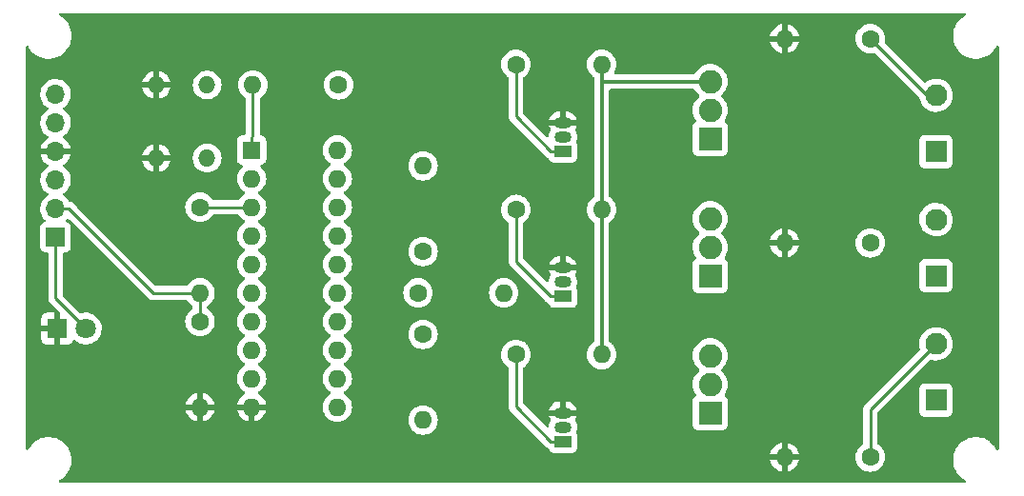
<source format=gbl>
%TF.GenerationSoftware,KiCad,Pcbnew,(6.0.1)*%
%TF.CreationDate,2022-05-05T18:55:06-05:00*%
%TF.ProjectId,RGB_LightsBluetooth,5247425f-4c69-4676-9874-73426c756574,1*%
%TF.SameCoordinates,Original*%
%TF.FileFunction,Copper,L2,Bot*%
%TF.FilePolarity,Positive*%
%FSLAX46Y46*%
G04 Gerber Fmt 4.6, Leading zero omitted, Abs format (unit mm)*
G04 Created by KiCad (PCBNEW (6.0.1)) date 2022-05-05 18:55:06*
%MOMM*%
%LPD*%
G01*
G04 APERTURE LIST*
%TA.AperFunction,ComponentPad*%
%ADD10C,1.600000*%
%TD*%
%TA.AperFunction,ComponentPad*%
%ADD11O,1.600000X1.600000*%
%TD*%
%TA.AperFunction,ComponentPad*%
%ADD12R,1.500000X1.050000*%
%TD*%
%TA.AperFunction,ComponentPad*%
%ADD13O,1.500000X1.050000*%
%TD*%
%TA.AperFunction,ComponentPad*%
%ADD14O,1.524000X1.524000*%
%TD*%
%TA.AperFunction,ComponentPad*%
%ADD15R,1.800000X1.800000*%
%TD*%
%TA.AperFunction,ComponentPad*%
%ADD16C,1.800000*%
%TD*%
%TA.AperFunction,ComponentPad*%
%ADD17R,2.085000X2.085000*%
%TD*%
%TA.AperFunction,ComponentPad*%
%ADD18C,2.085000*%
%TD*%
%TA.AperFunction,ComponentPad*%
%ADD19R,1.950000X1.950000*%
%TD*%
%TA.AperFunction,ComponentPad*%
%ADD20C,1.950000*%
%TD*%
%TA.AperFunction,ComponentPad*%
%ADD21R,1.700000X1.700000*%
%TD*%
%TA.AperFunction,ComponentPad*%
%ADD22O,1.700000X1.700000*%
%TD*%
%TA.AperFunction,ComponentPad*%
%ADD23R,1.600000X1.600000*%
%TD*%
%TA.AperFunction,Conductor*%
%ADD24C,0.250000*%
%TD*%
%TA.AperFunction,Conductor*%
%ADD25C,0.300000*%
%TD*%
G04 APERTURE END LIST*
D10*
%TO.P,R7,1*%
%TO.N,/R*%
X151384000Y-94107000D03*
D11*
%TO.P,R7,2*%
%TO.N,Net-(Q2-Pad2)*%
X151384000Y-101727000D03*
%TD*%
D10*
%TO.P,R8,1*%
%TO.N,/B*%
X151384000Y-86741000D03*
D11*
%TO.P,R8,2*%
%TO.N,Net-(Q1-Pad2)*%
X151384000Y-79121000D03*
%TD*%
D10*
%TO.P,R12,1*%
%TO.N,Net-(Q3-Pad1)*%
X159639000Y-83007200D03*
D11*
%TO.P,R12,2*%
%TO.N,/12V*%
X167259000Y-83007200D03*
%TD*%
D12*
%TO.P,Q3,1,C*%
%TO.N,Net-(Q3-Pad1)*%
X163809000Y-90728800D03*
D13*
%TO.P,Q3,2,B*%
%TO.N,Net-(Q3-Pad2)*%
X163809000Y-89458800D03*
%TO.P,Q3,3,E*%
%TO.N,GND*%
X163809000Y-88188800D03*
%TD*%
D10*
%TO.P,R10,1*%
%TO.N,Net-(Q2-Pad1)*%
X159639000Y-95910400D03*
D11*
%TO.P,R10,2*%
%TO.N,/12V*%
X167259000Y-95910400D03*
%TD*%
D10*
%TO.P,R4,1*%
%TO.N,Net-(J1-Pad2)*%
X191135000Y-105029000D03*
D11*
%TO.P,R4,2*%
%TO.N,GND*%
X183515000Y-105029000D03*
%TD*%
D14*
%TO.P,SW1,1,1*%
%TO.N,GND*%
X127676800Y-78435200D03*
X127676800Y-71932800D03*
%TO.P,SW1,2,2*%
%TO.N,Net-(R3-Pad2)*%
X132198000Y-71932800D03*
X132198000Y-78435200D03*
%TD*%
D10*
%TO.P,R5,1*%
%TO.N,Net-(J2-Pad2)*%
X191135000Y-67818000D03*
D11*
%TO.P,R5,2*%
%TO.N,GND*%
X183515000Y-67818000D03*
%TD*%
D10*
%TO.P,R6,1*%
%TO.N,Net-(J3-Pad2)*%
X191135000Y-85979000D03*
D11*
%TO.P,R6,2*%
%TO.N,GND*%
X183515000Y-85979000D03*
%TD*%
D10*
%TO.P,R11,1*%
%TO.N,Net-(Q1-Pad1)*%
X159639000Y-70104000D03*
D11*
%TO.P,R11,2*%
%TO.N,/12V*%
X167259000Y-70104000D03*
%TD*%
D15*
%TO.P,D1,1,K*%
%TO.N,GND*%
X118872000Y-93599000D03*
D16*
%TO.P,D1,2,A*%
%TO.N,Net-(D1-Pad2)*%
X121412000Y-93599000D03*
%TD*%
D10*
%TO.P,R1,1*%
%TO.N,/TX*%
X131562000Y-92959000D03*
D11*
%TO.P,R1,2*%
%TO.N,GND*%
X131562000Y-100579000D03*
%TD*%
D17*
%TO.P,Q4,1*%
%TO.N,Net-(Q2-Pad1)*%
X176911000Y-101092000D03*
D18*
%TO.P,Q4,2*%
%TO.N,Net-(J1-Pad1)*%
X176911000Y-98552000D03*
%TO.P,Q4,3*%
%TO.N,/12V*%
X176911000Y-96012000D03*
%TD*%
D19*
%TO.P,J1,1,1*%
%TO.N,Net-(J1-Pad1)*%
X196977000Y-99949000D03*
D20*
%TO.P,J1,2,2*%
%TO.N,Net-(J1-Pad2)*%
X196977000Y-94949000D03*
%TD*%
D21*
%TO.P,J4,1,Pin_1*%
%TO.N,Net-(D1-Pad2)*%
X118722000Y-85471000D03*
D22*
%TO.P,J4,2,Pin_2*%
%TO.N,/TX*%
X118722000Y-82931000D03*
%TO.P,J4,3,Pin_3*%
%TO.N,/RX*%
X118722000Y-80391000D03*
%TO.P,J4,4,Pin_4*%
%TO.N,GND*%
X118722000Y-77851000D03*
%TO.P,J4,5,Pin_5*%
%TO.N,/5V*%
X118722000Y-75311000D03*
%TO.P,J4,6,Pin_6*%
%TO.N,unconnected-(J4-Pad6)*%
X118722000Y-72771000D03*
%TD*%
D17*
%TO.P,Q5,1*%
%TO.N,Net-(Q1-Pad1)*%
X176911000Y-76708000D03*
D18*
%TO.P,Q5,2*%
%TO.N,Net-(J2-Pad1)*%
X176911000Y-74168000D03*
%TO.P,Q5,3*%
%TO.N,/12V*%
X176911000Y-71628000D03*
%TD*%
D10*
%TO.P,R2,1*%
%TO.N,Net-(R2-Pad1)*%
X131562000Y-82799000D03*
D11*
%TO.P,R2,2*%
%TO.N,/TX*%
X131562000Y-90419000D03*
%TD*%
D19*
%TO.P,J3,1,1*%
%TO.N,Net-(J3-Pad1)*%
X196977000Y-88900000D03*
D20*
%TO.P,J3,2,2*%
%TO.N,Net-(J3-Pad2)*%
X196977000Y-83900000D03*
%TD*%
D12*
%TO.P,Q2,1,C*%
%TO.N,Net-(Q2-Pad1)*%
X163809000Y-103632000D03*
D13*
%TO.P,Q2,2,B*%
%TO.N,Net-(Q2-Pad2)*%
X163809000Y-102362000D03*
%TO.P,Q2,3,E*%
%TO.N,GND*%
X163809000Y-101092000D03*
%TD*%
D12*
%TO.P,Q1,1,C*%
%TO.N,Net-(Q1-Pad1)*%
X163809000Y-77825600D03*
D13*
%TO.P,Q1,2,B*%
%TO.N,Net-(Q1-Pad2)*%
X163809000Y-76555600D03*
%TO.P,Q1,3,E*%
%TO.N,GND*%
X163809000Y-75285600D03*
%TD*%
D19*
%TO.P,J2,1,1*%
%TO.N,Net-(J2-Pad1)*%
X196977000Y-77851000D03*
D20*
%TO.P,J2,2,2*%
%TO.N,Net-(J2-Pad2)*%
X196977000Y-72851000D03*
%TD*%
D10*
%TO.P,R9,1*%
%TO.N,/G*%
X150934000Y-90424000D03*
D11*
%TO.P,R9,2*%
%TO.N,Net-(Q3-Pad2)*%
X158554000Y-90424000D03*
%TD*%
D17*
%TO.P,Q6,1*%
%TO.N,Net-(Q3-Pad1)*%
X176911000Y-88900000D03*
D18*
%TO.P,Q6,2*%
%TO.N,Net-(J3-Pad1)*%
X176911000Y-86360000D03*
%TO.P,Q6,3*%
%TO.N,/12V*%
X176911000Y-83820000D03*
%TD*%
D10*
%TO.P,R3,1*%
%TO.N,/5V*%
X143881000Y-71928800D03*
D11*
%TO.P,R3,2*%
%TO.N,Net-(R3-Pad2)*%
X136261000Y-71928800D03*
%TD*%
D23*
%TO.P,U2,1,PA2/~{RESET}*%
%TO.N,Net-(R3-Pad2)*%
X136144000Y-77724000D03*
D11*
%TO.P,U2,2,PD0*%
%TO.N,/RX*%
X136144000Y-80264000D03*
%TO.P,U2,3,PD1*%
%TO.N,Net-(R2-Pad1)*%
X136144000Y-82804000D03*
%TO.P,U2,4,PA1/XTAL2*%
%TO.N,unconnected-(U2-Pad4)*%
X136144000Y-85344000D03*
%TO.P,U2,5,PA0/XTAL1*%
%TO.N,unconnected-(U2-Pad5)*%
X136144000Y-87884000D03*
%TO.P,U2,6,PD2*%
%TO.N,unconnected-(U2-Pad6)*%
X136144000Y-90424000D03*
%TO.P,U2,7,PD3*%
%TO.N,unconnected-(U2-Pad7)*%
X136144000Y-92964000D03*
%TO.P,U2,8,PD4*%
%TO.N,unconnected-(U2-Pad8)*%
X136144000Y-95504000D03*
%TO.P,U2,9,PD5*%
%TO.N,unconnected-(U2-Pad9)*%
X136144000Y-98044000D03*
%TO.P,U2,10,GND*%
%TO.N,GND*%
X136144000Y-100584000D03*
%TO.P,U2,11,PD6*%
%TO.N,unconnected-(U2-Pad11)*%
X143764000Y-100584000D03*
%TO.P,U2,12,PB0*%
%TO.N,unconnected-(U2-Pad12)*%
X143764000Y-98044000D03*
%TO.P,U2,13,PB1*%
%TO.N,unconnected-(U2-Pad13)*%
X143764000Y-95504000D03*
%TO.P,U2,14,PB2*%
%TO.N,/R*%
X143764000Y-92964000D03*
%TO.P,U2,15,PB3*%
%TO.N,/G*%
X143764000Y-90424000D03*
%TO.P,U2,16,PB4*%
%TO.N,/B*%
X143764000Y-87884000D03*
%TO.P,U2,17,PB5*%
%TO.N,unconnected-(U2-Pad17)*%
X143764000Y-85344000D03*
%TO.P,U2,18,PB6*%
%TO.N,unconnected-(U2-Pad18)*%
X143764000Y-82804000D03*
%TO.P,U2,19,PB7*%
%TO.N,unconnected-(U2-Pad19)*%
X143764000Y-80264000D03*
%TO.P,U2,20,VCC*%
%TO.N,/5V*%
X143764000Y-77724000D03*
%TD*%
D24*
%TO.N,Net-(R3-Pad2)*%
X136144000Y-76598700D02*
X136261000Y-76481700D01*
X136261000Y-76481700D02*
X136261000Y-71928800D01*
X136144000Y-77724000D02*
X136144000Y-76598700D01*
%TO.N,/TX*%
X118722000Y-82931000D02*
X119897300Y-82931000D01*
X131562000Y-90419000D02*
X127385300Y-90419000D01*
X131562000Y-90419000D02*
X131562000Y-92959000D01*
X127385300Y-90419000D02*
X119897300Y-82931000D01*
%TO.N,Net-(R2-Pad1)*%
X131567000Y-82804000D02*
X131562000Y-82799000D01*
X136144000Y-82804000D02*
X131567000Y-82804000D01*
%TO.N,Net-(J1-Pad2)*%
X196977000Y-94949000D02*
X191135000Y-100791000D01*
X191135000Y-100791000D02*
X191135000Y-105029000D01*
%TO.N,Net-(J2-Pad2)*%
X196168000Y-72851000D02*
X191135000Y-67818000D01*
X196977000Y-72851000D02*
X196168000Y-72851000D01*
%TO.N,Net-(Q2-Pad1)*%
X162733700Y-103632000D02*
X159639000Y-100537300D01*
X163809000Y-103632000D02*
X162733700Y-103632000D01*
X159639000Y-100537300D02*
X159639000Y-95910400D01*
D25*
%TO.N,/12V*%
X167259000Y-71628000D02*
X167259000Y-71354300D01*
X167259000Y-70104000D02*
X167259000Y-71354300D01*
X167259000Y-83007200D02*
X167259000Y-71628000D01*
X167259000Y-95910400D02*
X167259000Y-83007200D01*
X167259000Y-71628000D02*
X176911000Y-71628000D01*
D24*
%TO.N,Net-(Q1-Pad1)*%
X162733700Y-77825600D02*
X159639000Y-74730900D01*
X163809000Y-77825600D02*
X162733700Y-77825600D01*
X159639000Y-74730900D02*
X159639000Y-70104000D01*
%TO.N,Net-(Q3-Pad1)*%
X159639000Y-87634100D02*
X159639000Y-83007200D01*
X162733700Y-90728800D02*
X159639000Y-87634100D01*
X163809000Y-90728800D02*
X162733700Y-90728800D01*
%TO.N,Net-(D1-Pad2)*%
X118722000Y-90909000D02*
X121412000Y-93599000D01*
X118722000Y-85471000D02*
X118722000Y-90909000D01*
%TD*%
%TA.AperFunction,Conductor*%
%TO.N,GND*%
G36*
X199583560Y-65552002D02*
G01*
X199630053Y-65605658D01*
X199640157Y-65675932D01*
X199610663Y-65740512D01*
X199580145Y-65766116D01*
X199374282Y-65889322D01*
X199374278Y-65889325D01*
X199370600Y-65891526D01*
X199367257Y-65894204D01*
X199367253Y-65894207D01*
X199261820Y-65978675D01*
X199154374Y-66064756D01*
X198963659Y-66265728D01*
X198801983Y-66490724D01*
X198672338Y-66735580D01*
X198577124Y-66995765D01*
X198518102Y-67266466D01*
X198496364Y-67542672D01*
X198496776Y-67549814D01*
X198512312Y-67819272D01*
X198565653Y-68091149D01*
X198567040Y-68095200D01*
X198637076Y-68299759D01*
X198655397Y-68353272D01*
X198779885Y-68600789D01*
X198782311Y-68604318D01*
X198782314Y-68604324D01*
X198930752Y-68820301D01*
X198936814Y-68829121D01*
X199123279Y-69034044D01*
X199195633Y-69094541D01*
X199332538Y-69209012D01*
X199332543Y-69209016D01*
X199335830Y-69211764D01*
X199419438Y-69264211D01*
X199566893Y-69356710D01*
X199566897Y-69356712D01*
X199570533Y-69358993D01*
X199823047Y-69473007D01*
X200088697Y-69551697D01*
X200092931Y-69552345D01*
X200092936Y-69552346D01*
X200358327Y-69592956D01*
X200358329Y-69592956D01*
X200362569Y-69593605D01*
X200503603Y-69595821D01*
X200635304Y-69597890D01*
X200635310Y-69597890D01*
X200639595Y-69597957D01*
X200914649Y-69564672D01*
X201182640Y-69494365D01*
X201438610Y-69388339D01*
X201677822Y-69248555D01*
X201895850Y-69077599D01*
X201919460Y-69053236D01*
X202014150Y-68955523D01*
X202088660Y-68878635D01*
X202252683Y-68655344D01*
X202328269Y-68516132D01*
X202378352Y-68465810D01*
X202447690Y-68450554D01*
X202514269Y-68475206D01*
X202556951Y-68531941D01*
X202565000Y-68576254D01*
X202565000Y-104270622D01*
X202544998Y-104338743D01*
X202491342Y-104385236D01*
X202421068Y-104395340D01*
X202356488Y-104365846D01*
X202327034Y-104328412D01*
X202295612Y-104267532D01*
X202275161Y-104227910D01*
X202270923Y-104221879D01*
X202146218Y-104044443D01*
X202115850Y-104001233D01*
X202033691Y-103912819D01*
X201930171Y-103801418D01*
X201930168Y-103801415D01*
X201927250Y-103798275D01*
X201923934Y-103795561D01*
X201923931Y-103795558D01*
X201716168Y-103625506D01*
X201712850Y-103622790D01*
X201476617Y-103478027D01*
X201472681Y-103476299D01*
X201226852Y-103368387D01*
X201226848Y-103368386D01*
X201222924Y-103366663D01*
X200956464Y-103290760D01*
X200952222Y-103290156D01*
X200952216Y-103290155D01*
X200686419Y-103252327D01*
X200682168Y-103251722D01*
X200536201Y-103250958D01*
X200409398Y-103250293D01*
X200409391Y-103250293D01*
X200405112Y-103250271D01*
X200400868Y-103250830D01*
X200400864Y-103250830D01*
X200279893Y-103266757D01*
X200130422Y-103286435D01*
X200126282Y-103287568D01*
X200126280Y-103287568D01*
X200114612Y-103290760D01*
X199863182Y-103359543D01*
X199842448Y-103368387D01*
X199612278Y-103466562D01*
X199612271Y-103466566D01*
X199608336Y-103468244D01*
X199604655Y-103470447D01*
X199374282Y-103608322D01*
X199374278Y-103608325D01*
X199370600Y-103610526D01*
X199367257Y-103613204D01*
X199367253Y-103613207D01*
X199261820Y-103697675D01*
X199154374Y-103783756D01*
X198963659Y-103984728D01*
X198801983Y-104209724D01*
X198672338Y-104454580D01*
X198670863Y-104458611D01*
X198598640Y-104655971D01*
X198577124Y-104714765D01*
X198518102Y-104985466D01*
X198517766Y-104989736D01*
X198498045Y-105240319D01*
X198496364Y-105261672D01*
X198496776Y-105268814D01*
X198512312Y-105538272D01*
X198565653Y-105810149D01*
X198567040Y-105814200D01*
X198643654Y-106037972D01*
X198655397Y-106072272D01*
X198779885Y-106319789D01*
X198782311Y-106323318D01*
X198782314Y-106323324D01*
X198819757Y-106377803D01*
X198936814Y-106548121D01*
X199123279Y-106753044D01*
X199190311Y-106809091D01*
X199332538Y-106928012D01*
X199332543Y-106928016D01*
X199335830Y-106930764D01*
X199394480Y-106967555D01*
X199566893Y-107075710D01*
X199566897Y-107075712D01*
X199570533Y-107077993D01*
X199571618Y-107078483D01*
X199621666Y-107127777D01*
X199637284Y-107197035D01*
X199612978Y-107263741D01*
X199556467Y-107306718D01*
X199511540Y-107315000D01*
X119125602Y-107315000D01*
X119057481Y-107294998D01*
X119010988Y-107241342D01*
X119000884Y-107171068D01*
X119030378Y-107106488D01*
X119062032Y-107080212D01*
X119065830Y-107077993D01*
X119254822Y-106967555D01*
X119472850Y-106796599D01*
X119665660Y-106597635D01*
X119829683Y-106374344D01*
X119944471Y-106162931D01*
X119959835Y-106134635D01*
X119959836Y-106134633D01*
X119961885Y-106130859D01*
X120059819Y-105871685D01*
X120101371Y-105690257D01*
X120120714Y-105605802D01*
X120120715Y-105605798D01*
X120121672Y-105601618D01*
X120127326Y-105538272D01*
X120146081Y-105328119D01*
X120146301Y-105325654D01*
X120146617Y-105295522D01*
X182232273Y-105295522D01*
X182279764Y-105472761D01*
X182283510Y-105483053D01*
X182375586Y-105680511D01*
X182381069Y-105690007D01*
X182506028Y-105868467D01*
X182513084Y-105876875D01*
X182667125Y-106030916D01*
X182675533Y-106037972D01*
X182853993Y-106162931D01*
X182863489Y-106168414D01*
X183060947Y-106260490D01*
X183071239Y-106264236D01*
X183243503Y-106310394D01*
X183257599Y-106310058D01*
X183261000Y-106302116D01*
X183261000Y-106296967D01*
X183769000Y-106296967D01*
X183772973Y-106310498D01*
X183781522Y-106311727D01*
X183958761Y-106264236D01*
X183969053Y-106260490D01*
X184166511Y-106168414D01*
X184176007Y-106162931D01*
X184354467Y-106037972D01*
X184362875Y-106030916D01*
X184516916Y-105876875D01*
X184523972Y-105868467D01*
X184648931Y-105690007D01*
X184654414Y-105680511D01*
X184746490Y-105483053D01*
X184750236Y-105472761D01*
X184796394Y-105300497D01*
X184796058Y-105286401D01*
X184788116Y-105283000D01*
X183787115Y-105283000D01*
X183771876Y-105287475D01*
X183770671Y-105288865D01*
X183769000Y-105296548D01*
X183769000Y-106296967D01*
X183261000Y-106296967D01*
X183261000Y-105301115D01*
X183256525Y-105285876D01*
X183255135Y-105284671D01*
X183247452Y-105283000D01*
X182247033Y-105283000D01*
X182233502Y-105286973D01*
X182232273Y-105295522D01*
X120146617Y-105295522D01*
X120146748Y-105283000D01*
X120145781Y-105268814D01*
X120129433Y-105029000D01*
X189821502Y-105029000D01*
X189841457Y-105257087D01*
X189842881Y-105262400D01*
X189842881Y-105262402D01*
X189897545Y-105466407D01*
X189900716Y-105478243D01*
X189903039Y-105483224D01*
X189903039Y-105483225D01*
X189995151Y-105680762D01*
X189995154Y-105680767D01*
X189997477Y-105685749D01*
X190000634Y-105690257D01*
X190125550Y-105868655D01*
X190128802Y-105873300D01*
X190290700Y-106035198D01*
X190295208Y-106038355D01*
X190295211Y-106038357D01*
X190337854Y-106068216D01*
X190478251Y-106166523D01*
X190483233Y-106168846D01*
X190483238Y-106168849D01*
X190679765Y-106260490D01*
X190685757Y-106263284D01*
X190691065Y-106264706D01*
X190691067Y-106264707D01*
X190901598Y-106321119D01*
X190901600Y-106321119D01*
X190906913Y-106322543D01*
X191135000Y-106342498D01*
X191363087Y-106322543D01*
X191368400Y-106321119D01*
X191368402Y-106321119D01*
X191578933Y-106264707D01*
X191578935Y-106264706D01*
X191584243Y-106263284D01*
X191590235Y-106260490D01*
X191786762Y-106168849D01*
X191786767Y-106168846D01*
X191791749Y-106166523D01*
X191932146Y-106068216D01*
X191974789Y-106038357D01*
X191974792Y-106038355D01*
X191979300Y-106035198D01*
X192141198Y-105873300D01*
X192144451Y-105868655D01*
X192269366Y-105690257D01*
X192272523Y-105685749D01*
X192274846Y-105680767D01*
X192274849Y-105680762D01*
X192366961Y-105483225D01*
X192366961Y-105483224D01*
X192369284Y-105478243D01*
X192372456Y-105466407D01*
X192427119Y-105262402D01*
X192427119Y-105262400D01*
X192428543Y-105257087D01*
X192448498Y-105029000D01*
X192428543Y-104800913D01*
X192418244Y-104762478D01*
X192370707Y-104585067D01*
X192370706Y-104585065D01*
X192369284Y-104579757D01*
X192321905Y-104478151D01*
X192274849Y-104377238D01*
X192274846Y-104377233D01*
X192272523Y-104372251D01*
X192183323Y-104244861D01*
X192144357Y-104189211D01*
X192144355Y-104189208D01*
X192141198Y-104184700D01*
X191979300Y-104022802D01*
X191974792Y-104019645D01*
X191974789Y-104019643D01*
X191822229Y-103912819D01*
X191777901Y-103857362D01*
X191768500Y-103809606D01*
X191768500Y-101105594D01*
X191788502Y-101037473D01*
X191805405Y-101016499D01*
X191849770Y-100972134D01*
X195493500Y-100972134D01*
X195500255Y-101034316D01*
X195551385Y-101170705D01*
X195638739Y-101287261D01*
X195755295Y-101374615D01*
X195891684Y-101425745D01*
X195953866Y-101432500D01*
X198000134Y-101432500D01*
X198062316Y-101425745D01*
X198198705Y-101374615D01*
X198315261Y-101287261D01*
X198402615Y-101170705D01*
X198453745Y-101034316D01*
X198460500Y-100972134D01*
X198460500Y-98925866D01*
X198453745Y-98863684D01*
X198402615Y-98727295D01*
X198315261Y-98610739D01*
X198198705Y-98523385D01*
X198062316Y-98472255D01*
X198000134Y-98465500D01*
X195953866Y-98465500D01*
X195891684Y-98472255D01*
X195755295Y-98523385D01*
X195638739Y-98610739D01*
X195551385Y-98727295D01*
X195500255Y-98863684D01*
X195493500Y-98925866D01*
X195493500Y-100972134D01*
X191849770Y-100972134D01*
X196418360Y-96403544D01*
X196480672Y-96369518D01*
X196552404Y-96374929D01*
X196561698Y-96378478D01*
X196566764Y-96379509D01*
X196566765Y-96379509D01*
X196795667Y-96426080D01*
X196795671Y-96426080D01*
X196800746Y-96427113D01*
X196805922Y-96427303D01*
X196805924Y-96427303D01*
X197039363Y-96435863D01*
X197039367Y-96435863D01*
X197044527Y-96436052D01*
X197049647Y-96435396D01*
X197049649Y-96435396D01*
X197126377Y-96425567D01*
X197286494Y-96405055D01*
X197291443Y-96403570D01*
X197291449Y-96403569D01*
X197515200Y-96336440D01*
X197515199Y-96336440D01*
X197520150Y-96334955D01*
X197739219Y-96227634D01*
X197743424Y-96224634D01*
X197743430Y-96224631D01*
X197933614Y-96088974D01*
X197933616Y-96088972D01*
X197937818Y-96085975D01*
X198110614Y-95913781D01*
X198252966Y-95715677D01*
X198269456Y-95682313D01*
X198358756Y-95501626D01*
X198358757Y-95501624D01*
X198361050Y-95496984D01*
X198390206Y-95401022D01*
X198430462Y-95268527D01*
X198430463Y-95268521D01*
X198431966Y-95263575D01*
X198448886Y-95135054D01*
X198463370Y-95025038D01*
X198463370Y-95025034D01*
X198463807Y-95021717D01*
X198464276Y-95002525D01*
X198465502Y-94952365D01*
X198465502Y-94952361D01*
X198465584Y-94949000D01*
X198445596Y-94705876D01*
X198386167Y-94469280D01*
X198313848Y-94302959D01*
X198290954Y-94250305D01*
X198290952Y-94250302D01*
X198288894Y-94245568D01*
X198193665Y-94098366D01*
X198159200Y-94045091D01*
X198159198Y-94045088D01*
X198156390Y-94040748D01*
X198092195Y-93970198D01*
X197995690Y-93864141D01*
X197995688Y-93864140D01*
X197992212Y-93860319D01*
X197988161Y-93857120D01*
X197988157Y-93857116D01*
X197804825Y-93712329D01*
X197804821Y-93712327D01*
X197800770Y-93709127D01*
X197587205Y-93591233D01*
X197582336Y-93589509D01*
X197582332Y-93589507D01*
X197362127Y-93511528D01*
X197362123Y-93511527D01*
X197357252Y-93509802D01*
X197352159Y-93508895D01*
X197352156Y-93508894D01*
X197122177Y-93467928D01*
X197122171Y-93467927D01*
X197117088Y-93467022D01*
X197037380Y-93466048D01*
X196878332Y-93464105D01*
X196878330Y-93464105D01*
X196873162Y-93464042D01*
X196632024Y-93500941D01*
X196400150Y-93576729D01*
X196395558Y-93579119D01*
X196395559Y-93579119D01*
X196224742Y-93668041D01*
X196183769Y-93689370D01*
X196179636Y-93692473D01*
X196179633Y-93692475D01*
X196020179Y-93812197D01*
X195988690Y-93835840D01*
X195820153Y-94012204D01*
X195817239Y-94016476D01*
X195817238Y-94016477D01*
X195751753Y-94112475D01*
X195682684Y-94213726D01*
X195665705Y-94250305D01*
X195610314Y-94369634D01*
X195579974Y-94434995D01*
X195514783Y-94670067D01*
X195488860Y-94912631D01*
X195489157Y-94917783D01*
X195489157Y-94917787D01*
X195496768Y-95049775D01*
X195502903Y-95156171D01*
X195504040Y-95161217D01*
X195504041Y-95161223D01*
X195525995Y-95258638D01*
X195544097Y-95338961D01*
X195555879Y-95391243D01*
X195551343Y-95462095D01*
X195522057Y-95508039D01*
X190742747Y-100287348D01*
X190734461Y-100294888D01*
X190727982Y-100299000D01*
X190722557Y-100304777D01*
X190681357Y-100348651D01*
X190678602Y-100351493D01*
X190658865Y-100371230D01*
X190656385Y-100374427D01*
X190648682Y-100383447D01*
X190618414Y-100415679D01*
X190614595Y-100422625D01*
X190614593Y-100422628D01*
X190608652Y-100433434D01*
X190597801Y-100449953D01*
X190585386Y-100465959D01*
X190582241Y-100473228D01*
X190582238Y-100473232D01*
X190567826Y-100506537D01*
X190562609Y-100517187D01*
X190541305Y-100555940D01*
X190539334Y-100563615D01*
X190539334Y-100563616D01*
X190536267Y-100575562D01*
X190529863Y-100594266D01*
X190521819Y-100612855D01*
X190520580Y-100620678D01*
X190520577Y-100620688D01*
X190514901Y-100656524D01*
X190512495Y-100668144D01*
X190504907Y-100697700D01*
X190501500Y-100710970D01*
X190501500Y-100731224D01*
X190499949Y-100750934D01*
X190496780Y-100770943D01*
X190497526Y-100778835D01*
X190500941Y-100814961D01*
X190501500Y-100826819D01*
X190501500Y-103809606D01*
X190481498Y-103877727D01*
X190447771Y-103912819D01*
X190295211Y-104019643D01*
X190295208Y-104019645D01*
X190290700Y-104022802D01*
X190128802Y-104184700D01*
X190125645Y-104189208D01*
X190125643Y-104189211D01*
X190086677Y-104244861D01*
X189997477Y-104372251D01*
X189995154Y-104377233D01*
X189995151Y-104377238D01*
X189948095Y-104478151D01*
X189900716Y-104579757D01*
X189899294Y-104585065D01*
X189899293Y-104585067D01*
X189851756Y-104762478D01*
X189841457Y-104800913D01*
X189821502Y-105029000D01*
X120129433Y-105029000D01*
X120128196Y-105010859D01*
X120128195Y-105010853D01*
X120127904Y-105006582D01*
X120076322Y-104757503D01*
X182233606Y-104757503D01*
X182233942Y-104771599D01*
X182241884Y-104775000D01*
X183242885Y-104775000D01*
X183258124Y-104770525D01*
X183259329Y-104769135D01*
X183261000Y-104761452D01*
X183261000Y-104756885D01*
X183769000Y-104756885D01*
X183773475Y-104772124D01*
X183774865Y-104773329D01*
X183782548Y-104775000D01*
X184782967Y-104775000D01*
X184796498Y-104771027D01*
X184797727Y-104762478D01*
X184750236Y-104585239D01*
X184746490Y-104574947D01*
X184654414Y-104377489D01*
X184648931Y-104367993D01*
X184523972Y-104189533D01*
X184516916Y-104181125D01*
X184362875Y-104027084D01*
X184354467Y-104020028D01*
X184176007Y-103895069D01*
X184166511Y-103889586D01*
X183969053Y-103797510D01*
X183958761Y-103793764D01*
X183786497Y-103747606D01*
X183772401Y-103747942D01*
X183769000Y-103755884D01*
X183769000Y-104756885D01*
X183261000Y-104756885D01*
X183261000Y-103761033D01*
X183257027Y-103747502D01*
X183248478Y-103746273D01*
X183071239Y-103793764D01*
X183060947Y-103797510D01*
X182863489Y-103889586D01*
X182853993Y-103895069D01*
X182675533Y-104020028D01*
X182667125Y-104027084D01*
X182513084Y-104181125D01*
X182506028Y-104189533D01*
X182381069Y-104367993D01*
X182375586Y-104377489D01*
X182283510Y-104574947D01*
X182279764Y-104585239D01*
X182233606Y-104757503D01*
X120076322Y-104757503D01*
X120071719Y-104735278D01*
X120065940Y-104718957D01*
X119980666Y-104478151D01*
X119979235Y-104474110D01*
X119852161Y-104227910D01*
X119847923Y-104221879D01*
X119723218Y-104044443D01*
X119692850Y-104001233D01*
X119610691Y-103912819D01*
X119507171Y-103801418D01*
X119507168Y-103801415D01*
X119504250Y-103798275D01*
X119500934Y-103795561D01*
X119500931Y-103795558D01*
X119293168Y-103625506D01*
X119289850Y-103622790D01*
X119053617Y-103478027D01*
X119049681Y-103476299D01*
X118803852Y-103368387D01*
X118803848Y-103368386D01*
X118799924Y-103366663D01*
X118533464Y-103290760D01*
X118529222Y-103290156D01*
X118529216Y-103290155D01*
X118263419Y-103252327D01*
X118259168Y-103251722D01*
X118113201Y-103250958D01*
X117986398Y-103250293D01*
X117986391Y-103250293D01*
X117982112Y-103250271D01*
X117977868Y-103250830D01*
X117977864Y-103250830D01*
X117856893Y-103266757D01*
X117707422Y-103286435D01*
X117703282Y-103287568D01*
X117703280Y-103287568D01*
X117691612Y-103290760D01*
X117440182Y-103359543D01*
X117419448Y-103368387D01*
X117189278Y-103466562D01*
X117189271Y-103466566D01*
X117185336Y-103468244D01*
X117181655Y-103470447D01*
X116951282Y-103608322D01*
X116951278Y-103608325D01*
X116947600Y-103610526D01*
X116944257Y-103613204D01*
X116944253Y-103613207D01*
X116838820Y-103697675D01*
X116731374Y-103783756D01*
X116540659Y-103984728D01*
X116378983Y-104209724D01*
X116376969Y-104213528D01*
X116315354Y-104329898D01*
X116265802Y-104380741D01*
X116196627Y-104396723D01*
X116129793Y-104372769D01*
X116086520Y-104316485D01*
X116078000Y-104270939D01*
X116078000Y-100845522D01*
X130279273Y-100845522D01*
X130326764Y-101022761D01*
X130330510Y-101033053D01*
X130422586Y-101230511D01*
X130428066Y-101240002D01*
X130553028Y-101418467D01*
X130560084Y-101426875D01*
X130714125Y-101580916D01*
X130722533Y-101587972D01*
X130900993Y-101712931D01*
X130910489Y-101718414D01*
X131107947Y-101810490D01*
X131118239Y-101814236D01*
X131290503Y-101860394D01*
X131304599Y-101860058D01*
X131308000Y-101852116D01*
X131308000Y-101846967D01*
X131816000Y-101846967D01*
X131819973Y-101860498D01*
X131828522Y-101861727D01*
X132005761Y-101814236D01*
X132016053Y-101810490D01*
X132213511Y-101718414D01*
X132223007Y-101712931D01*
X132401467Y-101587972D01*
X132409875Y-101580916D01*
X132563916Y-101426875D01*
X132570972Y-101418467D01*
X132695934Y-101240002D01*
X132701414Y-101230511D01*
X132793490Y-101033053D01*
X132797236Y-101022761D01*
X132843387Y-100850522D01*
X134861273Y-100850522D01*
X134908764Y-101027761D01*
X134912510Y-101038053D01*
X135004586Y-101235511D01*
X135010069Y-101245007D01*
X135135028Y-101423467D01*
X135142084Y-101431875D01*
X135296125Y-101585916D01*
X135304533Y-101592972D01*
X135482993Y-101717931D01*
X135492489Y-101723414D01*
X135689947Y-101815490D01*
X135700239Y-101819236D01*
X135872503Y-101865394D01*
X135886599Y-101865058D01*
X135890000Y-101857116D01*
X135890000Y-101851967D01*
X136398000Y-101851967D01*
X136401973Y-101865498D01*
X136410522Y-101866727D01*
X136587761Y-101819236D01*
X136598053Y-101815490D01*
X136795511Y-101723414D01*
X136805007Y-101717931D01*
X136983467Y-101592972D01*
X136991875Y-101585916D01*
X137145916Y-101431875D01*
X137152972Y-101423467D01*
X137277931Y-101245007D01*
X137283414Y-101235511D01*
X137375490Y-101038053D01*
X137379236Y-101027761D01*
X137425394Y-100855497D01*
X137425058Y-100841401D01*
X137417116Y-100838000D01*
X136416115Y-100838000D01*
X136400876Y-100842475D01*
X136399671Y-100843865D01*
X136398000Y-100851548D01*
X136398000Y-101851967D01*
X135890000Y-101851967D01*
X135890000Y-100856115D01*
X135885525Y-100840876D01*
X135884135Y-100839671D01*
X135876452Y-100838000D01*
X134876033Y-100838000D01*
X134862502Y-100841973D01*
X134861273Y-100850522D01*
X132843387Y-100850522D01*
X132843394Y-100850497D01*
X132843058Y-100836401D01*
X132835116Y-100833000D01*
X131834115Y-100833000D01*
X131818876Y-100837475D01*
X131817671Y-100838865D01*
X131816000Y-100846548D01*
X131816000Y-101846967D01*
X131308000Y-101846967D01*
X131308000Y-100851115D01*
X131303525Y-100835876D01*
X131302135Y-100834671D01*
X131294452Y-100833000D01*
X130294033Y-100833000D01*
X130280502Y-100836973D01*
X130279273Y-100845522D01*
X116078000Y-100845522D01*
X116078000Y-100584000D01*
X142450502Y-100584000D01*
X142470457Y-100812087D01*
X142471881Y-100817400D01*
X142471881Y-100817402D01*
X142523646Y-101010588D01*
X142529716Y-101033243D01*
X142532039Y-101038224D01*
X142532039Y-101038225D01*
X142624151Y-101235762D01*
X142624154Y-101235767D01*
X142626477Y-101240749D01*
X142659045Y-101287261D01*
X142754071Y-101422971D01*
X142757802Y-101428300D01*
X142919700Y-101590198D01*
X142924208Y-101593355D01*
X142924211Y-101593357D01*
X143002389Y-101648098D01*
X143107251Y-101721523D01*
X143112233Y-101723846D01*
X143112238Y-101723849D01*
X143306076Y-101814236D01*
X143314757Y-101818284D01*
X143320065Y-101819706D01*
X143320067Y-101819707D01*
X143530598Y-101876119D01*
X143530600Y-101876119D01*
X143535913Y-101877543D01*
X143764000Y-101897498D01*
X143992087Y-101877543D01*
X143997400Y-101876119D01*
X143997402Y-101876119D01*
X144207933Y-101819707D01*
X144207935Y-101819706D01*
X144213243Y-101818284D01*
X144221924Y-101814236D01*
X144409005Y-101727000D01*
X150070502Y-101727000D01*
X150090457Y-101955087D01*
X150091881Y-101960400D01*
X150091881Y-101960402D01*
X150147348Y-102167404D01*
X150149716Y-102176243D01*
X150152039Y-102181224D01*
X150152039Y-102181225D01*
X150244151Y-102378762D01*
X150244154Y-102378767D01*
X150246477Y-102383749D01*
X150377802Y-102571300D01*
X150539700Y-102733198D01*
X150544208Y-102736355D01*
X150544211Y-102736357D01*
X150584311Y-102764435D01*
X150727251Y-102864523D01*
X150732233Y-102866846D01*
X150732238Y-102866849D01*
X150929775Y-102958961D01*
X150934757Y-102961284D01*
X150940065Y-102962706D01*
X150940067Y-102962707D01*
X151150598Y-103019119D01*
X151150600Y-103019119D01*
X151155913Y-103020543D01*
X151384000Y-103040498D01*
X151612087Y-103020543D01*
X151617400Y-103019119D01*
X151617402Y-103019119D01*
X151827933Y-102962707D01*
X151827935Y-102962706D01*
X151833243Y-102961284D01*
X151838225Y-102958961D01*
X152035762Y-102866849D01*
X152035767Y-102866846D01*
X152040749Y-102864523D01*
X152183689Y-102764435D01*
X152223789Y-102736357D01*
X152223792Y-102736355D01*
X152228300Y-102733198D01*
X152390198Y-102571300D01*
X152521523Y-102383749D01*
X152523846Y-102378767D01*
X152523849Y-102378762D01*
X152615961Y-102181225D01*
X152615961Y-102181224D01*
X152618284Y-102176243D01*
X152620653Y-102167404D01*
X152676119Y-101960402D01*
X152676119Y-101960400D01*
X152677543Y-101955087D01*
X152697498Y-101727000D01*
X152677543Y-101498913D01*
X152676119Y-101493598D01*
X152619707Y-101283067D01*
X152619706Y-101283065D01*
X152618284Y-101277757D01*
X152598702Y-101235762D01*
X152523849Y-101075238D01*
X152523846Y-101075233D01*
X152521523Y-101070251D01*
X152390198Y-100882700D01*
X152228300Y-100720802D01*
X152223792Y-100717645D01*
X152223789Y-100717643D01*
X152119754Y-100644797D01*
X152040749Y-100589477D01*
X152035767Y-100587154D01*
X152035762Y-100587151D01*
X151838225Y-100495039D01*
X151838224Y-100495039D01*
X151833243Y-100492716D01*
X151827935Y-100491294D01*
X151827933Y-100491293D01*
X151617402Y-100434881D01*
X151617400Y-100434881D01*
X151612087Y-100433457D01*
X151384000Y-100413502D01*
X151155913Y-100433457D01*
X151150600Y-100434881D01*
X151150598Y-100434881D01*
X150940067Y-100491293D01*
X150940065Y-100491294D01*
X150934757Y-100492716D01*
X150929776Y-100495039D01*
X150929775Y-100495039D01*
X150732238Y-100587151D01*
X150732233Y-100587154D01*
X150727251Y-100589477D01*
X150648246Y-100644797D01*
X150544211Y-100717643D01*
X150544208Y-100717645D01*
X150539700Y-100720802D01*
X150377802Y-100882700D01*
X150246477Y-101070251D01*
X150244154Y-101075233D01*
X150244151Y-101075238D01*
X150169298Y-101235762D01*
X150149716Y-101277757D01*
X150148294Y-101283065D01*
X150148293Y-101283067D01*
X150091881Y-101493598D01*
X150090457Y-101498913D01*
X150070502Y-101727000D01*
X144409005Y-101727000D01*
X144415762Y-101723849D01*
X144415767Y-101723846D01*
X144420749Y-101721523D01*
X144525611Y-101648098D01*
X144603789Y-101593357D01*
X144603792Y-101593355D01*
X144608300Y-101590198D01*
X144770198Y-101428300D01*
X144773930Y-101422971D01*
X144868955Y-101287261D01*
X144901523Y-101240749D01*
X144903846Y-101235767D01*
X144903849Y-101235762D01*
X144995961Y-101038225D01*
X144995961Y-101038224D01*
X144998284Y-101033243D01*
X145004355Y-101010588D01*
X145056119Y-100817402D01*
X145056119Y-100817400D01*
X145057543Y-100812087D01*
X145077498Y-100584000D01*
X145057543Y-100355913D01*
X145045630Y-100311452D01*
X144999707Y-100140067D01*
X144999706Y-100140065D01*
X144998284Y-100134757D01*
X144993710Y-100124947D01*
X144903849Y-99932238D01*
X144903846Y-99932233D01*
X144901523Y-99927251D01*
X144770198Y-99739700D01*
X144608300Y-99577802D01*
X144603792Y-99574645D01*
X144603789Y-99574643D01*
X144472435Y-99482668D01*
X144420749Y-99446477D01*
X144415767Y-99444154D01*
X144415762Y-99444151D01*
X144381543Y-99428195D01*
X144328258Y-99381278D01*
X144308797Y-99313001D01*
X144329339Y-99245041D01*
X144381543Y-99199805D01*
X144415762Y-99183849D01*
X144415767Y-99183846D01*
X144420749Y-99181523D01*
X144525611Y-99108098D01*
X144603789Y-99053357D01*
X144603792Y-99053355D01*
X144608300Y-99050198D01*
X144770198Y-98888300D01*
X144787435Y-98863684D01*
X144898366Y-98705257D01*
X144901523Y-98700749D01*
X144903846Y-98695767D01*
X144903849Y-98695762D01*
X144995961Y-98498225D01*
X144995961Y-98498224D01*
X144998284Y-98493243D01*
X145003165Y-98475029D01*
X145056119Y-98277402D01*
X145056119Y-98277400D01*
X145057543Y-98272087D01*
X145077498Y-98044000D01*
X145057543Y-97815913D01*
X144998284Y-97594757D01*
X144931663Y-97451886D01*
X144903849Y-97392238D01*
X144903846Y-97392233D01*
X144901523Y-97387251D01*
X144787142Y-97223898D01*
X144773357Y-97204211D01*
X144773355Y-97204208D01*
X144770198Y-97199700D01*
X144608300Y-97037802D01*
X144603792Y-97034645D01*
X144603789Y-97034643D01*
X144525611Y-96979902D01*
X144420749Y-96906477D01*
X144415767Y-96904154D01*
X144415762Y-96904151D01*
X144381543Y-96888195D01*
X144328258Y-96841278D01*
X144308797Y-96773001D01*
X144329339Y-96705041D01*
X144381543Y-96659805D01*
X144415762Y-96643849D01*
X144415767Y-96643846D01*
X144420749Y-96641523D01*
X144534088Y-96562162D01*
X144603789Y-96513357D01*
X144603792Y-96513355D01*
X144608300Y-96510198D01*
X144770198Y-96348300D01*
X144778503Y-96336440D01*
X144898366Y-96165257D01*
X144901523Y-96160749D01*
X144903846Y-96155767D01*
X144903849Y-96155762D01*
X144995961Y-95958225D01*
X144995961Y-95958224D01*
X144998284Y-95953243D01*
X145007881Y-95917429D01*
X145009764Y-95910400D01*
X158325502Y-95910400D01*
X158345457Y-96138487D01*
X158346881Y-96143800D01*
X158346881Y-96143802D01*
X158401677Y-96348300D01*
X158404716Y-96359643D01*
X158407039Y-96364624D01*
X158407039Y-96364625D01*
X158499151Y-96562162D01*
X158499154Y-96562167D01*
X158501477Y-96567149D01*
X158555183Y-96643849D01*
X158604124Y-96713743D01*
X158632802Y-96754700D01*
X158794700Y-96916598D01*
X158799208Y-96919755D01*
X158799211Y-96919757D01*
X158951771Y-97026581D01*
X158996099Y-97082038D01*
X159005500Y-97129794D01*
X159005500Y-100458533D01*
X159004973Y-100469716D01*
X159003298Y-100477209D01*
X159003547Y-100485135D01*
X159003547Y-100485136D01*
X159005438Y-100545286D01*
X159005500Y-100549245D01*
X159005500Y-100577156D01*
X159005997Y-100581090D01*
X159005997Y-100581091D01*
X159006005Y-100581156D01*
X159006938Y-100592993D01*
X159008327Y-100637189D01*
X159013978Y-100656639D01*
X159017987Y-100676000D01*
X159020526Y-100696097D01*
X159023445Y-100703468D01*
X159023445Y-100703470D01*
X159036804Y-100737212D01*
X159040649Y-100748442D01*
X159052982Y-100790893D01*
X159057015Y-100797712D01*
X159057017Y-100797717D01*
X159063293Y-100808328D01*
X159071988Y-100826076D01*
X159079448Y-100844917D01*
X159084110Y-100851333D01*
X159084110Y-100851334D01*
X159105436Y-100880687D01*
X159111952Y-100890607D01*
X159134458Y-100928662D01*
X159148779Y-100942983D01*
X159161619Y-100958016D01*
X159173528Y-100974407D01*
X159179634Y-100979458D01*
X159207605Y-101002598D01*
X159216384Y-101010588D01*
X162230043Y-104024247D01*
X162237587Y-104032537D01*
X162241700Y-104039018D01*
X162247477Y-104044443D01*
X162291367Y-104085658D01*
X162294209Y-104088413D01*
X162313931Y-104108135D01*
X162317073Y-104110572D01*
X162317133Y-104110619D01*
X162326145Y-104118317D01*
X162351736Y-104142347D01*
X162358379Y-104148586D01*
X162365322Y-104152403D01*
X162376131Y-104158345D01*
X162392653Y-104169198D01*
X162408659Y-104181614D01*
X162415937Y-104184764D01*
X162415938Y-104184764D01*
X162449237Y-104199174D01*
X162459887Y-104204391D01*
X162498640Y-104225695D01*
X162499257Y-104225854D01*
X162552676Y-104267532D01*
X162568301Y-104296782D01*
X162598463Y-104377238D01*
X162608385Y-104403705D01*
X162695739Y-104520261D01*
X162812295Y-104607615D01*
X162948684Y-104658745D01*
X163010866Y-104665500D01*
X164607134Y-104665500D01*
X164669316Y-104658745D01*
X164805705Y-104607615D01*
X164922261Y-104520261D01*
X165009615Y-104403705D01*
X165060745Y-104267316D01*
X165067500Y-104205134D01*
X165067500Y-103058866D01*
X165060745Y-102996684D01*
X165045260Y-102955377D01*
X165012768Y-102868704D01*
X165012766Y-102868701D01*
X165009615Y-102860295D01*
X165004227Y-102853106D01*
X165004094Y-102852863D01*
X164988924Y-102783506D01*
X164994248Y-102755092D01*
X165000048Y-102736357D01*
X165051290Y-102570820D01*
X165071220Y-102381205D01*
X165071832Y-102375378D01*
X165071832Y-102375377D01*
X165072476Y-102369250D01*
X165060436Y-102236960D01*
X165054665Y-102173543D01*
X165054664Y-102173540D01*
X165054106Y-102167404D01*
X164996881Y-101972971D01*
X164994027Y-101967511D01*
X164905838Y-101798819D01*
X164905835Y-101798815D01*
X164902981Y-101793355D01*
X164902779Y-101793103D01*
X164882799Y-101727088D01*
X164897959Y-101666115D01*
X164987962Y-101499658D01*
X164992714Y-101488353D01*
X165031422Y-101363308D01*
X165031628Y-101349205D01*
X165024873Y-101346000D01*
X164255242Y-101346000D01*
X164241197Y-101345215D01*
X164226799Y-101343600D01*
X164092183Y-101328500D01*
X163532996Y-101328500D01*
X163382287Y-101343277D01*
X163379998Y-101343968D01*
X163359276Y-101346000D01*
X162600014Y-101346000D01*
X162586483Y-101349973D01*
X162585363Y-101357768D01*
X162619846Y-101474932D01*
X162624439Y-101486300D01*
X162712584Y-101654907D01*
X162714597Y-101657983D01*
X162715154Y-101659822D01*
X162715440Y-101660370D01*
X162715336Y-101660424D01*
X162735161Y-101725936D01*
X162720001Y-101786906D01*
X162626644Y-101959565D01*
X162566710Y-102153180D01*
X162557905Y-102236960D01*
X162554765Y-102266831D01*
X162527752Y-102332488D01*
X162469530Y-102373118D01*
X162398585Y-102375821D01*
X162340360Y-102342756D01*
X161416072Y-101418467D01*
X160832400Y-100834795D01*
X162586372Y-100834795D01*
X162593127Y-100838000D01*
X163536885Y-100838000D01*
X163552124Y-100833525D01*
X163553329Y-100832135D01*
X163555000Y-100824452D01*
X163555000Y-100819885D01*
X164063000Y-100819885D01*
X164067475Y-100835124D01*
X164068865Y-100836329D01*
X164076548Y-100838000D01*
X165017986Y-100838000D01*
X165031517Y-100834027D01*
X165032637Y-100826232D01*
X164998154Y-100709068D01*
X164993561Y-100697700D01*
X164905414Y-100529089D01*
X164898698Y-100518827D01*
X164779485Y-100370557D01*
X164770897Y-100361787D01*
X164625162Y-100239501D01*
X164615031Y-100232563D01*
X164448308Y-100140906D01*
X164437038Y-100136076D01*
X164255685Y-100078548D01*
X164243691Y-100075998D01*
X164095650Y-100059393D01*
X164088626Y-100059000D01*
X164081115Y-100059000D01*
X164065876Y-100063475D01*
X164064671Y-100064865D01*
X164063000Y-100072548D01*
X164063000Y-100819885D01*
X163555000Y-100819885D01*
X163555000Y-100077115D01*
X163550525Y-100061876D01*
X163549135Y-100060671D01*
X163541452Y-100059000D01*
X163536110Y-100059000D01*
X163529965Y-100059300D01*
X163388519Y-100073170D01*
X163376481Y-100075553D01*
X163194349Y-100130542D01*
X163183007Y-100135217D01*
X163015023Y-100224535D01*
X163004807Y-100231322D01*
X162857366Y-100351572D01*
X162848662Y-100360216D01*
X162727390Y-100506809D01*
X162720530Y-100516980D01*
X162630038Y-100684342D01*
X162625286Y-100695647D01*
X162586578Y-100820692D01*
X162586372Y-100834795D01*
X160832400Y-100834795D01*
X160309405Y-100311800D01*
X160275379Y-100249488D01*
X160272500Y-100222705D01*
X160272500Y-98552000D01*
X175355204Y-98552000D01*
X175374358Y-98795380D01*
X175375512Y-98800187D01*
X175375513Y-98800193D01*
X175411321Y-98949342D01*
X175431350Y-99032767D01*
X175433243Y-99037338D01*
X175433244Y-99037340D01*
X175520088Y-99246998D01*
X175524776Y-99258317D01*
X175580786Y-99349716D01*
X175638370Y-99443685D01*
X175656908Y-99512219D01*
X175635452Y-99579895D01*
X175606502Y-99610346D01*
X175512420Y-99680857D01*
X175505239Y-99686239D01*
X175417885Y-99802795D01*
X175366755Y-99939184D01*
X175360000Y-100001366D01*
X175360000Y-102182634D01*
X175366755Y-102244816D01*
X175417885Y-102381205D01*
X175505239Y-102497761D01*
X175621795Y-102585115D01*
X175758184Y-102636245D01*
X175820366Y-102643000D01*
X178001634Y-102643000D01*
X178063816Y-102636245D01*
X178200205Y-102585115D01*
X178316761Y-102497761D01*
X178404115Y-102381205D01*
X178455245Y-102244816D01*
X178462000Y-102182634D01*
X178462000Y-100001366D01*
X178455245Y-99939184D01*
X178404115Y-99802795D01*
X178316761Y-99686239D01*
X178309580Y-99680857D01*
X178215498Y-99610346D01*
X178172983Y-99553486D01*
X178167958Y-99482668D01*
X178183630Y-99443685D01*
X178241215Y-99349716D01*
X178297224Y-99258317D01*
X178301913Y-99246998D01*
X178388756Y-99037340D01*
X178388757Y-99037338D01*
X178390650Y-99032767D01*
X178410679Y-98949342D01*
X178446487Y-98800193D01*
X178446488Y-98800187D01*
X178447642Y-98795380D01*
X178466796Y-98552000D01*
X178447642Y-98308620D01*
X178446488Y-98303813D01*
X178446487Y-98303807D01*
X178391805Y-98076045D01*
X178390650Y-98071233D01*
X178297224Y-97845683D01*
X178169665Y-97637526D01*
X178011114Y-97451886D01*
X177924383Y-97377811D01*
X177885573Y-97318361D01*
X177885066Y-97247366D01*
X177924383Y-97186189D01*
X178007352Y-97115327D01*
X178011114Y-97112114D01*
X178169665Y-96926474D01*
X178297224Y-96718317D01*
X178321461Y-96659805D01*
X178388756Y-96497340D01*
X178388757Y-96497338D01*
X178390650Y-96492767D01*
X178420240Y-96369518D01*
X178446487Y-96260193D01*
X178446488Y-96260187D01*
X178447642Y-96255380D01*
X178466796Y-96012000D01*
X178447642Y-95768620D01*
X178446488Y-95763813D01*
X178446487Y-95763807D01*
X178391805Y-95536045D01*
X178390650Y-95531233D01*
X178379370Y-95504000D01*
X178299119Y-95310257D01*
X178299117Y-95310253D01*
X178297224Y-95305683D01*
X178169665Y-95097526D01*
X178011114Y-94911886D01*
X177825474Y-94753335D01*
X177617317Y-94625776D01*
X177612747Y-94623883D01*
X177612743Y-94623881D01*
X177396340Y-94534244D01*
X177396338Y-94534243D01*
X177391767Y-94532350D01*
X177302039Y-94510808D01*
X177159193Y-94476513D01*
X177159187Y-94476512D01*
X177154380Y-94475358D01*
X176911000Y-94456204D01*
X176667620Y-94475358D01*
X176662813Y-94476512D01*
X176662807Y-94476513D01*
X176519961Y-94510808D01*
X176430233Y-94532350D01*
X176425662Y-94534243D01*
X176425660Y-94534244D01*
X176209257Y-94623881D01*
X176209253Y-94623883D01*
X176204683Y-94625776D01*
X175996526Y-94753335D01*
X175810886Y-94911886D01*
X175652335Y-95097526D01*
X175524776Y-95305683D01*
X175522883Y-95310253D01*
X175522881Y-95310257D01*
X175442630Y-95504000D01*
X175431350Y-95531233D01*
X175430195Y-95536045D01*
X175375513Y-95763807D01*
X175375512Y-95763813D01*
X175374358Y-95768620D01*
X175355204Y-96012000D01*
X175374358Y-96255380D01*
X175375512Y-96260187D01*
X175375513Y-96260193D01*
X175401760Y-96369518D01*
X175431350Y-96492767D01*
X175433243Y-96497338D01*
X175433244Y-96497340D01*
X175500540Y-96659805D01*
X175524776Y-96718317D01*
X175652335Y-96926474D01*
X175810886Y-97112114D01*
X175814648Y-97115327D01*
X175897617Y-97186189D01*
X175936427Y-97245639D01*
X175936934Y-97316634D01*
X175897617Y-97377811D01*
X175810886Y-97451886D01*
X175652335Y-97637526D01*
X175524776Y-97845683D01*
X175431350Y-98071233D01*
X175430195Y-98076045D01*
X175375513Y-98303807D01*
X175375512Y-98303813D01*
X175374358Y-98308620D01*
X175355204Y-98552000D01*
X160272500Y-98552000D01*
X160272500Y-97129794D01*
X160292502Y-97061673D01*
X160326229Y-97026581D01*
X160478789Y-96919757D01*
X160478792Y-96919755D01*
X160483300Y-96916598D01*
X160645198Y-96754700D01*
X160673877Y-96713743D01*
X160722817Y-96643849D01*
X160776523Y-96567149D01*
X160778846Y-96562167D01*
X160778849Y-96562162D01*
X160870961Y-96364625D01*
X160870961Y-96364624D01*
X160873284Y-96359643D01*
X160876324Y-96348300D01*
X160931119Y-96143802D01*
X160931119Y-96143800D01*
X160932543Y-96138487D01*
X160952498Y-95910400D01*
X165945502Y-95910400D01*
X165965457Y-96138487D01*
X165966881Y-96143800D01*
X165966881Y-96143802D01*
X166021677Y-96348300D01*
X166024716Y-96359643D01*
X166027039Y-96364624D01*
X166027039Y-96364625D01*
X166119151Y-96562162D01*
X166119154Y-96562167D01*
X166121477Y-96567149D01*
X166175183Y-96643849D01*
X166224124Y-96713743D01*
X166252802Y-96754700D01*
X166414700Y-96916598D01*
X166419208Y-96919755D01*
X166419211Y-96919757D01*
X166428804Y-96926474D01*
X166602251Y-97047923D01*
X166607233Y-97050246D01*
X166607238Y-97050249D01*
X166746800Y-97115327D01*
X166809757Y-97144684D01*
X166815065Y-97146106D01*
X166815067Y-97146107D01*
X167025598Y-97202519D01*
X167025600Y-97202519D01*
X167030913Y-97203943D01*
X167259000Y-97223898D01*
X167487087Y-97203943D01*
X167492400Y-97202519D01*
X167492402Y-97202519D01*
X167702933Y-97146107D01*
X167702935Y-97146106D01*
X167708243Y-97144684D01*
X167771200Y-97115327D01*
X167910762Y-97050249D01*
X167910767Y-97050246D01*
X167915749Y-97047923D01*
X168089196Y-96926474D01*
X168098789Y-96919757D01*
X168098792Y-96919755D01*
X168103300Y-96916598D01*
X168265198Y-96754700D01*
X168293877Y-96713743D01*
X168342817Y-96643849D01*
X168396523Y-96567149D01*
X168398846Y-96562167D01*
X168398849Y-96562162D01*
X168490961Y-96364625D01*
X168490961Y-96364624D01*
X168493284Y-96359643D01*
X168496324Y-96348300D01*
X168551119Y-96143802D01*
X168551119Y-96143800D01*
X168552543Y-96138487D01*
X168572498Y-95910400D01*
X168552543Y-95682313D01*
X168502884Y-95496984D01*
X168494707Y-95466467D01*
X168494706Y-95466465D01*
X168493284Y-95461157D01*
X168465243Y-95401022D01*
X168398849Y-95258638D01*
X168398846Y-95258633D01*
X168396523Y-95253651D01*
X168323098Y-95148789D01*
X168268357Y-95070611D01*
X168268355Y-95070608D01*
X168265198Y-95066100D01*
X168103300Y-94904202D01*
X168098792Y-94901045D01*
X168098789Y-94901043D01*
X168015528Y-94842743D01*
X167971228Y-94811724D01*
X167926901Y-94756268D01*
X167917500Y-94708512D01*
X167917500Y-86360000D01*
X175355204Y-86360000D01*
X175374358Y-86603380D01*
X175375512Y-86608187D01*
X175375513Y-86608193D01*
X175382129Y-86635749D01*
X175431350Y-86840767D01*
X175433243Y-86845338D01*
X175433244Y-86845340D01*
X175513751Y-87039700D01*
X175524776Y-87066317D01*
X175623453Y-87227342D01*
X175638370Y-87251685D01*
X175656908Y-87320219D01*
X175635452Y-87387895D01*
X175606502Y-87418346D01*
X175512420Y-87488857D01*
X175505239Y-87494239D01*
X175417885Y-87610795D01*
X175366755Y-87747184D01*
X175360000Y-87809366D01*
X175360000Y-89990634D01*
X175366755Y-90052816D01*
X175417885Y-90189205D01*
X175505239Y-90305761D01*
X175621795Y-90393115D01*
X175758184Y-90444245D01*
X175820366Y-90451000D01*
X178001634Y-90451000D01*
X178063816Y-90444245D01*
X178200205Y-90393115D01*
X178316761Y-90305761D01*
X178404115Y-90189205D01*
X178455245Y-90052816D01*
X178462000Y-89990634D01*
X178462000Y-89923134D01*
X195493500Y-89923134D01*
X195500255Y-89985316D01*
X195551385Y-90121705D01*
X195638739Y-90238261D01*
X195755295Y-90325615D01*
X195891684Y-90376745D01*
X195953866Y-90383500D01*
X198000134Y-90383500D01*
X198062316Y-90376745D01*
X198198705Y-90325615D01*
X198315261Y-90238261D01*
X198402615Y-90121705D01*
X198453745Y-89985316D01*
X198460500Y-89923134D01*
X198460500Y-87876866D01*
X198453745Y-87814684D01*
X198402615Y-87678295D01*
X198315261Y-87561739D01*
X198198705Y-87474385D01*
X198062316Y-87423255D01*
X198000134Y-87416500D01*
X195953866Y-87416500D01*
X195891684Y-87423255D01*
X195755295Y-87474385D01*
X195638739Y-87561739D01*
X195551385Y-87678295D01*
X195500255Y-87814684D01*
X195493500Y-87876866D01*
X195493500Y-89923134D01*
X178462000Y-89923134D01*
X178462000Y-87809366D01*
X178455245Y-87747184D01*
X178404115Y-87610795D01*
X178316761Y-87494239D01*
X178309580Y-87488857D01*
X178215498Y-87418346D01*
X178172983Y-87361486D01*
X178167958Y-87290668D01*
X178183630Y-87251685D01*
X178198548Y-87227342D01*
X178297224Y-87066317D01*
X178308250Y-87039700D01*
X178388756Y-86845340D01*
X178388757Y-86845338D01*
X178390650Y-86840767D01*
X178439871Y-86635749D01*
X178446487Y-86608193D01*
X178446488Y-86608187D01*
X178447642Y-86603380D01*
X178466796Y-86360000D01*
X178457787Y-86245522D01*
X182232273Y-86245522D01*
X182279764Y-86422761D01*
X182283510Y-86433053D01*
X182375586Y-86630511D01*
X182381069Y-86640007D01*
X182506028Y-86818467D01*
X182513084Y-86826875D01*
X182667125Y-86980916D01*
X182675533Y-86987972D01*
X182853993Y-87112931D01*
X182863489Y-87118414D01*
X183060947Y-87210490D01*
X183071239Y-87214236D01*
X183243503Y-87260394D01*
X183257599Y-87260058D01*
X183261000Y-87252116D01*
X183261000Y-87246967D01*
X183769000Y-87246967D01*
X183772973Y-87260498D01*
X183781522Y-87261727D01*
X183958761Y-87214236D01*
X183969053Y-87210490D01*
X184166511Y-87118414D01*
X184176007Y-87112931D01*
X184354467Y-86987972D01*
X184362875Y-86980916D01*
X184516916Y-86826875D01*
X184523972Y-86818467D01*
X184648931Y-86640007D01*
X184654414Y-86630511D01*
X184746490Y-86433053D01*
X184750236Y-86422761D01*
X184796394Y-86250497D01*
X184796058Y-86236401D01*
X184788116Y-86233000D01*
X183787115Y-86233000D01*
X183771876Y-86237475D01*
X183770671Y-86238865D01*
X183769000Y-86246548D01*
X183769000Y-87246967D01*
X183261000Y-87246967D01*
X183261000Y-86251115D01*
X183256525Y-86235876D01*
X183255135Y-86234671D01*
X183247452Y-86233000D01*
X182247033Y-86233000D01*
X182233502Y-86236973D01*
X182232273Y-86245522D01*
X178457787Y-86245522D01*
X178447642Y-86116620D01*
X178446488Y-86111813D01*
X178446487Y-86111807D01*
X178414602Y-85979000D01*
X189821502Y-85979000D01*
X189841457Y-86207087D01*
X189842881Y-86212400D01*
X189842881Y-86212402D01*
X189878760Y-86346301D01*
X189900716Y-86428243D01*
X189903039Y-86433224D01*
X189903039Y-86433225D01*
X189995151Y-86630762D01*
X189995154Y-86630767D01*
X189997477Y-86635749D01*
X190128802Y-86823300D01*
X190290700Y-86985198D01*
X190295208Y-86988355D01*
X190295211Y-86988357D01*
X190362971Y-87035803D01*
X190478251Y-87116523D01*
X190483233Y-87118846D01*
X190483238Y-87118849D01*
X190636345Y-87190243D01*
X190685757Y-87213284D01*
X190691065Y-87214706D01*
X190691067Y-87214707D01*
X190901598Y-87271119D01*
X190901600Y-87271119D01*
X190906913Y-87272543D01*
X191135000Y-87292498D01*
X191363087Y-87272543D01*
X191368400Y-87271119D01*
X191368402Y-87271119D01*
X191578933Y-87214707D01*
X191578935Y-87214706D01*
X191584243Y-87213284D01*
X191633655Y-87190243D01*
X191786762Y-87118849D01*
X191786767Y-87118846D01*
X191791749Y-87116523D01*
X191907029Y-87035803D01*
X191974789Y-86988357D01*
X191974792Y-86988355D01*
X191979300Y-86985198D01*
X192141198Y-86823300D01*
X192272523Y-86635749D01*
X192274846Y-86630767D01*
X192274849Y-86630762D01*
X192366961Y-86433225D01*
X192366961Y-86433224D01*
X192369284Y-86428243D01*
X192391241Y-86346301D01*
X192427119Y-86212402D01*
X192427119Y-86212400D01*
X192428543Y-86207087D01*
X192448498Y-85979000D01*
X192428543Y-85750913D01*
X192418244Y-85712478D01*
X192370707Y-85535067D01*
X192370706Y-85535065D01*
X192369284Y-85529757D01*
X192328251Y-85441761D01*
X192274849Y-85327238D01*
X192274846Y-85327233D01*
X192272523Y-85322251D01*
X192199098Y-85217389D01*
X192144357Y-85139211D01*
X192144355Y-85139208D01*
X192141198Y-85134700D01*
X191979300Y-84972802D01*
X191974792Y-84969645D01*
X191974789Y-84969643D01*
X191875424Y-84900067D01*
X191791749Y-84841477D01*
X191786767Y-84839154D01*
X191786762Y-84839151D01*
X191589225Y-84747039D01*
X191589224Y-84747039D01*
X191584243Y-84744716D01*
X191578935Y-84743294D01*
X191578933Y-84743293D01*
X191368402Y-84686881D01*
X191368400Y-84686881D01*
X191363087Y-84685457D01*
X191135000Y-84665502D01*
X190906913Y-84685457D01*
X190901600Y-84686881D01*
X190901598Y-84686881D01*
X190691067Y-84743293D01*
X190691065Y-84743294D01*
X190685757Y-84744716D01*
X190680776Y-84747039D01*
X190680775Y-84747039D01*
X190483238Y-84839151D01*
X190483233Y-84839154D01*
X190478251Y-84841477D01*
X190394576Y-84900067D01*
X190295211Y-84969643D01*
X190295208Y-84969645D01*
X190290700Y-84972802D01*
X190128802Y-85134700D01*
X190125645Y-85139208D01*
X190125643Y-85139211D01*
X190070902Y-85217389D01*
X189997477Y-85322251D01*
X189995154Y-85327233D01*
X189995151Y-85327238D01*
X189941749Y-85441761D01*
X189900716Y-85529757D01*
X189899294Y-85535065D01*
X189899293Y-85535067D01*
X189851756Y-85712478D01*
X189841457Y-85750913D01*
X189821502Y-85979000D01*
X178414602Y-85979000D01*
X178391805Y-85884045D01*
X178390650Y-85879233D01*
X178388756Y-85874660D01*
X178319517Y-85707503D01*
X182233606Y-85707503D01*
X182233942Y-85721599D01*
X182241884Y-85725000D01*
X183242885Y-85725000D01*
X183258124Y-85720525D01*
X183259329Y-85719135D01*
X183261000Y-85711452D01*
X183261000Y-85706885D01*
X183769000Y-85706885D01*
X183773475Y-85722124D01*
X183774865Y-85723329D01*
X183782548Y-85725000D01*
X184782967Y-85725000D01*
X184796498Y-85721027D01*
X184797727Y-85712478D01*
X184750236Y-85535239D01*
X184746490Y-85524947D01*
X184654414Y-85327489D01*
X184648931Y-85317993D01*
X184523972Y-85139533D01*
X184516916Y-85131125D01*
X184362875Y-84977084D01*
X184354467Y-84970028D01*
X184176007Y-84845069D01*
X184166511Y-84839586D01*
X183969053Y-84747510D01*
X183958761Y-84743764D01*
X183786497Y-84697606D01*
X183772401Y-84697942D01*
X183769000Y-84705884D01*
X183769000Y-85706885D01*
X183261000Y-85706885D01*
X183261000Y-84711033D01*
X183257027Y-84697502D01*
X183248478Y-84696273D01*
X183071239Y-84743764D01*
X183060947Y-84747510D01*
X182863489Y-84839586D01*
X182853993Y-84845069D01*
X182675533Y-84970028D01*
X182667125Y-84977084D01*
X182513084Y-85131125D01*
X182506028Y-85139533D01*
X182381069Y-85317993D01*
X182375586Y-85327489D01*
X182283510Y-85524947D01*
X182279764Y-85535239D01*
X182233606Y-85707503D01*
X178319517Y-85707503D01*
X178299119Y-85658257D01*
X178299117Y-85658253D01*
X178297224Y-85653683D01*
X178169665Y-85445526D01*
X178011114Y-85259886D01*
X177924383Y-85185811D01*
X177885573Y-85126361D01*
X177885066Y-85055366D01*
X177924383Y-84994189D01*
X178007352Y-84923327D01*
X178011114Y-84920114D01*
X178169665Y-84734474D01*
X178297224Y-84526317D01*
X178300446Y-84518540D01*
X178388756Y-84305340D01*
X178388757Y-84305338D01*
X178390650Y-84300767D01*
X178424812Y-84158473D01*
X178446487Y-84068193D01*
X178446488Y-84068187D01*
X178447642Y-84063380D01*
X178463362Y-83863631D01*
X195488860Y-83863631D01*
X195489157Y-83868783D01*
X195489157Y-83868787D01*
X195498725Y-84034707D01*
X195502903Y-84107171D01*
X195504040Y-84112217D01*
X195504041Y-84112223D01*
X195525994Y-84209634D01*
X195556533Y-84345147D01*
X195558475Y-84349929D01*
X195558476Y-84349933D01*
X195628241Y-84521743D01*
X195648311Y-84571169D01*
X195706412Y-84665981D01*
X195756085Y-84747039D01*
X195775772Y-84779166D01*
X195935492Y-84963553D01*
X196074145Y-85078665D01*
X196119011Y-85115913D01*
X196123183Y-85119377D01*
X196333804Y-85242453D01*
X196561698Y-85329478D01*
X196566764Y-85330509D01*
X196566765Y-85330509D01*
X196795667Y-85377080D01*
X196795671Y-85377080D01*
X196800746Y-85378113D01*
X196805922Y-85378303D01*
X196805924Y-85378303D01*
X197039363Y-85386863D01*
X197039367Y-85386863D01*
X197044527Y-85387052D01*
X197049647Y-85386396D01*
X197049649Y-85386396D01*
X197126377Y-85376567D01*
X197286494Y-85356055D01*
X197291443Y-85354570D01*
X197291449Y-85354569D01*
X197515200Y-85287440D01*
X197515199Y-85287440D01*
X197520150Y-85285955D01*
X197739219Y-85178634D01*
X197743424Y-85175634D01*
X197743430Y-85175631D01*
X197933614Y-85039974D01*
X197933616Y-85039972D01*
X197937818Y-85036975D01*
X198110614Y-84864781D01*
X198124779Y-84845069D01*
X198169330Y-84783069D01*
X198252966Y-84666677D01*
X198324597Y-84521743D01*
X198358756Y-84452626D01*
X198358757Y-84452624D01*
X198361050Y-84447984D01*
X198407241Y-84295955D01*
X198430462Y-84219527D01*
X198430463Y-84219521D01*
X198431966Y-84214575D01*
X198453944Y-84047632D01*
X198463370Y-83976038D01*
X198463370Y-83976034D01*
X198463807Y-83972717D01*
X198464123Y-83959805D01*
X198465502Y-83903365D01*
X198465502Y-83903361D01*
X198465584Y-83900000D01*
X198445596Y-83656876D01*
X198395251Y-83456443D01*
X198387426Y-83425292D01*
X198387426Y-83425291D01*
X198386167Y-83420280D01*
X198288894Y-83196568D01*
X198182690Y-83032402D01*
X198159200Y-82996091D01*
X198159198Y-82996088D01*
X198156390Y-82991748D01*
X198070809Y-82897695D01*
X197995690Y-82815141D01*
X197995688Y-82815140D01*
X197992212Y-82811319D01*
X197988161Y-82808120D01*
X197988157Y-82808116D01*
X197804825Y-82663329D01*
X197804821Y-82663327D01*
X197800770Y-82660127D01*
X197587205Y-82542233D01*
X197582336Y-82540509D01*
X197582332Y-82540507D01*
X197362127Y-82462528D01*
X197362123Y-82462527D01*
X197357252Y-82460802D01*
X197352159Y-82459895D01*
X197352156Y-82459894D01*
X197122177Y-82418928D01*
X197122171Y-82418927D01*
X197117088Y-82418022D01*
X197037380Y-82417048D01*
X196878332Y-82415105D01*
X196878330Y-82415105D01*
X196873162Y-82415042D01*
X196632024Y-82451941D01*
X196400150Y-82527729D01*
X196183769Y-82640370D01*
X196179636Y-82643473D01*
X196179633Y-82643475D01*
X196006060Y-82773798D01*
X195988690Y-82786840D01*
X195985118Y-82790578D01*
X195877828Y-82902851D01*
X195820153Y-82963204D01*
X195817239Y-82967476D01*
X195817238Y-82967477D01*
X195723699Y-83104600D01*
X195682684Y-83164726D01*
X195665705Y-83201305D01*
X195599447Y-83344045D01*
X195579974Y-83385995D01*
X195514783Y-83621067D01*
X195488860Y-83863631D01*
X178463362Y-83863631D01*
X178466796Y-83820000D01*
X178447642Y-83576620D01*
X178446488Y-83571813D01*
X178446487Y-83571807D01*
X178391805Y-83344045D01*
X178390650Y-83339233D01*
X178388315Y-83333596D01*
X178299119Y-83118257D01*
X178299117Y-83118253D01*
X178297224Y-83113683D01*
X178169665Y-82905526D01*
X178011114Y-82719886D01*
X177825474Y-82561335D01*
X177617317Y-82433776D01*
X177612747Y-82431883D01*
X177612743Y-82431881D01*
X177396340Y-82342244D01*
X177396338Y-82342243D01*
X177391767Y-82340350D01*
X177292746Y-82316577D01*
X177159193Y-82284513D01*
X177159187Y-82284512D01*
X177154380Y-82283358D01*
X176911000Y-82264204D01*
X176667620Y-82283358D01*
X176662813Y-82284512D01*
X176662807Y-82284513D01*
X176529254Y-82316577D01*
X176430233Y-82340350D01*
X176425662Y-82342243D01*
X176425660Y-82342244D01*
X176209257Y-82431881D01*
X176209253Y-82431883D01*
X176204683Y-82433776D01*
X175996526Y-82561335D01*
X175810886Y-82719886D01*
X175652335Y-82905526D01*
X175524776Y-83113683D01*
X175522883Y-83118253D01*
X175522881Y-83118257D01*
X175433685Y-83333596D01*
X175431350Y-83339233D01*
X175430195Y-83344045D01*
X175375513Y-83571807D01*
X175375512Y-83571813D01*
X175374358Y-83576620D01*
X175355204Y-83820000D01*
X175374358Y-84063380D01*
X175375512Y-84068187D01*
X175375513Y-84068193D01*
X175397188Y-84158473D01*
X175431350Y-84300767D01*
X175433243Y-84305338D01*
X175433244Y-84305340D01*
X175521555Y-84518540D01*
X175524776Y-84526317D01*
X175652335Y-84734474D01*
X175810886Y-84920114D01*
X175814648Y-84923327D01*
X175897617Y-84994189D01*
X175936427Y-85053639D01*
X175936934Y-85124634D01*
X175897617Y-85185811D01*
X175810886Y-85259886D01*
X175652335Y-85445526D01*
X175524776Y-85653683D01*
X175522883Y-85658253D01*
X175522881Y-85658257D01*
X175433244Y-85874660D01*
X175431350Y-85879233D01*
X175430195Y-85884045D01*
X175375513Y-86111807D01*
X175375512Y-86111813D01*
X175374358Y-86116620D01*
X175355204Y-86360000D01*
X167917500Y-86360000D01*
X167917500Y-84209088D01*
X167937502Y-84140967D01*
X167971228Y-84105876D01*
X168078218Y-84030961D01*
X168098789Y-84016557D01*
X168098792Y-84016555D01*
X168103300Y-84013398D01*
X168265198Y-83851500D01*
X168272450Y-83841144D01*
X168343278Y-83739990D01*
X168396523Y-83663949D01*
X168398846Y-83658967D01*
X168398849Y-83658962D01*
X168490961Y-83461425D01*
X168490961Y-83461424D01*
X168493284Y-83456443D01*
X168547737Y-83253225D01*
X168551119Y-83240602D01*
X168551119Y-83240600D01*
X168552543Y-83235287D01*
X168572498Y-83007200D01*
X168552543Y-82779113D01*
X168520661Y-82660127D01*
X168494707Y-82563267D01*
X168494706Y-82563265D01*
X168493284Y-82557957D01*
X168454415Y-82474602D01*
X168398849Y-82355438D01*
X168398846Y-82355433D01*
X168396523Y-82350451D01*
X168265198Y-82162900D01*
X168103300Y-82001002D01*
X168098792Y-81997845D01*
X168098789Y-81997843D01*
X168003110Y-81930848D01*
X167971228Y-81908524D01*
X167926901Y-81853068D01*
X167917500Y-81805312D01*
X167917500Y-78874134D01*
X195493500Y-78874134D01*
X195500255Y-78936316D01*
X195551385Y-79072705D01*
X195638739Y-79189261D01*
X195755295Y-79276615D01*
X195891684Y-79327745D01*
X195953866Y-79334500D01*
X198000134Y-79334500D01*
X198062316Y-79327745D01*
X198198705Y-79276615D01*
X198315261Y-79189261D01*
X198402615Y-79072705D01*
X198453745Y-78936316D01*
X198460500Y-78874134D01*
X198460500Y-76827866D01*
X198453745Y-76765684D01*
X198402615Y-76629295D01*
X198315261Y-76512739D01*
X198198705Y-76425385D01*
X198062316Y-76374255D01*
X198000134Y-76367500D01*
X195953866Y-76367500D01*
X195891684Y-76374255D01*
X195755295Y-76425385D01*
X195638739Y-76512739D01*
X195551385Y-76629295D01*
X195500255Y-76765684D01*
X195493500Y-76827866D01*
X195493500Y-78874134D01*
X167917500Y-78874134D01*
X167917500Y-72412500D01*
X167937502Y-72344379D01*
X167991158Y-72297886D01*
X168043500Y-72286500D01*
X175424910Y-72286500D01*
X175493031Y-72306502D01*
X175532343Y-72346665D01*
X175652335Y-72542474D01*
X175810886Y-72728114D01*
X175814648Y-72731327D01*
X175897617Y-72802189D01*
X175936427Y-72861639D01*
X175936934Y-72932634D01*
X175897617Y-72993811D01*
X175810886Y-73067886D01*
X175652335Y-73253526D01*
X175524776Y-73461683D01*
X175522883Y-73466253D01*
X175522881Y-73466257D01*
X175460161Y-73617677D01*
X175431350Y-73687233D01*
X175430195Y-73692045D01*
X175375513Y-73919807D01*
X175375512Y-73919813D01*
X175374358Y-73924620D01*
X175355204Y-74168000D01*
X175374358Y-74411380D01*
X175375512Y-74416187D01*
X175375513Y-74416193D01*
X175396930Y-74505400D01*
X175431350Y-74648767D01*
X175433243Y-74653338D01*
X175433244Y-74653340D01*
X175518747Y-74859761D01*
X175524776Y-74874317D01*
X175629331Y-75044934D01*
X175638370Y-75059685D01*
X175656908Y-75128219D01*
X175635452Y-75195895D01*
X175606502Y-75226346D01*
X175544837Y-75272562D01*
X175505239Y-75302239D01*
X175417885Y-75418795D01*
X175366755Y-75555184D01*
X175360000Y-75617366D01*
X175360000Y-77798634D01*
X175366755Y-77860816D01*
X175417885Y-77997205D01*
X175505239Y-78113761D01*
X175621795Y-78201115D01*
X175758184Y-78252245D01*
X175820366Y-78259000D01*
X178001634Y-78259000D01*
X178063816Y-78252245D01*
X178200205Y-78201115D01*
X178316761Y-78113761D01*
X178404115Y-77997205D01*
X178455245Y-77860816D01*
X178462000Y-77798634D01*
X178462000Y-75617366D01*
X178455245Y-75555184D01*
X178404115Y-75418795D01*
X178316761Y-75302239D01*
X178277163Y-75272562D01*
X178215498Y-75226346D01*
X178172983Y-75169486D01*
X178167958Y-75098668D01*
X178183630Y-75059685D01*
X178192670Y-75044934D01*
X178297224Y-74874317D01*
X178303254Y-74859761D01*
X178388756Y-74653340D01*
X178388757Y-74653338D01*
X178390650Y-74648767D01*
X178425070Y-74505400D01*
X178446487Y-74416193D01*
X178446488Y-74416187D01*
X178447642Y-74411380D01*
X178466796Y-74168000D01*
X178447642Y-73924620D01*
X178446488Y-73919813D01*
X178446487Y-73919807D01*
X178391805Y-73692045D01*
X178390650Y-73687233D01*
X178361839Y-73617677D01*
X178299119Y-73466257D01*
X178299117Y-73466253D01*
X178297224Y-73461683D01*
X178169665Y-73253526D01*
X178011114Y-73067886D01*
X177924383Y-72993811D01*
X177885573Y-72934361D01*
X177885066Y-72863366D01*
X177924383Y-72802189D01*
X178007352Y-72731327D01*
X178011114Y-72728114D01*
X178169665Y-72542474D01*
X178297224Y-72334317D01*
X178308746Y-72306502D01*
X178388756Y-72113340D01*
X178388757Y-72113338D01*
X178390650Y-72108767D01*
X178410679Y-72025342D01*
X178446487Y-71876193D01*
X178446488Y-71876187D01*
X178447642Y-71871380D01*
X178466796Y-71628000D01*
X178447642Y-71384620D01*
X178446488Y-71379813D01*
X178446487Y-71379807D01*
X178408163Y-71220181D01*
X178390650Y-71147233D01*
X178374864Y-71109122D01*
X178299119Y-70926257D01*
X178299117Y-70926253D01*
X178297224Y-70921683D01*
X178169665Y-70713526D01*
X178011114Y-70527886D01*
X177825474Y-70369335D01*
X177617317Y-70241776D01*
X177612747Y-70239883D01*
X177612743Y-70239881D01*
X177396340Y-70150244D01*
X177396338Y-70150243D01*
X177391767Y-70148350D01*
X177308342Y-70128321D01*
X177159193Y-70092513D01*
X177159187Y-70092512D01*
X177154380Y-70091358D01*
X176911000Y-70072204D01*
X176667620Y-70091358D01*
X176662813Y-70092512D01*
X176662807Y-70092513D01*
X176513658Y-70128321D01*
X176430233Y-70148350D01*
X176425662Y-70150243D01*
X176425660Y-70150244D01*
X176209257Y-70239881D01*
X176209253Y-70239883D01*
X176204683Y-70241776D01*
X175996526Y-70369335D01*
X175810886Y-70527886D01*
X175652335Y-70713526D01*
X175532343Y-70909335D01*
X175479695Y-70956966D01*
X175424910Y-70969500D01*
X168492398Y-70969500D01*
X168424277Y-70949498D01*
X168377784Y-70895842D01*
X168367680Y-70825568D01*
X168389184Y-70771231D01*
X168393364Y-70765261D01*
X168393366Y-70765257D01*
X168396523Y-70760749D01*
X168398846Y-70755767D01*
X168398849Y-70755762D01*
X168490961Y-70558225D01*
X168490961Y-70558224D01*
X168493284Y-70553243D01*
X168499071Y-70531648D01*
X168551119Y-70337402D01*
X168551119Y-70337400D01*
X168552543Y-70332087D01*
X168572498Y-70104000D01*
X168552543Y-69875913D01*
X168493284Y-69654757D01*
X168466767Y-69597890D01*
X168398849Y-69452238D01*
X168398846Y-69452233D01*
X168396523Y-69447251D01*
X168265198Y-69259700D01*
X168103300Y-69097802D01*
X168098792Y-69094645D01*
X168098789Y-69094643D01*
X168007724Y-69030879D01*
X167915749Y-68966477D01*
X167910767Y-68964154D01*
X167910762Y-68964151D01*
X167713225Y-68872039D01*
X167713224Y-68872039D01*
X167708243Y-68869716D01*
X167702935Y-68868294D01*
X167702933Y-68868293D01*
X167492402Y-68811881D01*
X167492400Y-68811881D01*
X167487087Y-68810457D01*
X167259000Y-68790502D01*
X167030913Y-68810457D01*
X167025600Y-68811881D01*
X167025598Y-68811881D01*
X166815067Y-68868293D01*
X166815065Y-68868294D01*
X166809757Y-68869716D01*
X166804776Y-68872039D01*
X166804775Y-68872039D01*
X166607238Y-68964151D01*
X166607233Y-68964154D01*
X166602251Y-68966477D01*
X166510276Y-69030879D01*
X166419211Y-69094643D01*
X166419208Y-69094645D01*
X166414700Y-69097802D01*
X166252802Y-69259700D01*
X166121477Y-69447251D01*
X166119154Y-69452233D01*
X166119151Y-69452238D01*
X166051233Y-69597890D01*
X166024716Y-69654757D01*
X165965457Y-69875913D01*
X165945502Y-70104000D01*
X165965457Y-70332087D01*
X165966881Y-70337400D01*
X165966881Y-70337402D01*
X166018930Y-70531648D01*
X166024716Y-70553243D01*
X166027039Y-70558224D01*
X166027039Y-70558225D01*
X166119151Y-70755762D01*
X166119154Y-70755767D01*
X166121477Y-70760749D01*
X166194902Y-70865611D01*
X166237537Y-70926499D01*
X166252802Y-70948300D01*
X166414700Y-71110198D01*
X166419208Y-71113355D01*
X166419211Y-71113357D01*
X166477315Y-71154042D01*
X166546772Y-71202676D01*
X166591099Y-71258132D01*
X166600500Y-71305888D01*
X166600500Y-71553845D01*
X166598268Y-71577454D01*
X166596576Y-71586324D01*
X166598137Y-71611127D01*
X166600251Y-71644735D01*
X166600500Y-71652647D01*
X166600500Y-81805312D01*
X166580498Y-81873433D01*
X166546772Y-81908524D01*
X166514890Y-81930848D01*
X166419211Y-81997843D01*
X166419208Y-81997845D01*
X166414700Y-82001002D01*
X166252802Y-82162900D01*
X166121477Y-82350451D01*
X166119154Y-82355433D01*
X166119151Y-82355438D01*
X166063585Y-82474602D01*
X166024716Y-82557957D01*
X166023294Y-82563265D01*
X166023293Y-82563267D01*
X165997339Y-82660127D01*
X165965457Y-82779113D01*
X165945502Y-83007200D01*
X165965457Y-83235287D01*
X165966881Y-83240600D01*
X165966881Y-83240602D01*
X165970264Y-83253225D01*
X166024716Y-83456443D01*
X166027039Y-83461424D01*
X166027039Y-83461425D01*
X166119151Y-83658962D01*
X166119154Y-83658967D01*
X166121477Y-83663949D01*
X166174722Y-83739990D01*
X166245551Y-83841144D01*
X166252802Y-83851500D01*
X166414700Y-84013398D01*
X166419208Y-84016555D01*
X166419211Y-84016557D01*
X166439782Y-84030961D01*
X166546772Y-84105876D01*
X166591099Y-84161332D01*
X166600500Y-84209088D01*
X166600500Y-94708512D01*
X166580498Y-94776633D01*
X166546772Y-94811724D01*
X166502472Y-94842743D01*
X166419211Y-94901043D01*
X166419208Y-94901045D01*
X166414700Y-94904202D01*
X166252802Y-95066100D01*
X166249645Y-95070608D01*
X166249643Y-95070611D01*
X166194902Y-95148789D01*
X166121477Y-95253651D01*
X166119154Y-95258633D01*
X166119151Y-95258638D01*
X166052757Y-95401022D01*
X166024716Y-95461157D01*
X166023294Y-95466465D01*
X166023293Y-95466467D01*
X166015116Y-95496984D01*
X165965457Y-95682313D01*
X165945502Y-95910400D01*
X160952498Y-95910400D01*
X160932543Y-95682313D01*
X160882884Y-95496984D01*
X160874707Y-95466467D01*
X160874706Y-95466465D01*
X160873284Y-95461157D01*
X160845243Y-95401022D01*
X160778849Y-95258638D01*
X160778846Y-95258633D01*
X160776523Y-95253651D01*
X160703098Y-95148789D01*
X160648357Y-95070611D01*
X160648355Y-95070608D01*
X160645198Y-95066100D01*
X160483300Y-94904202D01*
X160478792Y-94901045D01*
X160478789Y-94901043D01*
X160356281Y-94815262D01*
X160295749Y-94772877D01*
X160290767Y-94770554D01*
X160290762Y-94770551D01*
X160093225Y-94678439D01*
X160093224Y-94678439D01*
X160088243Y-94676116D01*
X160082935Y-94674694D01*
X160082933Y-94674693D01*
X159872402Y-94618281D01*
X159872400Y-94618281D01*
X159867087Y-94616857D01*
X159639000Y-94596902D01*
X159410913Y-94616857D01*
X159405600Y-94618281D01*
X159405598Y-94618281D01*
X159195067Y-94674693D01*
X159195065Y-94674694D01*
X159189757Y-94676116D01*
X159184776Y-94678439D01*
X159184775Y-94678439D01*
X158987238Y-94770551D01*
X158987233Y-94770554D01*
X158982251Y-94772877D01*
X158921719Y-94815262D01*
X158799211Y-94901043D01*
X158799208Y-94901045D01*
X158794700Y-94904202D01*
X158632802Y-95066100D01*
X158629645Y-95070608D01*
X158629643Y-95070611D01*
X158574902Y-95148789D01*
X158501477Y-95253651D01*
X158499154Y-95258633D01*
X158499151Y-95258638D01*
X158432757Y-95401022D01*
X158404716Y-95461157D01*
X158403294Y-95466465D01*
X158403293Y-95466467D01*
X158395116Y-95496984D01*
X158345457Y-95682313D01*
X158325502Y-95910400D01*
X145009764Y-95910400D01*
X145056119Y-95737402D01*
X145056119Y-95737400D01*
X145057543Y-95732087D01*
X145077498Y-95504000D01*
X145057543Y-95275913D01*
X145014790Y-95116357D01*
X144999707Y-95060067D01*
X144999706Y-95060065D01*
X144998284Y-95054757D01*
X144977732Y-95010683D01*
X144903849Y-94852238D01*
X144903846Y-94852233D01*
X144901523Y-94847251D01*
X144785457Y-94681492D01*
X144773357Y-94664211D01*
X144773355Y-94664208D01*
X144770198Y-94659700D01*
X144608300Y-94497802D01*
X144603792Y-94494645D01*
X144603789Y-94494643D01*
X144511903Y-94430304D01*
X144420749Y-94366477D01*
X144415767Y-94364154D01*
X144415762Y-94364151D01*
X144381543Y-94348195D01*
X144328258Y-94301278D01*
X144308797Y-94233001D01*
X144329339Y-94165041D01*
X144381543Y-94119805D01*
X144409004Y-94107000D01*
X150070502Y-94107000D01*
X150090457Y-94335087D01*
X150091881Y-94340400D01*
X150091881Y-94340402D01*
X150137542Y-94510808D01*
X150149716Y-94556243D01*
X150152039Y-94561224D01*
X150152039Y-94561225D01*
X150244151Y-94758762D01*
X150244154Y-94758767D01*
X150246477Y-94763749D01*
X150280957Y-94812991D01*
X150372541Y-94943786D01*
X150377802Y-94951300D01*
X150539700Y-95113198D01*
X150544208Y-95116355D01*
X150544211Y-95116357D01*
X150608287Y-95161223D01*
X150727251Y-95244523D01*
X150732233Y-95246846D01*
X150732238Y-95246849D01*
X150929775Y-95338961D01*
X150934757Y-95341284D01*
X150940065Y-95342706D01*
X150940067Y-95342707D01*
X151150598Y-95399119D01*
X151150600Y-95399119D01*
X151155913Y-95400543D01*
X151384000Y-95420498D01*
X151612087Y-95400543D01*
X151617400Y-95399119D01*
X151617402Y-95399119D01*
X151827933Y-95342707D01*
X151827935Y-95342706D01*
X151833243Y-95341284D01*
X151838225Y-95338961D01*
X152035762Y-95246849D01*
X152035767Y-95246846D01*
X152040749Y-95244523D01*
X152159713Y-95161223D01*
X152223789Y-95116357D01*
X152223792Y-95116355D01*
X152228300Y-95113198D01*
X152390198Y-94951300D01*
X152395460Y-94943786D01*
X152487043Y-94812991D01*
X152521523Y-94763749D01*
X152523846Y-94758767D01*
X152523849Y-94758762D01*
X152615961Y-94561225D01*
X152615961Y-94561224D01*
X152618284Y-94556243D01*
X152630459Y-94510808D01*
X152676119Y-94340402D01*
X152676119Y-94340400D01*
X152677543Y-94335087D01*
X152697498Y-94107000D01*
X152696582Y-94096523D01*
X152684751Y-93961301D01*
X152677543Y-93878913D01*
X152671799Y-93857475D01*
X152619707Y-93663067D01*
X152619706Y-93663065D01*
X152618284Y-93657757D01*
X152598702Y-93615762D01*
X152523849Y-93455238D01*
X152523846Y-93455233D01*
X152521523Y-93450251D01*
X152390198Y-93262700D01*
X152228300Y-93100802D01*
X152223792Y-93097645D01*
X152223789Y-93097643D01*
X152145611Y-93042902D01*
X152040749Y-92969477D01*
X152035767Y-92967154D01*
X152035762Y-92967151D01*
X151838225Y-92875039D01*
X151838224Y-92875039D01*
X151833243Y-92872716D01*
X151827935Y-92871294D01*
X151827933Y-92871293D01*
X151617402Y-92814881D01*
X151617400Y-92814881D01*
X151612087Y-92813457D01*
X151384000Y-92793502D01*
X151155913Y-92813457D01*
X151150600Y-92814881D01*
X151150598Y-92814881D01*
X150940067Y-92871293D01*
X150940065Y-92871294D01*
X150934757Y-92872716D01*
X150929776Y-92875039D01*
X150929775Y-92875039D01*
X150732238Y-92967151D01*
X150732233Y-92967154D01*
X150727251Y-92969477D01*
X150622389Y-93042902D01*
X150544211Y-93097643D01*
X150544208Y-93097645D01*
X150539700Y-93100802D01*
X150377802Y-93262700D01*
X150246477Y-93450251D01*
X150244154Y-93455233D01*
X150244151Y-93455238D01*
X150169298Y-93615762D01*
X150149716Y-93657757D01*
X150148294Y-93663065D01*
X150148293Y-93663067D01*
X150096201Y-93857475D01*
X150090457Y-93878913D01*
X150083249Y-93961301D01*
X150071419Y-94096523D01*
X150070502Y-94107000D01*
X144409004Y-94107000D01*
X144415762Y-94103849D01*
X144415767Y-94103846D01*
X144420749Y-94101523D01*
X144542207Y-94016477D01*
X144603789Y-93973357D01*
X144603792Y-93973355D01*
X144608300Y-93970198D01*
X144770198Y-93808300D01*
X144901523Y-93620749D01*
X144903846Y-93615767D01*
X144903849Y-93615762D01*
X144995961Y-93418225D01*
X144995961Y-93418224D01*
X144998284Y-93413243D01*
X145017341Y-93342124D01*
X145056119Y-93197402D01*
X145056119Y-93197400D01*
X145057543Y-93192087D01*
X145077498Y-92964000D01*
X145057543Y-92735913D01*
X145035682Y-92654328D01*
X144999707Y-92520067D01*
X144999706Y-92520065D01*
X144998284Y-92514757D01*
X144995961Y-92509775D01*
X144903849Y-92312238D01*
X144903846Y-92312233D01*
X144901523Y-92307251D01*
X144770198Y-92119700D01*
X144608300Y-91957802D01*
X144603792Y-91954645D01*
X144603789Y-91954643D01*
X144525611Y-91899902D01*
X144420749Y-91826477D01*
X144415767Y-91824154D01*
X144415762Y-91824151D01*
X144381543Y-91808195D01*
X144328258Y-91761278D01*
X144308797Y-91693001D01*
X144329339Y-91625041D01*
X144381543Y-91579805D01*
X144415762Y-91563849D01*
X144415767Y-91563846D01*
X144420749Y-91561523D01*
X144525611Y-91488098D01*
X144603789Y-91433357D01*
X144603792Y-91433355D01*
X144608300Y-91430198D01*
X144770198Y-91268300D01*
X144774395Y-91262307D01*
X144849544Y-91154983D01*
X144901523Y-91080749D01*
X144903846Y-91075767D01*
X144903849Y-91075762D01*
X144995961Y-90878225D01*
X144995961Y-90878224D01*
X144998284Y-90873243D01*
X145004805Y-90848909D01*
X145056119Y-90657402D01*
X145056119Y-90657400D01*
X145057543Y-90652087D01*
X145077498Y-90424000D01*
X149620502Y-90424000D01*
X149640457Y-90652087D01*
X149641881Y-90657400D01*
X149641881Y-90657402D01*
X149693196Y-90848909D01*
X149699716Y-90873243D01*
X149702039Y-90878224D01*
X149702039Y-90878225D01*
X149794151Y-91075762D01*
X149794154Y-91075767D01*
X149796477Y-91080749D01*
X149848456Y-91154983D01*
X149923606Y-91262307D01*
X149927802Y-91268300D01*
X150089700Y-91430198D01*
X150094208Y-91433355D01*
X150094211Y-91433357D01*
X150172389Y-91488098D01*
X150277251Y-91561523D01*
X150282233Y-91563846D01*
X150282238Y-91563849D01*
X150442102Y-91638394D01*
X150484757Y-91658284D01*
X150490065Y-91659706D01*
X150490067Y-91659707D01*
X150700598Y-91716119D01*
X150700600Y-91716119D01*
X150705913Y-91717543D01*
X150934000Y-91737498D01*
X151162087Y-91717543D01*
X151167400Y-91716119D01*
X151167402Y-91716119D01*
X151377933Y-91659707D01*
X151377935Y-91659706D01*
X151383243Y-91658284D01*
X151425898Y-91638394D01*
X151585762Y-91563849D01*
X151585767Y-91563846D01*
X151590749Y-91561523D01*
X151695611Y-91488098D01*
X151773789Y-91433357D01*
X151773792Y-91433355D01*
X151778300Y-91430198D01*
X151940198Y-91268300D01*
X151944395Y-91262307D01*
X152019544Y-91154983D01*
X152071523Y-91080749D01*
X152073846Y-91075767D01*
X152073849Y-91075762D01*
X152165961Y-90878225D01*
X152165961Y-90878224D01*
X152168284Y-90873243D01*
X152174805Y-90848909D01*
X152226119Y-90657402D01*
X152226119Y-90657400D01*
X152227543Y-90652087D01*
X152247498Y-90424000D01*
X157240502Y-90424000D01*
X157260457Y-90652087D01*
X157261881Y-90657400D01*
X157261881Y-90657402D01*
X157313196Y-90848909D01*
X157319716Y-90873243D01*
X157322039Y-90878224D01*
X157322039Y-90878225D01*
X157414151Y-91075762D01*
X157414154Y-91075767D01*
X157416477Y-91080749D01*
X157468456Y-91154983D01*
X157543606Y-91262307D01*
X157547802Y-91268300D01*
X157709700Y-91430198D01*
X157714208Y-91433355D01*
X157714211Y-91433357D01*
X157792389Y-91488098D01*
X157897251Y-91561523D01*
X157902233Y-91563846D01*
X157902238Y-91563849D01*
X158062102Y-91638394D01*
X158104757Y-91658284D01*
X158110065Y-91659706D01*
X158110067Y-91659707D01*
X158320598Y-91716119D01*
X158320600Y-91716119D01*
X158325913Y-91717543D01*
X158554000Y-91737498D01*
X158782087Y-91717543D01*
X158787400Y-91716119D01*
X158787402Y-91716119D01*
X158997933Y-91659707D01*
X158997935Y-91659706D01*
X159003243Y-91658284D01*
X159045898Y-91638394D01*
X159205762Y-91563849D01*
X159205767Y-91563846D01*
X159210749Y-91561523D01*
X159315611Y-91488098D01*
X159393789Y-91433357D01*
X159393792Y-91433355D01*
X159398300Y-91430198D01*
X159560198Y-91268300D01*
X159564395Y-91262307D01*
X159639544Y-91154983D01*
X159691523Y-91080749D01*
X159693846Y-91075767D01*
X159693849Y-91075762D01*
X159785961Y-90878225D01*
X159785961Y-90878224D01*
X159788284Y-90873243D01*
X159794805Y-90848909D01*
X159846119Y-90657402D01*
X159846119Y-90657400D01*
X159847543Y-90652087D01*
X159867498Y-90424000D01*
X159847543Y-90195913D01*
X159843493Y-90180797D01*
X159789707Y-89980067D01*
X159789706Y-89980065D01*
X159788284Y-89974757D01*
X159785961Y-89969775D01*
X159693849Y-89772238D01*
X159693846Y-89772233D01*
X159691523Y-89767251D01*
X159560198Y-89579700D01*
X159398300Y-89417802D01*
X159393792Y-89414645D01*
X159393789Y-89414643D01*
X159315611Y-89359902D01*
X159210749Y-89286477D01*
X159205767Y-89284154D01*
X159205762Y-89284151D01*
X159008225Y-89192039D01*
X159008224Y-89192039D01*
X159003243Y-89189716D01*
X158997935Y-89188294D01*
X158997933Y-89188293D01*
X158787402Y-89131881D01*
X158787400Y-89131881D01*
X158782087Y-89130457D01*
X158554000Y-89110502D01*
X158325913Y-89130457D01*
X158320600Y-89131881D01*
X158320598Y-89131881D01*
X158110067Y-89188293D01*
X158110065Y-89188294D01*
X158104757Y-89189716D01*
X158099776Y-89192039D01*
X158099775Y-89192039D01*
X157902238Y-89284151D01*
X157902233Y-89284154D01*
X157897251Y-89286477D01*
X157792389Y-89359902D01*
X157714211Y-89414643D01*
X157714208Y-89414645D01*
X157709700Y-89417802D01*
X157547802Y-89579700D01*
X157416477Y-89767251D01*
X157414154Y-89772233D01*
X157414151Y-89772238D01*
X157322039Y-89969775D01*
X157319716Y-89974757D01*
X157318294Y-89980065D01*
X157318293Y-89980067D01*
X157264507Y-90180797D01*
X157260457Y-90195913D01*
X157240502Y-90424000D01*
X152247498Y-90424000D01*
X152227543Y-90195913D01*
X152223493Y-90180797D01*
X152169707Y-89980067D01*
X152169706Y-89980065D01*
X152168284Y-89974757D01*
X152165961Y-89969775D01*
X152073849Y-89772238D01*
X152073846Y-89772233D01*
X152071523Y-89767251D01*
X151940198Y-89579700D01*
X151778300Y-89417802D01*
X151773792Y-89414645D01*
X151773789Y-89414643D01*
X151695611Y-89359902D01*
X151590749Y-89286477D01*
X151585767Y-89284154D01*
X151585762Y-89284151D01*
X151388225Y-89192039D01*
X151388224Y-89192039D01*
X151383243Y-89189716D01*
X151377935Y-89188294D01*
X151377933Y-89188293D01*
X151167402Y-89131881D01*
X151167400Y-89131881D01*
X151162087Y-89130457D01*
X150934000Y-89110502D01*
X150705913Y-89130457D01*
X150700600Y-89131881D01*
X150700598Y-89131881D01*
X150490067Y-89188293D01*
X150490065Y-89188294D01*
X150484757Y-89189716D01*
X150479776Y-89192039D01*
X150479775Y-89192039D01*
X150282238Y-89284151D01*
X150282233Y-89284154D01*
X150277251Y-89286477D01*
X150172389Y-89359902D01*
X150094211Y-89414643D01*
X150094208Y-89414645D01*
X150089700Y-89417802D01*
X149927802Y-89579700D01*
X149796477Y-89767251D01*
X149794154Y-89772233D01*
X149794151Y-89772238D01*
X149702039Y-89969775D01*
X149699716Y-89974757D01*
X149698294Y-89980065D01*
X149698293Y-89980067D01*
X149644507Y-90180797D01*
X149640457Y-90195913D01*
X149620502Y-90424000D01*
X145077498Y-90424000D01*
X145057543Y-90195913D01*
X145053493Y-90180797D01*
X144999707Y-89980067D01*
X144999706Y-89980065D01*
X144998284Y-89974757D01*
X144995961Y-89969775D01*
X144903849Y-89772238D01*
X144903846Y-89772233D01*
X144901523Y-89767251D01*
X144770198Y-89579700D01*
X144608300Y-89417802D01*
X144603792Y-89414645D01*
X144603789Y-89414643D01*
X144525611Y-89359902D01*
X144420749Y-89286477D01*
X144415767Y-89284154D01*
X144415762Y-89284151D01*
X144381543Y-89268195D01*
X144328258Y-89221278D01*
X144308797Y-89153001D01*
X144329339Y-89085041D01*
X144381543Y-89039805D01*
X144415762Y-89023849D01*
X144415767Y-89023846D01*
X144420749Y-89021523D01*
X144525611Y-88948098D01*
X144603789Y-88893357D01*
X144603792Y-88893355D01*
X144608300Y-88890198D01*
X144770198Y-88728300D01*
X144774673Y-88721910D01*
X144898366Y-88545257D01*
X144901523Y-88540749D01*
X144903846Y-88535767D01*
X144903849Y-88535762D01*
X144995961Y-88338225D01*
X144995961Y-88338224D01*
X144998284Y-88333243D01*
X145057543Y-88112087D01*
X145077498Y-87884000D01*
X145073608Y-87839531D01*
X145069668Y-87794500D01*
X145057543Y-87655913D01*
X145054899Y-87646045D01*
X144999707Y-87440067D01*
X144999706Y-87440065D01*
X144998284Y-87434757D01*
X144992523Y-87422402D01*
X144903849Y-87232238D01*
X144903846Y-87232233D01*
X144901523Y-87227251D01*
X144821475Y-87112931D01*
X144773357Y-87044211D01*
X144773355Y-87044208D01*
X144770198Y-87039700D01*
X144608300Y-86877802D01*
X144603792Y-86874645D01*
X144603789Y-86874643D01*
X144461151Y-86774767D01*
X144420749Y-86746477D01*
X144415767Y-86744154D01*
X144415762Y-86744151D01*
X144409004Y-86741000D01*
X150070502Y-86741000D01*
X150090457Y-86969087D01*
X150091881Y-86974400D01*
X150091881Y-86974402D01*
X150145042Y-87172798D01*
X150149716Y-87190243D01*
X150152039Y-87195224D01*
X150152039Y-87195225D01*
X150244151Y-87392762D01*
X150244154Y-87392767D01*
X150246477Y-87397749D01*
X150295217Y-87467357D01*
X150357537Y-87556358D01*
X150377802Y-87585300D01*
X150539700Y-87747198D01*
X150544208Y-87750355D01*
X150544211Y-87750357D01*
X150604322Y-87792447D01*
X150727251Y-87878523D01*
X150732233Y-87880846D01*
X150732238Y-87880849D01*
X150876533Y-87948134D01*
X150934757Y-87975284D01*
X150940065Y-87976706D01*
X150940067Y-87976707D01*
X151150598Y-88033119D01*
X151150600Y-88033119D01*
X151155913Y-88034543D01*
X151384000Y-88054498D01*
X151612087Y-88034543D01*
X151617400Y-88033119D01*
X151617402Y-88033119D01*
X151827933Y-87976707D01*
X151827935Y-87976706D01*
X151833243Y-87975284D01*
X151891467Y-87948134D01*
X152035762Y-87880849D01*
X152035767Y-87880846D01*
X152040749Y-87878523D01*
X152163678Y-87792447D01*
X152223789Y-87750357D01*
X152223792Y-87750355D01*
X152228300Y-87747198D01*
X152390198Y-87585300D01*
X152410464Y-87556358D01*
X152472783Y-87467357D01*
X152521523Y-87397749D01*
X152523846Y-87392767D01*
X152523849Y-87392762D01*
X152615961Y-87195225D01*
X152615961Y-87195224D01*
X152618284Y-87190243D01*
X152622959Y-87172798D01*
X152676119Y-86974402D01*
X152676119Y-86974400D01*
X152677543Y-86969087D01*
X152697498Y-86741000D01*
X152677543Y-86512913D01*
X152656191Y-86433225D01*
X152619707Y-86297067D01*
X152619706Y-86297065D01*
X152618284Y-86291757D01*
X152615961Y-86286775D01*
X152523849Y-86089238D01*
X152523846Y-86089233D01*
X152521523Y-86084251D01*
X152390198Y-85896700D01*
X152228300Y-85734802D01*
X152223792Y-85731645D01*
X152223789Y-85731643D01*
X152112450Y-85653683D01*
X152040749Y-85603477D01*
X152035767Y-85601154D01*
X152035762Y-85601151D01*
X151838225Y-85509039D01*
X151838224Y-85509039D01*
X151833243Y-85506716D01*
X151827935Y-85505294D01*
X151827933Y-85505293D01*
X151617402Y-85448881D01*
X151617400Y-85448881D01*
X151612087Y-85447457D01*
X151384000Y-85427502D01*
X151155913Y-85447457D01*
X151150600Y-85448881D01*
X151150598Y-85448881D01*
X150940067Y-85505293D01*
X150940065Y-85505294D01*
X150934757Y-85506716D01*
X150929776Y-85509039D01*
X150929775Y-85509039D01*
X150732238Y-85601151D01*
X150732233Y-85601154D01*
X150727251Y-85603477D01*
X150655550Y-85653683D01*
X150544211Y-85731643D01*
X150544208Y-85731645D01*
X150539700Y-85734802D01*
X150377802Y-85896700D01*
X150246477Y-86084251D01*
X150244154Y-86089233D01*
X150244151Y-86089238D01*
X150152039Y-86286775D01*
X150149716Y-86291757D01*
X150148294Y-86297065D01*
X150148293Y-86297067D01*
X150111809Y-86433225D01*
X150090457Y-86512913D01*
X150070502Y-86741000D01*
X144409004Y-86741000D01*
X144381543Y-86728195D01*
X144328258Y-86681278D01*
X144308797Y-86613001D01*
X144329339Y-86545041D01*
X144381543Y-86499805D01*
X144415762Y-86483849D01*
X144415767Y-86483846D01*
X144420749Y-86481523D01*
X144525611Y-86408098D01*
X144603789Y-86353357D01*
X144603792Y-86353355D01*
X144608300Y-86350198D01*
X144770198Y-86188300D01*
X144901523Y-86000749D01*
X144903846Y-85995767D01*
X144903849Y-85995762D01*
X144995961Y-85798225D01*
X144995961Y-85798224D01*
X144998284Y-85793243D01*
X145009627Y-85750913D01*
X145056119Y-85577402D01*
X145056119Y-85577400D01*
X145057543Y-85572087D01*
X145077498Y-85344000D01*
X145057543Y-85115913D01*
X145050600Y-85090000D01*
X144999707Y-84900067D01*
X144999706Y-84900065D01*
X144998284Y-84894757D01*
X144975114Y-84845069D01*
X144903849Y-84692238D01*
X144903846Y-84692233D01*
X144901523Y-84687251D01*
X144816889Y-84566382D01*
X144773357Y-84504211D01*
X144773355Y-84504208D01*
X144770198Y-84499700D01*
X144608300Y-84337802D01*
X144603792Y-84334645D01*
X144603789Y-84334643D01*
X144525611Y-84279902D01*
X144420749Y-84206477D01*
X144415767Y-84204154D01*
X144415762Y-84204151D01*
X144381543Y-84188195D01*
X144328258Y-84141278D01*
X144308797Y-84073001D01*
X144329339Y-84005041D01*
X144381543Y-83959805D01*
X144415762Y-83943849D01*
X144415767Y-83943846D01*
X144420749Y-83941523D01*
X144564105Y-83841144D01*
X144603789Y-83813357D01*
X144603792Y-83813355D01*
X144608300Y-83810198D01*
X144770198Y-83648300D01*
X144901523Y-83460749D01*
X144903846Y-83455767D01*
X144903849Y-83455762D01*
X144995961Y-83258225D01*
X144995961Y-83258224D01*
X144998284Y-83253243D01*
X145003096Y-83235287D01*
X145056119Y-83037402D01*
X145056119Y-83037400D01*
X145057543Y-83032087D01*
X145059720Y-83007200D01*
X158325502Y-83007200D01*
X158345457Y-83235287D01*
X158346881Y-83240600D01*
X158346881Y-83240602D01*
X158350264Y-83253225D01*
X158404716Y-83456443D01*
X158407039Y-83461424D01*
X158407039Y-83461425D01*
X158499151Y-83658962D01*
X158499154Y-83658967D01*
X158501477Y-83663949D01*
X158554722Y-83739990D01*
X158625551Y-83841144D01*
X158632802Y-83851500D01*
X158794700Y-84013398D01*
X158799208Y-84016555D01*
X158799211Y-84016557D01*
X158951771Y-84123381D01*
X158996099Y-84178838D01*
X159005500Y-84226594D01*
X159005500Y-87555333D01*
X159004973Y-87566516D01*
X159003298Y-87574009D01*
X159003547Y-87581935D01*
X159003547Y-87581936D01*
X159005438Y-87642086D01*
X159005500Y-87646045D01*
X159005500Y-87673956D01*
X159005997Y-87677890D01*
X159005997Y-87677891D01*
X159006005Y-87677956D01*
X159006938Y-87689793D01*
X159008327Y-87733989D01*
X159013978Y-87753439D01*
X159017987Y-87772800D01*
X159020526Y-87792897D01*
X159023445Y-87800268D01*
X159023445Y-87800270D01*
X159036804Y-87834012D01*
X159040649Y-87845242D01*
X159050318Y-87878523D01*
X159052982Y-87887693D01*
X159057015Y-87894512D01*
X159057017Y-87894517D01*
X159063293Y-87905128D01*
X159071988Y-87922876D01*
X159079448Y-87941717D01*
X159084110Y-87948133D01*
X159084110Y-87948134D01*
X159105436Y-87977487D01*
X159111952Y-87987407D01*
X159134458Y-88025462D01*
X159148779Y-88039783D01*
X159161619Y-88054816D01*
X159173528Y-88071207D01*
X159179634Y-88076258D01*
X159207605Y-88099398D01*
X159216384Y-88107388D01*
X162230043Y-91121047D01*
X162237587Y-91129337D01*
X162241700Y-91135818D01*
X162247477Y-91141243D01*
X162291367Y-91182458D01*
X162294209Y-91185213D01*
X162313931Y-91204935D01*
X162317073Y-91207372D01*
X162317133Y-91207419D01*
X162326145Y-91215117D01*
X162351736Y-91239147D01*
X162358379Y-91245386D01*
X162365322Y-91249203D01*
X162376131Y-91255145D01*
X162392653Y-91265998D01*
X162408659Y-91278414D01*
X162415937Y-91281564D01*
X162415938Y-91281564D01*
X162449237Y-91295974D01*
X162459887Y-91301191D01*
X162498640Y-91322495D01*
X162499257Y-91322654D01*
X162552676Y-91364332D01*
X162568301Y-91393582D01*
X162580567Y-91426301D01*
X162608385Y-91500505D01*
X162695739Y-91617061D01*
X162812295Y-91704415D01*
X162948684Y-91755545D01*
X163010866Y-91762300D01*
X164607134Y-91762300D01*
X164669316Y-91755545D01*
X164805705Y-91704415D01*
X164922261Y-91617061D01*
X165009615Y-91500505D01*
X165060745Y-91364116D01*
X165067500Y-91301934D01*
X165067500Y-90155666D01*
X165060745Y-90093484D01*
X165023462Y-89994031D01*
X165012768Y-89965504D01*
X165012766Y-89965501D01*
X165009615Y-89957095D01*
X165004227Y-89949906D01*
X165004094Y-89949663D01*
X164988924Y-89880306D01*
X164994248Y-89851892D01*
X165049468Y-89673506D01*
X165051290Y-89667620D01*
X165060941Y-89575803D01*
X165071832Y-89472178D01*
X165071832Y-89472177D01*
X165072476Y-89466050D01*
X165063155Y-89363631D01*
X165054665Y-89270343D01*
X165054664Y-89270340D01*
X165054106Y-89264204D01*
X165030712Y-89184716D01*
X164998620Y-89075680D01*
X164996881Y-89069771D01*
X164994027Y-89064311D01*
X164905838Y-88895619D01*
X164905835Y-88895615D01*
X164902981Y-88890155D01*
X164902779Y-88889903D01*
X164882799Y-88823888D01*
X164897959Y-88762915D01*
X164987962Y-88596458D01*
X164992714Y-88585153D01*
X165031422Y-88460108D01*
X165031628Y-88446005D01*
X165024873Y-88442800D01*
X164255242Y-88442800D01*
X164241197Y-88442015D01*
X164226799Y-88440400D01*
X164092183Y-88425300D01*
X163532996Y-88425300D01*
X163382287Y-88440077D01*
X163379998Y-88440768D01*
X163359276Y-88442800D01*
X162600014Y-88442800D01*
X162586483Y-88446773D01*
X162585363Y-88454568D01*
X162619846Y-88571732D01*
X162624439Y-88583100D01*
X162712584Y-88751707D01*
X162714597Y-88754783D01*
X162715154Y-88756622D01*
X162715440Y-88757170D01*
X162715336Y-88757224D01*
X162735161Y-88822736D01*
X162720001Y-88883706D01*
X162626644Y-89056365D01*
X162604816Y-89126881D01*
X162586194Y-89187039D01*
X162566710Y-89249980D01*
X162563119Y-89284151D01*
X162554765Y-89363631D01*
X162527752Y-89429288D01*
X162469530Y-89469918D01*
X162398585Y-89472621D01*
X162340360Y-89439556D01*
X161405082Y-88504277D01*
X160832400Y-87931595D01*
X162586372Y-87931595D01*
X162593127Y-87934800D01*
X163536885Y-87934800D01*
X163552124Y-87930325D01*
X163553329Y-87928935D01*
X163555000Y-87921252D01*
X163555000Y-87916685D01*
X164063000Y-87916685D01*
X164067475Y-87931924D01*
X164068865Y-87933129D01*
X164076548Y-87934800D01*
X165017986Y-87934800D01*
X165031517Y-87930827D01*
X165032637Y-87923032D01*
X164998154Y-87805868D01*
X164993561Y-87794500D01*
X164905414Y-87625889D01*
X164898698Y-87615627D01*
X164779485Y-87467357D01*
X164770897Y-87458587D01*
X164625162Y-87336301D01*
X164615031Y-87329363D01*
X164448308Y-87237706D01*
X164437038Y-87232876D01*
X164255685Y-87175348D01*
X164243691Y-87172798D01*
X164095650Y-87156193D01*
X164088626Y-87155800D01*
X164081115Y-87155800D01*
X164065876Y-87160275D01*
X164064671Y-87161665D01*
X164063000Y-87169348D01*
X164063000Y-87916685D01*
X163555000Y-87916685D01*
X163555000Y-87173915D01*
X163550525Y-87158676D01*
X163549135Y-87157471D01*
X163541452Y-87155800D01*
X163536110Y-87155800D01*
X163529965Y-87156100D01*
X163388519Y-87169970D01*
X163376481Y-87172353D01*
X163194349Y-87227342D01*
X163183007Y-87232017D01*
X163015023Y-87321335D01*
X163004807Y-87328122D01*
X162857366Y-87448372D01*
X162848662Y-87457016D01*
X162727390Y-87603609D01*
X162720530Y-87613780D01*
X162630038Y-87781142D01*
X162625286Y-87792447D01*
X162586578Y-87917492D01*
X162586372Y-87931595D01*
X160832400Y-87931595D01*
X160309405Y-87408600D01*
X160275379Y-87346288D01*
X160272500Y-87319505D01*
X160272500Y-84226594D01*
X160292502Y-84158473D01*
X160326229Y-84123381D01*
X160478789Y-84016557D01*
X160478792Y-84016555D01*
X160483300Y-84013398D01*
X160645198Y-83851500D01*
X160652450Y-83841144D01*
X160723278Y-83739990D01*
X160776523Y-83663949D01*
X160778846Y-83658967D01*
X160778849Y-83658962D01*
X160870961Y-83461425D01*
X160870961Y-83461424D01*
X160873284Y-83456443D01*
X160927737Y-83253225D01*
X160931119Y-83240602D01*
X160931119Y-83240600D01*
X160932543Y-83235287D01*
X160952498Y-83007200D01*
X160932543Y-82779113D01*
X160900661Y-82660127D01*
X160874707Y-82563267D01*
X160874706Y-82563265D01*
X160873284Y-82557957D01*
X160834415Y-82474602D01*
X160778849Y-82355438D01*
X160778846Y-82355433D01*
X160776523Y-82350451D01*
X160645198Y-82162900D01*
X160483300Y-82001002D01*
X160478792Y-81997845D01*
X160478789Y-81997843D01*
X160355671Y-81911635D01*
X160295749Y-81869677D01*
X160290767Y-81867354D01*
X160290762Y-81867351D01*
X160093225Y-81775239D01*
X160093224Y-81775239D01*
X160088243Y-81772916D01*
X160082935Y-81771494D01*
X160082933Y-81771493D01*
X159872402Y-81715081D01*
X159872400Y-81715081D01*
X159867087Y-81713657D01*
X159639000Y-81693702D01*
X159410913Y-81713657D01*
X159405600Y-81715081D01*
X159405598Y-81715081D01*
X159195067Y-81771493D01*
X159195065Y-81771494D01*
X159189757Y-81772916D01*
X159184776Y-81775239D01*
X159184775Y-81775239D01*
X158987238Y-81867351D01*
X158987233Y-81867354D01*
X158982251Y-81869677D01*
X158922329Y-81911635D01*
X158799211Y-81997843D01*
X158799208Y-81997845D01*
X158794700Y-82001002D01*
X158632802Y-82162900D01*
X158501477Y-82350451D01*
X158499154Y-82355433D01*
X158499151Y-82355438D01*
X158443585Y-82474602D01*
X158404716Y-82557957D01*
X158403294Y-82563265D01*
X158403293Y-82563267D01*
X158377339Y-82660127D01*
X158345457Y-82779113D01*
X158325502Y-83007200D01*
X145059720Y-83007200D01*
X145077498Y-82804000D01*
X145057543Y-82575913D01*
X145054499Y-82564551D01*
X144999707Y-82360067D01*
X144999706Y-82360065D01*
X144998284Y-82354757D01*
X144995961Y-82349775D01*
X144903849Y-82152238D01*
X144903846Y-82152233D01*
X144901523Y-82147251D01*
X144770198Y-81959700D01*
X144608300Y-81797802D01*
X144603792Y-81794645D01*
X144603789Y-81794643D01*
X144500564Y-81722364D01*
X144420749Y-81666477D01*
X144415767Y-81664154D01*
X144415762Y-81664151D01*
X144381543Y-81648195D01*
X144328258Y-81601278D01*
X144308797Y-81533001D01*
X144329339Y-81465041D01*
X144381543Y-81419805D01*
X144415762Y-81403849D01*
X144415767Y-81403846D01*
X144420749Y-81401523D01*
X144602172Y-81274489D01*
X144603789Y-81273357D01*
X144603792Y-81273355D01*
X144608300Y-81270198D01*
X144770198Y-81108300D01*
X144777917Y-81097277D01*
X144898366Y-80925257D01*
X144901523Y-80920749D01*
X144903846Y-80915767D01*
X144903849Y-80915762D01*
X144995961Y-80718225D01*
X144995961Y-80718224D01*
X144998284Y-80713243D01*
X145032442Y-80585767D01*
X145056119Y-80497402D01*
X145056119Y-80497400D01*
X145057543Y-80492087D01*
X145077498Y-80264000D01*
X145057543Y-80035913D01*
X145056119Y-80030598D01*
X144999707Y-79820067D01*
X144999706Y-79820065D01*
X144998284Y-79814757D01*
X144966614Y-79746840D01*
X144903849Y-79612238D01*
X144903846Y-79612233D01*
X144901523Y-79607251D01*
X144770198Y-79419700D01*
X144608300Y-79257802D01*
X144603792Y-79254645D01*
X144603789Y-79254643D01*
X144518098Y-79194642D01*
X144420749Y-79126477D01*
X144415767Y-79124154D01*
X144415762Y-79124151D01*
X144409004Y-79121000D01*
X150070502Y-79121000D01*
X150090457Y-79349087D01*
X150091881Y-79354400D01*
X150091881Y-79354402D01*
X150147941Y-79563617D01*
X150149716Y-79570243D01*
X150152039Y-79575224D01*
X150152039Y-79575225D01*
X150244151Y-79772762D01*
X150244154Y-79772767D01*
X150246477Y-79777749D01*
X150319902Y-79882611D01*
X150368281Y-79951702D01*
X150377802Y-79965300D01*
X150539700Y-80127198D01*
X150544208Y-80130355D01*
X150544211Y-80130357D01*
X150591319Y-80163342D01*
X150727251Y-80258523D01*
X150732233Y-80260846D01*
X150732238Y-80260849D01*
X150929775Y-80352961D01*
X150934757Y-80355284D01*
X150940065Y-80356706D01*
X150940067Y-80356707D01*
X151150598Y-80413119D01*
X151150600Y-80413119D01*
X151155913Y-80414543D01*
X151384000Y-80434498D01*
X151612087Y-80414543D01*
X151617400Y-80413119D01*
X151617402Y-80413119D01*
X151827933Y-80356707D01*
X151827935Y-80356706D01*
X151833243Y-80355284D01*
X151838225Y-80352961D01*
X152035762Y-80260849D01*
X152035767Y-80260846D01*
X152040749Y-80258523D01*
X152176681Y-80163342D01*
X152223789Y-80130357D01*
X152223792Y-80130355D01*
X152228300Y-80127198D01*
X152390198Y-79965300D01*
X152399720Y-79951702D01*
X152448098Y-79882611D01*
X152521523Y-79777749D01*
X152523846Y-79772767D01*
X152523849Y-79772762D01*
X152615961Y-79575225D01*
X152615961Y-79575224D01*
X152618284Y-79570243D01*
X152620060Y-79563617D01*
X152676119Y-79354402D01*
X152676119Y-79354400D01*
X152677543Y-79349087D01*
X152697498Y-79121000D01*
X152677543Y-78892913D01*
X152674031Y-78879805D01*
X152619707Y-78677067D01*
X152619706Y-78677065D01*
X152618284Y-78671757D01*
X152579645Y-78588895D01*
X152523849Y-78469238D01*
X152523846Y-78469233D01*
X152521523Y-78464251D01*
X152407728Y-78301735D01*
X152393357Y-78281211D01*
X152393355Y-78281208D01*
X152390198Y-78276700D01*
X152228300Y-78114802D01*
X152223792Y-78111645D01*
X152223789Y-78111643D01*
X152070507Y-78004314D01*
X152040749Y-77983477D01*
X152035767Y-77981154D01*
X152035762Y-77981151D01*
X151838225Y-77889039D01*
X151838224Y-77889039D01*
X151833243Y-77886716D01*
X151827935Y-77885294D01*
X151827933Y-77885293D01*
X151617402Y-77828881D01*
X151617400Y-77828881D01*
X151612087Y-77827457D01*
X151384000Y-77807502D01*
X151155913Y-77827457D01*
X151150600Y-77828881D01*
X151150598Y-77828881D01*
X150940067Y-77885293D01*
X150940065Y-77885294D01*
X150934757Y-77886716D01*
X150929776Y-77889039D01*
X150929775Y-77889039D01*
X150732238Y-77981151D01*
X150732233Y-77981154D01*
X150727251Y-77983477D01*
X150697493Y-78004314D01*
X150544211Y-78111643D01*
X150544208Y-78111645D01*
X150539700Y-78114802D01*
X150377802Y-78276700D01*
X150374645Y-78281208D01*
X150374643Y-78281211D01*
X150360272Y-78301735D01*
X150246477Y-78464251D01*
X150244154Y-78469233D01*
X150244151Y-78469238D01*
X150188355Y-78588895D01*
X150149716Y-78671757D01*
X150148294Y-78677065D01*
X150148293Y-78677067D01*
X150093969Y-78879805D01*
X150090457Y-78892913D01*
X150070502Y-79121000D01*
X144409004Y-79121000D01*
X144381543Y-79108195D01*
X144328258Y-79061278D01*
X144308797Y-78993001D01*
X144329339Y-78925041D01*
X144381543Y-78879805D01*
X144415762Y-78863849D01*
X144415767Y-78863846D01*
X144420749Y-78861523D01*
X144562458Y-78762297D01*
X144603789Y-78733357D01*
X144603792Y-78733355D01*
X144608300Y-78730198D01*
X144770198Y-78568300D01*
X144778097Y-78557020D01*
X144859562Y-78440675D01*
X144901523Y-78380749D01*
X144903846Y-78375767D01*
X144903849Y-78375762D01*
X144995961Y-78178225D01*
X144995961Y-78178224D01*
X144998284Y-78173243D01*
X145012781Y-78119142D01*
X145056119Y-77957402D01*
X145056119Y-77957400D01*
X145057543Y-77952087D01*
X145077498Y-77724000D01*
X145057543Y-77495913D01*
X145048591Y-77462504D01*
X144999707Y-77280067D01*
X144999706Y-77280065D01*
X144998284Y-77274757D01*
X144980566Y-77236760D01*
X144903849Y-77072238D01*
X144903846Y-77072233D01*
X144901523Y-77067251D01*
X144770198Y-76879700D01*
X144608300Y-76717802D01*
X144603792Y-76714645D01*
X144603789Y-76714643D01*
X144481899Y-76629295D01*
X144420749Y-76586477D01*
X144415767Y-76584154D01*
X144415762Y-76584151D01*
X144218225Y-76492039D01*
X144218224Y-76492039D01*
X144213243Y-76489716D01*
X144207935Y-76488294D01*
X144207933Y-76488293D01*
X143997402Y-76431881D01*
X143997400Y-76431881D01*
X143992087Y-76430457D01*
X143764000Y-76410502D01*
X143535913Y-76430457D01*
X143530600Y-76431881D01*
X143530598Y-76431881D01*
X143320067Y-76488293D01*
X143320065Y-76488294D01*
X143314757Y-76489716D01*
X143309776Y-76492039D01*
X143309775Y-76492039D01*
X143112238Y-76584151D01*
X143112233Y-76584154D01*
X143107251Y-76586477D01*
X143046101Y-76629295D01*
X142924211Y-76714643D01*
X142924208Y-76714645D01*
X142919700Y-76717802D01*
X142757802Y-76879700D01*
X142626477Y-77067251D01*
X142624154Y-77072233D01*
X142624151Y-77072238D01*
X142547434Y-77236760D01*
X142529716Y-77274757D01*
X142528294Y-77280065D01*
X142528293Y-77280067D01*
X142479409Y-77462504D01*
X142470457Y-77495913D01*
X142450502Y-77724000D01*
X142470457Y-77952087D01*
X142471881Y-77957400D01*
X142471881Y-77957402D01*
X142515220Y-78119142D01*
X142529716Y-78173243D01*
X142532039Y-78178224D01*
X142532039Y-78178225D01*
X142624151Y-78375762D01*
X142624154Y-78375767D01*
X142626477Y-78380749D01*
X142668438Y-78440675D01*
X142749904Y-78557020D01*
X142757802Y-78568300D01*
X142919700Y-78730198D01*
X142924208Y-78733355D01*
X142924211Y-78733357D01*
X142965542Y-78762297D01*
X143107251Y-78861523D01*
X143112233Y-78863846D01*
X143112238Y-78863849D01*
X143146457Y-78879805D01*
X143199742Y-78926722D01*
X143219203Y-78994999D01*
X143198661Y-79062959D01*
X143146457Y-79108195D01*
X143112238Y-79124151D01*
X143112233Y-79124154D01*
X143107251Y-79126477D01*
X143009902Y-79194642D01*
X142924211Y-79254643D01*
X142924208Y-79254645D01*
X142919700Y-79257802D01*
X142757802Y-79419700D01*
X142626477Y-79607251D01*
X142624154Y-79612233D01*
X142624151Y-79612238D01*
X142561386Y-79746840D01*
X142529716Y-79814757D01*
X142528294Y-79820065D01*
X142528293Y-79820067D01*
X142471881Y-80030598D01*
X142470457Y-80035913D01*
X142450502Y-80264000D01*
X142470457Y-80492087D01*
X142471881Y-80497400D01*
X142471881Y-80497402D01*
X142495559Y-80585767D01*
X142529716Y-80713243D01*
X142532039Y-80718224D01*
X142532039Y-80718225D01*
X142624151Y-80915762D01*
X142624154Y-80915767D01*
X142626477Y-80920749D01*
X142629634Y-80925257D01*
X142750084Y-81097277D01*
X142757802Y-81108300D01*
X142919700Y-81270198D01*
X142924208Y-81273355D01*
X142924211Y-81273357D01*
X142925828Y-81274489D01*
X143107251Y-81401523D01*
X143112233Y-81403846D01*
X143112238Y-81403849D01*
X143146457Y-81419805D01*
X143199742Y-81466722D01*
X143219203Y-81534999D01*
X143198661Y-81602959D01*
X143146457Y-81648195D01*
X143112238Y-81664151D01*
X143112233Y-81664154D01*
X143107251Y-81666477D01*
X143027436Y-81722364D01*
X142924211Y-81794643D01*
X142924208Y-81794645D01*
X142919700Y-81797802D01*
X142757802Y-81959700D01*
X142626477Y-82147251D01*
X142624154Y-82152233D01*
X142624151Y-82152238D01*
X142532039Y-82349775D01*
X142529716Y-82354757D01*
X142528294Y-82360065D01*
X142528293Y-82360067D01*
X142473501Y-82564551D01*
X142470457Y-82575913D01*
X142450502Y-82804000D01*
X142470457Y-83032087D01*
X142471881Y-83037400D01*
X142471881Y-83037402D01*
X142524905Y-83235287D01*
X142529716Y-83253243D01*
X142532039Y-83258224D01*
X142532039Y-83258225D01*
X142624151Y-83455762D01*
X142624154Y-83455767D01*
X142626477Y-83460749D01*
X142757802Y-83648300D01*
X142919700Y-83810198D01*
X142924208Y-83813355D01*
X142924211Y-83813357D01*
X142963895Y-83841144D01*
X143107251Y-83941523D01*
X143112233Y-83943846D01*
X143112238Y-83943849D01*
X143146457Y-83959805D01*
X143199742Y-84006722D01*
X143219203Y-84074999D01*
X143198661Y-84142959D01*
X143146457Y-84188195D01*
X143112238Y-84204151D01*
X143112233Y-84204154D01*
X143107251Y-84206477D01*
X143002389Y-84279902D01*
X142924211Y-84334643D01*
X142924208Y-84334645D01*
X142919700Y-84337802D01*
X142757802Y-84499700D01*
X142754645Y-84504208D01*
X142754643Y-84504211D01*
X142711111Y-84566382D01*
X142626477Y-84687251D01*
X142624154Y-84692233D01*
X142624151Y-84692238D01*
X142552886Y-84845069D01*
X142529716Y-84894757D01*
X142528294Y-84900065D01*
X142528293Y-84900067D01*
X142477400Y-85090000D01*
X142470457Y-85115913D01*
X142450502Y-85344000D01*
X142470457Y-85572087D01*
X142471881Y-85577400D01*
X142471881Y-85577402D01*
X142518374Y-85750913D01*
X142529716Y-85793243D01*
X142532039Y-85798224D01*
X142532039Y-85798225D01*
X142624151Y-85995762D01*
X142624154Y-85995767D01*
X142626477Y-86000749D01*
X142757802Y-86188300D01*
X142919700Y-86350198D01*
X142924208Y-86353355D01*
X142924211Y-86353357D01*
X143002389Y-86408098D01*
X143107251Y-86481523D01*
X143112233Y-86483846D01*
X143112238Y-86483849D01*
X143146457Y-86499805D01*
X143199742Y-86546722D01*
X143219203Y-86614999D01*
X143198661Y-86682959D01*
X143146457Y-86728195D01*
X143112238Y-86744151D01*
X143112233Y-86744154D01*
X143107251Y-86746477D01*
X143066849Y-86774767D01*
X142924211Y-86874643D01*
X142924208Y-86874645D01*
X142919700Y-86877802D01*
X142757802Y-87039700D01*
X142754645Y-87044208D01*
X142754643Y-87044211D01*
X142706525Y-87112931D01*
X142626477Y-87227251D01*
X142624154Y-87232233D01*
X142624151Y-87232238D01*
X142535477Y-87422402D01*
X142529716Y-87434757D01*
X142528294Y-87440065D01*
X142528293Y-87440067D01*
X142473101Y-87646045D01*
X142470457Y-87655913D01*
X142458332Y-87794500D01*
X142454393Y-87839531D01*
X142450502Y-87884000D01*
X142470457Y-88112087D01*
X142529716Y-88333243D01*
X142532039Y-88338224D01*
X142532039Y-88338225D01*
X142624151Y-88535762D01*
X142624154Y-88535767D01*
X142626477Y-88540749D01*
X142629634Y-88545257D01*
X142753328Y-88721910D01*
X142757802Y-88728300D01*
X142919700Y-88890198D01*
X142924208Y-88893355D01*
X142924211Y-88893357D01*
X143002389Y-88948098D01*
X143107251Y-89021523D01*
X143112233Y-89023846D01*
X143112238Y-89023849D01*
X143146457Y-89039805D01*
X143199742Y-89086722D01*
X143219203Y-89154999D01*
X143198661Y-89222959D01*
X143146457Y-89268195D01*
X143112238Y-89284151D01*
X143112233Y-89284154D01*
X143107251Y-89286477D01*
X143002389Y-89359902D01*
X142924211Y-89414643D01*
X142924208Y-89414645D01*
X142919700Y-89417802D01*
X142757802Y-89579700D01*
X142626477Y-89767251D01*
X142624154Y-89772233D01*
X142624151Y-89772238D01*
X142532039Y-89969775D01*
X142529716Y-89974757D01*
X142528294Y-89980065D01*
X142528293Y-89980067D01*
X142474507Y-90180797D01*
X142470457Y-90195913D01*
X142450502Y-90424000D01*
X142470457Y-90652087D01*
X142471881Y-90657400D01*
X142471881Y-90657402D01*
X142523196Y-90848909D01*
X142529716Y-90873243D01*
X142532039Y-90878224D01*
X142532039Y-90878225D01*
X142624151Y-91075762D01*
X142624154Y-91075767D01*
X142626477Y-91080749D01*
X142678456Y-91154983D01*
X142753606Y-91262307D01*
X142757802Y-91268300D01*
X142919700Y-91430198D01*
X142924208Y-91433355D01*
X142924211Y-91433357D01*
X143002389Y-91488098D01*
X143107251Y-91561523D01*
X143112233Y-91563846D01*
X143112238Y-91563849D01*
X143146457Y-91579805D01*
X143199742Y-91626722D01*
X143219203Y-91694999D01*
X143198661Y-91762959D01*
X143146457Y-91808195D01*
X143112238Y-91824151D01*
X143112233Y-91824154D01*
X143107251Y-91826477D01*
X143002389Y-91899902D01*
X142924211Y-91954643D01*
X142924208Y-91954645D01*
X142919700Y-91957802D01*
X142757802Y-92119700D01*
X142626477Y-92307251D01*
X142624154Y-92312233D01*
X142624151Y-92312238D01*
X142532039Y-92509775D01*
X142529716Y-92514757D01*
X142528294Y-92520065D01*
X142528293Y-92520067D01*
X142492318Y-92654328D01*
X142470457Y-92735913D01*
X142450502Y-92964000D01*
X142470457Y-93192087D01*
X142471881Y-93197400D01*
X142471881Y-93197402D01*
X142510660Y-93342124D01*
X142529716Y-93413243D01*
X142532039Y-93418224D01*
X142532039Y-93418225D01*
X142624151Y-93615762D01*
X142624154Y-93615767D01*
X142626477Y-93620749D01*
X142757802Y-93808300D01*
X142919700Y-93970198D01*
X142924208Y-93973355D01*
X142924211Y-93973357D01*
X142985793Y-94016477D01*
X143107251Y-94101523D01*
X143112233Y-94103846D01*
X143112238Y-94103849D01*
X143146457Y-94119805D01*
X143199742Y-94166722D01*
X143219203Y-94234999D01*
X143198661Y-94302959D01*
X143146457Y-94348195D01*
X143112238Y-94364151D01*
X143112233Y-94364154D01*
X143107251Y-94366477D01*
X143016097Y-94430304D01*
X142924211Y-94494643D01*
X142924208Y-94494645D01*
X142919700Y-94497802D01*
X142757802Y-94659700D01*
X142754645Y-94664208D01*
X142754643Y-94664211D01*
X142742543Y-94681492D01*
X142626477Y-94847251D01*
X142624154Y-94852233D01*
X142624151Y-94852238D01*
X142550268Y-95010683D01*
X142529716Y-95054757D01*
X142528294Y-95060065D01*
X142528293Y-95060067D01*
X142513210Y-95116357D01*
X142470457Y-95275913D01*
X142450502Y-95504000D01*
X142470457Y-95732087D01*
X142471881Y-95737400D01*
X142471881Y-95737402D01*
X142520120Y-95917429D01*
X142529716Y-95953243D01*
X142532039Y-95958224D01*
X142532039Y-95958225D01*
X142624151Y-96155762D01*
X142624154Y-96155767D01*
X142626477Y-96160749D01*
X142629634Y-96165257D01*
X142749498Y-96336440D01*
X142757802Y-96348300D01*
X142919700Y-96510198D01*
X142924208Y-96513355D01*
X142924211Y-96513357D01*
X142993912Y-96562162D01*
X143107251Y-96641523D01*
X143112233Y-96643846D01*
X143112238Y-96643849D01*
X143146457Y-96659805D01*
X143199742Y-96706722D01*
X143219203Y-96774999D01*
X143198661Y-96842959D01*
X143146457Y-96888195D01*
X143112238Y-96904151D01*
X143112233Y-96904154D01*
X143107251Y-96906477D01*
X143002389Y-96979902D01*
X142924211Y-97034643D01*
X142924208Y-97034645D01*
X142919700Y-97037802D01*
X142757802Y-97199700D01*
X142754645Y-97204208D01*
X142754643Y-97204211D01*
X142740858Y-97223898D01*
X142626477Y-97387251D01*
X142624154Y-97392233D01*
X142624151Y-97392238D01*
X142596337Y-97451886D01*
X142529716Y-97594757D01*
X142470457Y-97815913D01*
X142450502Y-98044000D01*
X142470457Y-98272087D01*
X142471881Y-98277400D01*
X142471881Y-98277402D01*
X142524836Y-98475029D01*
X142529716Y-98493243D01*
X142532039Y-98498224D01*
X142532039Y-98498225D01*
X142624151Y-98695762D01*
X142624154Y-98695767D01*
X142626477Y-98700749D01*
X142629634Y-98705257D01*
X142740566Y-98863684D01*
X142757802Y-98888300D01*
X142919700Y-99050198D01*
X142924208Y-99053355D01*
X142924211Y-99053357D01*
X143002389Y-99108098D01*
X143107251Y-99181523D01*
X143112233Y-99183846D01*
X143112238Y-99183849D01*
X143146457Y-99199805D01*
X143199742Y-99246722D01*
X143219203Y-99314999D01*
X143198661Y-99382959D01*
X143146457Y-99428195D01*
X143112238Y-99444151D01*
X143112233Y-99444154D01*
X143107251Y-99446477D01*
X143055565Y-99482668D01*
X142924211Y-99574643D01*
X142924208Y-99574645D01*
X142919700Y-99577802D01*
X142757802Y-99739700D01*
X142626477Y-99927251D01*
X142624154Y-99932233D01*
X142624151Y-99932238D01*
X142534290Y-100124947D01*
X142529716Y-100134757D01*
X142528294Y-100140065D01*
X142528293Y-100140067D01*
X142482370Y-100311452D01*
X142470457Y-100355913D01*
X142450502Y-100584000D01*
X116078000Y-100584000D01*
X116078000Y-100307503D01*
X130280606Y-100307503D01*
X130280942Y-100321599D01*
X130288884Y-100325000D01*
X131289885Y-100325000D01*
X131305124Y-100320525D01*
X131306329Y-100319135D01*
X131308000Y-100311452D01*
X131308000Y-100306885D01*
X131816000Y-100306885D01*
X131820475Y-100322124D01*
X131821865Y-100323329D01*
X131829548Y-100325000D01*
X132829967Y-100325000D01*
X132843498Y-100321027D01*
X132844727Y-100312478D01*
X132797236Y-100135239D01*
X132793490Y-100124947D01*
X132701414Y-99927489D01*
X132695931Y-99917993D01*
X132570972Y-99739533D01*
X132563916Y-99731125D01*
X132409875Y-99577084D01*
X132401467Y-99570028D01*
X132223007Y-99445069D01*
X132213511Y-99439586D01*
X132016053Y-99347510D01*
X132005761Y-99343764D01*
X131833497Y-99297606D01*
X131819401Y-99297942D01*
X131816000Y-99305884D01*
X131816000Y-100306885D01*
X131308000Y-100306885D01*
X131308000Y-99311033D01*
X131304027Y-99297502D01*
X131295478Y-99296273D01*
X131118239Y-99343764D01*
X131107947Y-99347510D01*
X130910489Y-99439586D01*
X130900993Y-99445069D01*
X130722533Y-99570028D01*
X130714125Y-99577084D01*
X130560084Y-99731125D01*
X130553028Y-99739533D01*
X130428069Y-99917993D01*
X130422586Y-99927489D01*
X130330510Y-100124947D01*
X130326764Y-100135239D01*
X130280606Y-100307503D01*
X116078000Y-100307503D01*
X116078000Y-94543669D01*
X117464001Y-94543669D01*
X117464371Y-94550490D01*
X117469895Y-94601352D01*
X117473521Y-94616604D01*
X117518676Y-94737054D01*
X117527214Y-94752649D01*
X117603715Y-94854724D01*
X117616276Y-94867285D01*
X117718351Y-94943786D01*
X117733946Y-94952324D01*
X117854394Y-94997478D01*
X117869649Y-95001105D01*
X117920514Y-95006631D01*
X117927328Y-95007000D01*
X118599885Y-95007000D01*
X118615124Y-95002525D01*
X118616329Y-95001135D01*
X118618000Y-94993452D01*
X118618000Y-93871115D01*
X118613525Y-93855876D01*
X118612135Y-93854671D01*
X118604452Y-93853000D01*
X117482116Y-93853000D01*
X117466877Y-93857475D01*
X117465672Y-93858865D01*
X117464001Y-93866548D01*
X117464001Y-94543669D01*
X116078000Y-94543669D01*
X116078000Y-93326885D01*
X117464000Y-93326885D01*
X117468475Y-93342124D01*
X117469865Y-93343329D01*
X117477548Y-93345000D01*
X118599885Y-93345000D01*
X118615124Y-93340525D01*
X118616329Y-93339135D01*
X118618000Y-93331452D01*
X118618000Y-92209116D01*
X118613525Y-92193877D01*
X118612135Y-92192672D01*
X118604452Y-92191001D01*
X117927331Y-92191001D01*
X117920510Y-92191371D01*
X117869648Y-92196895D01*
X117854396Y-92200521D01*
X117733946Y-92245676D01*
X117718351Y-92254214D01*
X117616276Y-92330715D01*
X117603715Y-92343276D01*
X117527214Y-92445351D01*
X117518676Y-92460946D01*
X117473522Y-92581394D01*
X117469895Y-92596649D01*
X117464369Y-92647514D01*
X117464000Y-92654328D01*
X117464000Y-93326885D01*
X116078000Y-93326885D01*
X116078000Y-82897695D01*
X117359251Y-82897695D01*
X117359548Y-82902848D01*
X117359548Y-82902851D01*
X117367000Y-83032087D01*
X117372110Y-83120715D01*
X117373247Y-83125761D01*
X117373248Y-83125767D01*
X117381064Y-83160447D01*
X117421222Y-83338639D01*
X117505266Y-83545616D01*
X117621987Y-83736088D01*
X117768250Y-83904938D01*
X117772230Y-83908242D01*
X117776981Y-83912187D01*
X117816616Y-83971090D01*
X117818113Y-84042071D01*
X117780997Y-84102593D01*
X117740725Y-84127112D01*
X117693748Y-84144723D01*
X117625295Y-84170385D01*
X117508739Y-84257739D01*
X117421385Y-84374295D01*
X117370255Y-84510684D01*
X117363500Y-84572866D01*
X117363500Y-86369134D01*
X117370255Y-86431316D01*
X117421385Y-86567705D01*
X117508739Y-86684261D01*
X117625295Y-86771615D01*
X117761684Y-86822745D01*
X117823866Y-86829500D01*
X117962500Y-86829500D01*
X118030621Y-86849502D01*
X118077114Y-86903158D01*
X118088500Y-86955500D01*
X118088500Y-90830233D01*
X118087973Y-90841416D01*
X118086298Y-90848909D01*
X118086547Y-90856835D01*
X118086547Y-90856836D01*
X118088438Y-90916986D01*
X118088500Y-90920945D01*
X118088500Y-90948856D01*
X118088997Y-90952790D01*
X118088997Y-90952791D01*
X118089005Y-90952856D01*
X118089938Y-90964693D01*
X118091327Y-91008889D01*
X118096978Y-91028339D01*
X118100987Y-91047700D01*
X118103526Y-91067797D01*
X118106445Y-91075168D01*
X118106445Y-91075170D01*
X118119804Y-91108912D01*
X118123649Y-91120142D01*
X118128203Y-91135818D01*
X118135982Y-91162593D01*
X118140015Y-91169412D01*
X118140017Y-91169417D01*
X118146293Y-91180028D01*
X118154988Y-91197776D01*
X118162448Y-91216617D01*
X118167110Y-91223033D01*
X118167110Y-91223034D01*
X118188436Y-91252387D01*
X118194952Y-91262307D01*
X118206341Y-91281564D01*
X118217458Y-91300362D01*
X118231779Y-91314683D01*
X118244619Y-91329716D01*
X118256528Y-91346107D01*
X118262634Y-91351158D01*
X118290605Y-91374298D01*
X118299384Y-91382288D01*
X119089095Y-92171999D01*
X119123121Y-92234311D01*
X119126000Y-92261094D01*
X119126000Y-94988884D01*
X119130475Y-95004123D01*
X119131865Y-95005328D01*
X119139548Y-95006999D01*
X119816669Y-95006999D01*
X119823490Y-95006629D01*
X119874352Y-95001105D01*
X119889604Y-94997479D01*
X120010054Y-94952324D01*
X120025649Y-94943786D01*
X120127724Y-94867285D01*
X120140285Y-94854724D01*
X120216786Y-94752649D01*
X120225324Y-94737054D01*
X120246773Y-94679840D01*
X120289415Y-94623075D01*
X120355977Y-94598376D01*
X120425325Y-94613584D01*
X120445240Y-94627126D01*
X120534050Y-94700857D01*
X120601349Y-94756730D01*
X120801322Y-94873584D01*
X120806147Y-94875426D01*
X120806148Y-94875427D01*
X120880665Y-94903883D01*
X121017694Y-94956209D01*
X121022760Y-94957240D01*
X121022761Y-94957240D01*
X121075846Y-94968040D01*
X121244656Y-95002385D01*
X121375324Y-95007176D01*
X121470949Y-95010683D01*
X121470953Y-95010683D01*
X121476113Y-95010872D01*
X121481233Y-95010216D01*
X121481235Y-95010216D01*
X121580668Y-94997478D01*
X121705847Y-94981442D01*
X121710795Y-94979957D01*
X121710802Y-94979956D01*
X121922747Y-94916369D01*
X121927690Y-94914886D01*
X121933814Y-94911886D01*
X122131049Y-94815262D01*
X122131052Y-94815260D01*
X122135684Y-94812991D01*
X122324243Y-94678494D01*
X122488303Y-94515005D01*
X122623458Y-94326917D01*
X122650354Y-94272498D01*
X122723784Y-94123922D01*
X122723785Y-94123920D01*
X122726078Y-94119280D01*
X122793408Y-93897671D01*
X122823640Y-93668041D01*
X122824013Y-93652775D01*
X122825245Y-93602365D01*
X122825245Y-93602361D01*
X122825327Y-93599000D01*
X122819032Y-93522434D01*
X122806773Y-93373318D01*
X122806772Y-93373312D01*
X122806349Y-93368167D01*
X122760865Y-93187087D01*
X122751184Y-93148544D01*
X122751183Y-93148540D01*
X122749925Y-93143533D01*
X122747866Y-93138797D01*
X122659630Y-92935868D01*
X122659628Y-92935865D01*
X122657570Y-92931131D01*
X122531764Y-92736665D01*
X122526244Y-92730598D01*
X122450643Y-92647514D01*
X122375887Y-92565358D01*
X122371836Y-92562159D01*
X122371832Y-92562155D01*
X122198177Y-92425011D01*
X122198172Y-92425008D01*
X122194123Y-92421810D01*
X122189607Y-92419317D01*
X122189604Y-92419315D01*
X121995879Y-92312373D01*
X121995875Y-92312371D01*
X121991355Y-92309876D01*
X121986486Y-92308152D01*
X121986482Y-92308150D01*
X121777903Y-92234288D01*
X121777899Y-92234287D01*
X121773028Y-92232562D01*
X121767935Y-92231655D01*
X121767932Y-92231654D01*
X121550095Y-92192851D01*
X121550089Y-92192850D01*
X121545006Y-92191945D01*
X121467726Y-92191001D01*
X121318581Y-92189179D01*
X121318579Y-92189179D01*
X121313411Y-92189116D01*
X121084464Y-92224150D01*
X121043885Y-92237413D01*
X120972922Y-92239563D01*
X120915647Y-92206742D01*
X119392405Y-90683500D01*
X119358379Y-90621188D01*
X119355500Y-90594405D01*
X119355500Y-86955500D01*
X119375502Y-86887379D01*
X119429158Y-86840886D01*
X119481500Y-86829500D01*
X119620134Y-86829500D01*
X119682316Y-86822745D01*
X119818705Y-86771615D01*
X119935261Y-86684261D01*
X120022615Y-86567705D01*
X120073745Y-86431316D01*
X120080500Y-86369134D01*
X120080500Y-84572866D01*
X120073745Y-84510684D01*
X120022615Y-84374295D01*
X119935261Y-84257739D01*
X119818705Y-84170385D01*
X119779170Y-84155564D01*
X119700203Y-84125960D01*
X119643439Y-84083318D01*
X119618739Y-84016756D01*
X119633947Y-83947408D01*
X119655494Y-83918727D01*
X119733506Y-83840988D01*
X119795878Y-83807072D01*
X119866684Y-83812261D01*
X119911540Y-83841144D01*
X126881643Y-90811247D01*
X126889187Y-90819537D01*
X126893300Y-90826018D01*
X126899077Y-90831443D01*
X126942967Y-90872658D01*
X126945809Y-90875413D01*
X126965530Y-90895134D01*
X126968725Y-90897612D01*
X126977747Y-90905318D01*
X127009979Y-90935586D01*
X127016928Y-90939406D01*
X127027732Y-90945346D01*
X127044256Y-90956199D01*
X127060259Y-90968613D01*
X127100843Y-90986176D01*
X127111473Y-90991383D01*
X127150240Y-91012695D01*
X127157917Y-91014666D01*
X127157922Y-91014668D01*
X127169858Y-91017732D01*
X127188566Y-91024137D01*
X127207155Y-91032181D01*
X127214983Y-91033421D01*
X127214990Y-91033423D01*
X127250824Y-91039099D01*
X127262444Y-91041505D01*
X127297589Y-91050528D01*
X127305270Y-91052500D01*
X127325524Y-91052500D01*
X127345234Y-91054051D01*
X127365243Y-91057220D01*
X127373135Y-91056474D01*
X127409261Y-91053059D01*
X127421119Y-91052500D01*
X130342606Y-91052500D01*
X130410727Y-91072502D01*
X130445819Y-91106229D01*
X130551525Y-91257192D01*
X130555802Y-91263300D01*
X130717700Y-91425198D01*
X130722208Y-91428355D01*
X130722211Y-91428357D01*
X130874771Y-91535181D01*
X130919099Y-91590638D01*
X130928500Y-91638394D01*
X130928500Y-91739606D01*
X130908498Y-91807727D01*
X130874771Y-91842819D01*
X130722211Y-91949643D01*
X130722208Y-91949645D01*
X130717700Y-91952802D01*
X130555802Y-92114700D01*
X130552645Y-92119208D01*
X130552643Y-92119211D01*
X130498248Y-92196895D01*
X130424477Y-92302251D01*
X130422154Y-92307233D01*
X130422151Y-92307238D01*
X130368726Y-92421810D01*
X130327716Y-92509757D01*
X130326294Y-92515065D01*
X130326293Y-92515067D01*
X130311793Y-92569181D01*
X130268457Y-92730913D01*
X130248502Y-92959000D01*
X130268457Y-93187087D01*
X130269881Y-93192400D01*
X130269881Y-93192402D01*
X130316978Y-93368167D01*
X130327716Y-93408243D01*
X130330039Y-93413224D01*
X130330039Y-93413225D01*
X130422151Y-93610762D01*
X130422154Y-93610767D01*
X130424477Y-93615749D01*
X130555802Y-93803300D01*
X130717700Y-93965198D01*
X130722208Y-93968355D01*
X130722211Y-93968357D01*
X130729352Y-93973357D01*
X130905251Y-94096523D01*
X130910233Y-94098846D01*
X130910238Y-94098849D01*
X131052189Y-94165041D01*
X131112757Y-94193284D01*
X131118065Y-94194706D01*
X131118067Y-94194707D01*
X131328598Y-94251119D01*
X131328600Y-94251119D01*
X131333913Y-94252543D01*
X131562000Y-94272498D01*
X131790087Y-94252543D01*
X131795400Y-94251119D01*
X131795402Y-94251119D01*
X132005933Y-94194707D01*
X132005935Y-94194706D01*
X132011243Y-94193284D01*
X132071811Y-94165041D01*
X132213762Y-94098849D01*
X132213767Y-94098846D01*
X132218749Y-94096523D01*
X132394648Y-93973357D01*
X132401789Y-93968357D01*
X132401792Y-93968355D01*
X132406300Y-93965198D01*
X132568198Y-93803300D01*
X132699523Y-93615749D01*
X132701846Y-93610767D01*
X132701849Y-93610762D01*
X132793961Y-93413225D01*
X132793961Y-93413224D01*
X132796284Y-93408243D01*
X132807023Y-93368167D01*
X132854119Y-93192402D01*
X132854119Y-93192400D01*
X132855543Y-93187087D01*
X132875498Y-92959000D01*
X132855543Y-92730913D01*
X132812207Y-92569181D01*
X132797707Y-92515067D01*
X132797706Y-92515065D01*
X132796284Y-92509757D01*
X132755274Y-92421810D01*
X132701849Y-92307238D01*
X132701846Y-92307233D01*
X132699523Y-92302251D01*
X132625752Y-92196895D01*
X132571357Y-92119211D01*
X132571355Y-92119208D01*
X132568198Y-92114700D01*
X132406300Y-91952802D01*
X132401792Y-91949645D01*
X132401789Y-91949643D01*
X132249229Y-91842819D01*
X132204901Y-91787362D01*
X132195500Y-91739606D01*
X132195500Y-91638394D01*
X132215502Y-91570273D01*
X132249229Y-91535181D01*
X132401789Y-91428357D01*
X132401792Y-91428355D01*
X132406300Y-91425198D01*
X132568198Y-91263300D01*
X132573909Y-91255145D01*
X132638714Y-91162593D01*
X132699523Y-91075749D01*
X132701846Y-91070767D01*
X132701849Y-91070762D01*
X132793961Y-90873225D01*
X132793961Y-90873224D01*
X132796284Y-90868243D01*
X132855543Y-90647087D01*
X132875498Y-90419000D01*
X132855543Y-90190913D01*
X132854119Y-90185598D01*
X132797707Y-89975067D01*
X132797706Y-89975065D01*
X132796284Y-89969757D01*
X132776128Y-89926531D01*
X132701849Y-89767238D01*
X132701846Y-89767233D01*
X132699523Y-89762251D01*
X132568198Y-89574700D01*
X132406300Y-89412802D01*
X132401792Y-89409645D01*
X132401789Y-89409643D01*
X132230398Y-89289634D01*
X132218749Y-89281477D01*
X132213767Y-89279154D01*
X132213762Y-89279151D01*
X132016225Y-89187039D01*
X132016224Y-89187039D01*
X132011243Y-89184716D01*
X132005935Y-89183294D01*
X132005933Y-89183293D01*
X131795402Y-89126881D01*
X131795400Y-89126881D01*
X131790087Y-89125457D01*
X131562000Y-89105502D01*
X131333913Y-89125457D01*
X131328600Y-89126881D01*
X131328598Y-89126881D01*
X131118067Y-89183293D01*
X131118065Y-89183294D01*
X131112757Y-89184716D01*
X131107776Y-89187039D01*
X131107775Y-89187039D01*
X130910238Y-89279151D01*
X130910233Y-89279154D01*
X130905251Y-89281477D01*
X130893602Y-89289634D01*
X130722211Y-89409643D01*
X130722208Y-89409645D01*
X130717700Y-89412802D01*
X130555802Y-89574700D01*
X130552645Y-89579208D01*
X130552643Y-89579211D01*
X130445819Y-89731771D01*
X130390362Y-89776099D01*
X130342606Y-89785500D01*
X127699894Y-89785500D01*
X127631773Y-89765498D01*
X127610799Y-89748595D01*
X120661205Y-82799000D01*
X130248502Y-82799000D01*
X130268457Y-83027087D01*
X130269881Y-83032400D01*
X130269881Y-83032402D01*
X130325669Y-83240602D01*
X130327716Y-83248243D01*
X130330039Y-83253224D01*
X130330039Y-83253225D01*
X130422151Y-83450762D01*
X130422154Y-83450767D01*
X130424477Y-83455749D01*
X130555802Y-83643300D01*
X130717700Y-83805198D01*
X130722208Y-83808355D01*
X130722211Y-83808357D01*
X130783826Y-83851500D01*
X130905251Y-83936523D01*
X130910233Y-83938846D01*
X130910238Y-83938849D01*
X131077312Y-84016756D01*
X131112757Y-84033284D01*
X131118065Y-84034706D01*
X131118067Y-84034707D01*
X131328598Y-84091119D01*
X131328600Y-84091119D01*
X131333913Y-84092543D01*
X131562000Y-84112498D01*
X131790087Y-84092543D01*
X131795400Y-84091119D01*
X131795402Y-84091119D01*
X132005933Y-84034707D01*
X132005935Y-84034706D01*
X132011243Y-84033284D01*
X132046688Y-84016756D01*
X132213762Y-83938849D01*
X132213767Y-83938846D01*
X132218749Y-83936523D01*
X132340174Y-83851500D01*
X132401789Y-83808357D01*
X132401792Y-83808355D01*
X132406300Y-83805198D01*
X132568198Y-83643300D01*
X132587255Y-83616084D01*
X132674680Y-83491229D01*
X132730137Y-83446901D01*
X132777893Y-83437500D01*
X134924606Y-83437500D01*
X134992727Y-83457502D01*
X135027819Y-83491229D01*
X135115244Y-83616084D01*
X135137802Y-83648300D01*
X135299700Y-83810198D01*
X135304208Y-83813355D01*
X135304211Y-83813357D01*
X135343895Y-83841144D01*
X135487251Y-83941523D01*
X135492233Y-83943846D01*
X135492238Y-83943849D01*
X135526457Y-83959805D01*
X135579742Y-84006722D01*
X135599203Y-84074999D01*
X135578661Y-84142959D01*
X135526457Y-84188195D01*
X135492238Y-84204151D01*
X135492233Y-84204154D01*
X135487251Y-84206477D01*
X135382389Y-84279902D01*
X135304211Y-84334643D01*
X135304208Y-84334645D01*
X135299700Y-84337802D01*
X135137802Y-84499700D01*
X135134645Y-84504208D01*
X135134643Y-84504211D01*
X135091111Y-84566382D01*
X135006477Y-84687251D01*
X135004154Y-84692233D01*
X135004151Y-84692238D01*
X134932886Y-84845069D01*
X134909716Y-84894757D01*
X134908294Y-84900065D01*
X134908293Y-84900067D01*
X134857400Y-85090000D01*
X134850457Y-85115913D01*
X134830502Y-85344000D01*
X134850457Y-85572087D01*
X134851881Y-85577400D01*
X134851881Y-85577402D01*
X134898374Y-85750913D01*
X134909716Y-85793243D01*
X134912039Y-85798224D01*
X134912039Y-85798225D01*
X135004151Y-85995762D01*
X135004154Y-85995767D01*
X135006477Y-86000749D01*
X135137802Y-86188300D01*
X135299700Y-86350198D01*
X135304208Y-86353355D01*
X135304211Y-86353357D01*
X135382389Y-86408098D01*
X135487251Y-86481523D01*
X135492233Y-86483846D01*
X135492238Y-86483849D01*
X135526457Y-86499805D01*
X135579742Y-86546722D01*
X135599203Y-86614999D01*
X135578661Y-86682959D01*
X135526457Y-86728195D01*
X135492238Y-86744151D01*
X135492233Y-86744154D01*
X135487251Y-86746477D01*
X135446849Y-86774767D01*
X135304211Y-86874643D01*
X135304208Y-86874645D01*
X135299700Y-86877802D01*
X135137802Y-87039700D01*
X135134645Y-87044208D01*
X135134643Y-87044211D01*
X135086525Y-87112931D01*
X135006477Y-87227251D01*
X135004154Y-87232233D01*
X135004151Y-87232238D01*
X134915477Y-87422402D01*
X134909716Y-87434757D01*
X134908294Y-87440065D01*
X134908293Y-87440067D01*
X134853101Y-87646045D01*
X134850457Y-87655913D01*
X134838332Y-87794500D01*
X134834393Y-87839531D01*
X134830502Y-87884000D01*
X134850457Y-88112087D01*
X134909716Y-88333243D01*
X134912039Y-88338224D01*
X134912039Y-88338225D01*
X135004151Y-88535762D01*
X135004154Y-88535767D01*
X135006477Y-88540749D01*
X135009634Y-88545257D01*
X135133328Y-88721910D01*
X135137802Y-88728300D01*
X135299700Y-88890198D01*
X135304208Y-88893355D01*
X135304211Y-88893357D01*
X135382389Y-88948098D01*
X135487251Y-89021523D01*
X135492233Y-89023846D01*
X135492238Y-89023849D01*
X135526457Y-89039805D01*
X135579742Y-89086722D01*
X135599203Y-89154999D01*
X135578661Y-89222959D01*
X135526457Y-89268195D01*
X135492238Y-89284151D01*
X135492233Y-89284154D01*
X135487251Y-89286477D01*
X135382389Y-89359902D01*
X135304211Y-89414643D01*
X135304208Y-89414645D01*
X135299700Y-89417802D01*
X135137802Y-89579700D01*
X135006477Y-89767251D01*
X135004154Y-89772233D01*
X135004151Y-89772238D01*
X134912039Y-89969775D01*
X134909716Y-89974757D01*
X134908294Y-89980065D01*
X134908293Y-89980067D01*
X134854507Y-90180797D01*
X134850457Y-90195913D01*
X134830502Y-90424000D01*
X134850457Y-90652087D01*
X134851881Y-90657400D01*
X134851881Y-90657402D01*
X134903196Y-90848909D01*
X134909716Y-90873243D01*
X134912039Y-90878224D01*
X134912039Y-90878225D01*
X135004151Y-91075762D01*
X135004154Y-91075767D01*
X135006477Y-91080749D01*
X135058456Y-91154983D01*
X135133606Y-91262307D01*
X135137802Y-91268300D01*
X135299700Y-91430198D01*
X135304208Y-91433355D01*
X135304211Y-91433357D01*
X135382389Y-91488098D01*
X135487251Y-91561523D01*
X135492233Y-91563846D01*
X135492238Y-91563849D01*
X135526457Y-91579805D01*
X135579742Y-91626722D01*
X135599203Y-91694999D01*
X135578661Y-91762959D01*
X135526457Y-91808195D01*
X135492238Y-91824151D01*
X135492233Y-91824154D01*
X135487251Y-91826477D01*
X135382389Y-91899902D01*
X135304211Y-91954643D01*
X135304208Y-91954645D01*
X135299700Y-91957802D01*
X135137802Y-92119700D01*
X135006477Y-92307251D01*
X135004154Y-92312233D01*
X135004151Y-92312238D01*
X134912039Y-92509775D01*
X134909716Y-92514757D01*
X134908294Y-92520065D01*
X134908293Y-92520067D01*
X134872318Y-92654328D01*
X134850457Y-92735913D01*
X134830502Y-92964000D01*
X134850457Y-93192087D01*
X134851881Y-93197400D01*
X134851881Y-93197402D01*
X134890660Y-93342124D01*
X134909716Y-93413243D01*
X134912039Y-93418224D01*
X134912039Y-93418225D01*
X135004151Y-93615762D01*
X135004154Y-93615767D01*
X135006477Y-93620749D01*
X135137802Y-93808300D01*
X135299700Y-93970198D01*
X135304208Y-93973355D01*
X135304211Y-93973357D01*
X135365793Y-94016477D01*
X135487251Y-94101523D01*
X135492233Y-94103846D01*
X135492238Y-94103849D01*
X135526457Y-94119805D01*
X135579742Y-94166722D01*
X135599203Y-94234999D01*
X135578661Y-94302959D01*
X135526457Y-94348195D01*
X135492238Y-94364151D01*
X135492233Y-94364154D01*
X135487251Y-94366477D01*
X135396097Y-94430304D01*
X135304211Y-94494643D01*
X135304208Y-94494645D01*
X135299700Y-94497802D01*
X135137802Y-94659700D01*
X135134645Y-94664208D01*
X135134643Y-94664211D01*
X135122543Y-94681492D01*
X135006477Y-94847251D01*
X135004154Y-94852233D01*
X135004151Y-94852238D01*
X134930268Y-95010683D01*
X134909716Y-95054757D01*
X134908294Y-95060065D01*
X134908293Y-95060067D01*
X134893210Y-95116357D01*
X134850457Y-95275913D01*
X134830502Y-95504000D01*
X134850457Y-95732087D01*
X134851881Y-95737400D01*
X134851881Y-95737402D01*
X134900120Y-95917429D01*
X134909716Y-95953243D01*
X134912039Y-95958224D01*
X134912039Y-95958225D01*
X135004151Y-96155762D01*
X135004154Y-96155767D01*
X135006477Y-96160749D01*
X135009634Y-96165257D01*
X135129498Y-96336440D01*
X135137802Y-96348300D01*
X135299700Y-96510198D01*
X135304208Y-96513355D01*
X135304211Y-96513357D01*
X135373912Y-96562162D01*
X135487251Y-96641523D01*
X135492233Y-96643846D01*
X135492238Y-96643849D01*
X135526457Y-96659805D01*
X135579742Y-96706722D01*
X135599203Y-96774999D01*
X135578661Y-96842959D01*
X135526457Y-96888195D01*
X135492238Y-96904151D01*
X135492233Y-96904154D01*
X135487251Y-96906477D01*
X135382389Y-96979902D01*
X135304211Y-97034643D01*
X135304208Y-97034645D01*
X135299700Y-97037802D01*
X135137802Y-97199700D01*
X135134645Y-97204208D01*
X135134643Y-97204211D01*
X135120858Y-97223898D01*
X135006477Y-97387251D01*
X135004154Y-97392233D01*
X135004151Y-97392238D01*
X134976337Y-97451886D01*
X134909716Y-97594757D01*
X134850457Y-97815913D01*
X134830502Y-98044000D01*
X134850457Y-98272087D01*
X134851881Y-98277400D01*
X134851881Y-98277402D01*
X134904836Y-98475029D01*
X134909716Y-98493243D01*
X134912039Y-98498224D01*
X134912039Y-98498225D01*
X135004151Y-98695762D01*
X135004154Y-98695767D01*
X135006477Y-98700749D01*
X135009634Y-98705257D01*
X135120566Y-98863684D01*
X135137802Y-98888300D01*
X135299700Y-99050198D01*
X135304208Y-99053355D01*
X135304211Y-99053357D01*
X135382389Y-99108098D01*
X135487251Y-99181523D01*
X135492233Y-99183846D01*
X135492238Y-99183849D01*
X135527049Y-99200081D01*
X135580334Y-99246998D01*
X135599795Y-99315275D01*
X135579253Y-99383235D01*
X135527049Y-99428471D01*
X135492489Y-99444586D01*
X135482993Y-99450069D01*
X135304533Y-99575028D01*
X135296125Y-99582084D01*
X135142084Y-99736125D01*
X135135028Y-99744533D01*
X135010069Y-99922993D01*
X135004586Y-99932489D01*
X134912510Y-100129947D01*
X134908764Y-100140239D01*
X134862606Y-100312503D01*
X134862942Y-100326599D01*
X134870884Y-100330000D01*
X137411967Y-100330000D01*
X137425498Y-100326027D01*
X137426727Y-100317478D01*
X137379236Y-100140239D01*
X137375490Y-100129947D01*
X137283414Y-99932489D01*
X137277931Y-99922993D01*
X137152972Y-99744533D01*
X137145916Y-99736125D01*
X136991875Y-99582084D01*
X136983467Y-99575028D01*
X136805007Y-99450069D01*
X136795511Y-99444586D01*
X136760951Y-99428471D01*
X136707666Y-99381554D01*
X136688205Y-99313277D01*
X136708747Y-99245317D01*
X136760951Y-99200081D01*
X136795762Y-99183849D01*
X136795767Y-99183846D01*
X136800749Y-99181523D01*
X136905611Y-99108098D01*
X136983789Y-99053357D01*
X136983792Y-99053355D01*
X136988300Y-99050198D01*
X137150198Y-98888300D01*
X137167435Y-98863684D01*
X137278366Y-98705257D01*
X137281523Y-98700749D01*
X137283846Y-98695767D01*
X137283849Y-98695762D01*
X137375961Y-98498225D01*
X137375961Y-98498224D01*
X137378284Y-98493243D01*
X137383165Y-98475029D01*
X137436119Y-98277402D01*
X137436119Y-98277400D01*
X137437543Y-98272087D01*
X137457498Y-98044000D01*
X137437543Y-97815913D01*
X137378284Y-97594757D01*
X137311663Y-97451886D01*
X137283849Y-97392238D01*
X137283846Y-97392233D01*
X137281523Y-97387251D01*
X137167142Y-97223898D01*
X137153357Y-97204211D01*
X137153355Y-97204208D01*
X137150198Y-97199700D01*
X136988300Y-97037802D01*
X136983792Y-97034645D01*
X136983789Y-97034643D01*
X136905611Y-96979902D01*
X136800749Y-96906477D01*
X136795767Y-96904154D01*
X136795762Y-96904151D01*
X136761543Y-96888195D01*
X136708258Y-96841278D01*
X136688797Y-96773001D01*
X136709339Y-96705041D01*
X136761543Y-96659805D01*
X136795762Y-96643849D01*
X136795767Y-96643846D01*
X136800749Y-96641523D01*
X136914088Y-96562162D01*
X136983789Y-96513357D01*
X136983792Y-96513355D01*
X136988300Y-96510198D01*
X137150198Y-96348300D01*
X137158503Y-96336440D01*
X137278366Y-96165257D01*
X137281523Y-96160749D01*
X137283846Y-96155767D01*
X137283849Y-96155762D01*
X137375961Y-95958225D01*
X137375961Y-95958224D01*
X137378284Y-95953243D01*
X137387881Y-95917429D01*
X137436119Y-95737402D01*
X137436119Y-95737400D01*
X137437543Y-95732087D01*
X137457498Y-95504000D01*
X137437543Y-95275913D01*
X137394790Y-95116357D01*
X137379707Y-95060067D01*
X137379706Y-95060065D01*
X137378284Y-95054757D01*
X137357732Y-95010683D01*
X137283849Y-94852238D01*
X137283846Y-94852233D01*
X137281523Y-94847251D01*
X137165457Y-94681492D01*
X137153357Y-94664211D01*
X137153355Y-94664208D01*
X137150198Y-94659700D01*
X136988300Y-94497802D01*
X136983792Y-94494645D01*
X136983789Y-94494643D01*
X136891903Y-94430304D01*
X136800749Y-94366477D01*
X136795767Y-94364154D01*
X136795762Y-94364151D01*
X136761543Y-94348195D01*
X136708258Y-94301278D01*
X136688797Y-94233001D01*
X136709339Y-94165041D01*
X136761543Y-94119805D01*
X136795762Y-94103849D01*
X136795767Y-94103846D01*
X136800749Y-94101523D01*
X136922207Y-94016477D01*
X136983789Y-93973357D01*
X136983792Y-93973355D01*
X136988300Y-93970198D01*
X137150198Y-93808300D01*
X137281523Y-93620749D01*
X137283846Y-93615767D01*
X137283849Y-93615762D01*
X137375961Y-93418225D01*
X137375961Y-93418224D01*
X137378284Y-93413243D01*
X137397341Y-93342124D01*
X137436119Y-93197402D01*
X137436119Y-93197400D01*
X137437543Y-93192087D01*
X137457498Y-92964000D01*
X137437543Y-92735913D01*
X137415682Y-92654328D01*
X137379707Y-92520067D01*
X137379706Y-92520065D01*
X137378284Y-92514757D01*
X137375961Y-92509775D01*
X137283849Y-92312238D01*
X137283846Y-92312233D01*
X137281523Y-92307251D01*
X137150198Y-92119700D01*
X136988300Y-91957802D01*
X136983792Y-91954645D01*
X136983789Y-91954643D01*
X136905611Y-91899902D01*
X136800749Y-91826477D01*
X136795767Y-91824154D01*
X136795762Y-91824151D01*
X136761543Y-91808195D01*
X136708258Y-91761278D01*
X136688797Y-91693001D01*
X136709339Y-91625041D01*
X136761543Y-91579805D01*
X136795762Y-91563849D01*
X136795767Y-91563846D01*
X136800749Y-91561523D01*
X136905611Y-91488098D01*
X136983789Y-91433357D01*
X136983792Y-91433355D01*
X136988300Y-91430198D01*
X137150198Y-91268300D01*
X137154395Y-91262307D01*
X137229544Y-91154983D01*
X137281523Y-91080749D01*
X137283846Y-91075767D01*
X137283849Y-91075762D01*
X137375961Y-90878225D01*
X137375961Y-90878224D01*
X137378284Y-90873243D01*
X137384805Y-90848909D01*
X137436119Y-90657402D01*
X137436119Y-90657400D01*
X137437543Y-90652087D01*
X137457498Y-90424000D01*
X137437543Y-90195913D01*
X137433493Y-90180797D01*
X137379707Y-89980067D01*
X137379706Y-89980065D01*
X137378284Y-89974757D01*
X137375961Y-89969775D01*
X137283849Y-89772238D01*
X137283846Y-89772233D01*
X137281523Y-89767251D01*
X137150198Y-89579700D01*
X136988300Y-89417802D01*
X136983792Y-89414645D01*
X136983789Y-89414643D01*
X136905611Y-89359902D01*
X136800749Y-89286477D01*
X136795767Y-89284154D01*
X136795762Y-89284151D01*
X136761543Y-89268195D01*
X136708258Y-89221278D01*
X136688797Y-89153001D01*
X136709339Y-89085041D01*
X136761543Y-89039805D01*
X136795762Y-89023849D01*
X136795767Y-89023846D01*
X136800749Y-89021523D01*
X136905611Y-88948098D01*
X136983789Y-88893357D01*
X136983792Y-88893355D01*
X136988300Y-88890198D01*
X137150198Y-88728300D01*
X137154673Y-88721910D01*
X137278366Y-88545257D01*
X137281523Y-88540749D01*
X137283846Y-88535767D01*
X137283849Y-88535762D01*
X137375961Y-88338225D01*
X137375961Y-88338224D01*
X137378284Y-88333243D01*
X137437543Y-88112087D01*
X137457498Y-87884000D01*
X137453608Y-87839531D01*
X137449668Y-87794500D01*
X137437543Y-87655913D01*
X137434899Y-87646045D01*
X137379707Y-87440067D01*
X137379706Y-87440065D01*
X137378284Y-87434757D01*
X137372523Y-87422402D01*
X137283849Y-87232238D01*
X137283846Y-87232233D01*
X137281523Y-87227251D01*
X137201475Y-87112931D01*
X137153357Y-87044211D01*
X137153355Y-87044208D01*
X137150198Y-87039700D01*
X136988300Y-86877802D01*
X136983792Y-86874645D01*
X136983789Y-86874643D01*
X136841151Y-86774767D01*
X136800749Y-86746477D01*
X136795767Y-86744154D01*
X136795762Y-86744151D01*
X136761543Y-86728195D01*
X136708258Y-86681278D01*
X136688797Y-86613001D01*
X136709339Y-86545041D01*
X136761543Y-86499805D01*
X136795762Y-86483849D01*
X136795767Y-86483846D01*
X136800749Y-86481523D01*
X136905611Y-86408098D01*
X136983789Y-86353357D01*
X136983792Y-86353355D01*
X136988300Y-86350198D01*
X137150198Y-86188300D01*
X137281523Y-86000749D01*
X137283846Y-85995767D01*
X137283849Y-85995762D01*
X137375961Y-85798225D01*
X137375961Y-85798224D01*
X137378284Y-85793243D01*
X137389627Y-85750913D01*
X137436119Y-85577402D01*
X137436119Y-85577400D01*
X137437543Y-85572087D01*
X137457498Y-85344000D01*
X137437543Y-85115913D01*
X137430600Y-85090000D01*
X137379707Y-84900067D01*
X137379706Y-84900065D01*
X137378284Y-84894757D01*
X137355114Y-84845069D01*
X137283849Y-84692238D01*
X137283846Y-84692233D01*
X137281523Y-84687251D01*
X137196889Y-84566382D01*
X137153357Y-84504211D01*
X137153355Y-84504208D01*
X137150198Y-84499700D01*
X136988300Y-84337802D01*
X136983792Y-84334645D01*
X136983789Y-84334643D01*
X136905611Y-84279902D01*
X136800749Y-84206477D01*
X136795767Y-84204154D01*
X136795762Y-84204151D01*
X136761543Y-84188195D01*
X136708258Y-84141278D01*
X136688797Y-84073001D01*
X136709339Y-84005041D01*
X136761543Y-83959805D01*
X136795762Y-83943849D01*
X136795767Y-83943846D01*
X136800749Y-83941523D01*
X136944105Y-83841144D01*
X136983789Y-83813357D01*
X136983792Y-83813355D01*
X136988300Y-83810198D01*
X137150198Y-83648300D01*
X137281523Y-83460749D01*
X137283846Y-83455767D01*
X137283849Y-83455762D01*
X137375961Y-83258225D01*
X137375961Y-83258224D01*
X137378284Y-83253243D01*
X137383096Y-83235287D01*
X137436119Y-83037402D01*
X137436119Y-83037400D01*
X137437543Y-83032087D01*
X137457498Y-82804000D01*
X137437543Y-82575913D01*
X137434499Y-82564551D01*
X137379707Y-82360067D01*
X137379706Y-82360065D01*
X137378284Y-82354757D01*
X137375961Y-82349775D01*
X137283849Y-82152238D01*
X137283846Y-82152233D01*
X137281523Y-82147251D01*
X137150198Y-81959700D01*
X136988300Y-81797802D01*
X136983792Y-81794645D01*
X136983789Y-81794643D01*
X136880564Y-81722364D01*
X136800749Y-81666477D01*
X136795767Y-81664154D01*
X136795762Y-81664151D01*
X136761543Y-81648195D01*
X136708258Y-81601278D01*
X136688797Y-81533001D01*
X136709339Y-81465041D01*
X136761543Y-81419805D01*
X136795762Y-81403849D01*
X136795767Y-81403846D01*
X136800749Y-81401523D01*
X136982172Y-81274489D01*
X136983789Y-81273357D01*
X136983792Y-81273355D01*
X136988300Y-81270198D01*
X137150198Y-81108300D01*
X137157917Y-81097277D01*
X137278366Y-80925257D01*
X137281523Y-80920749D01*
X137283846Y-80915767D01*
X137283849Y-80915762D01*
X137375961Y-80718225D01*
X137375961Y-80718224D01*
X137378284Y-80713243D01*
X137412442Y-80585767D01*
X137436119Y-80497402D01*
X137436119Y-80497400D01*
X137437543Y-80492087D01*
X137457498Y-80264000D01*
X137437543Y-80035913D01*
X137436119Y-80030598D01*
X137379707Y-79820067D01*
X137379706Y-79820065D01*
X137378284Y-79814757D01*
X137346614Y-79746840D01*
X137283849Y-79612238D01*
X137283846Y-79612233D01*
X137281523Y-79607251D01*
X137150198Y-79419700D01*
X136988300Y-79257802D01*
X136983789Y-79254643D01*
X136979576Y-79251108D01*
X136980527Y-79249974D01*
X136940529Y-79199929D01*
X136933224Y-79129310D01*
X136965258Y-79065951D01*
X137026462Y-79029970D01*
X137043517Y-79026918D01*
X137054316Y-79025745D01*
X137190705Y-78974615D01*
X137307261Y-78887261D01*
X137394615Y-78770705D01*
X137445745Y-78634316D01*
X137452500Y-78572134D01*
X137452500Y-76875866D01*
X137445745Y-76813684D01*
X137394615Y-76677295D01*
X137307261Y-76560739D01*
X137190705Y-76473385D01*
X137054316Y-76422255D01*
X137019758Y-76418501D01*
X137006892Y-76417103D01*
X136941330Y-76389861D01*
X136900904Y-76331498D01*
X136894500Y-76291840D01*
X136894500Y-73148194D01*
X136914502Y-73080073D01*
X136948229Y-73044981D01*
X137100789Y-72938157D01*
X137100792Y-72938155D01*
X137105300Y-72934998D01*
X137267198Y-72773100D01*
X137279065Y-72756153D01*
X137325098Y-72690411D01*
X137398523Y-72585549D01*
X137400846Y-72580567D01*
X137400849Y-72580562D01*
X137492961Y-72383025D01*
X137492961Y-72383024D01*
X137495284Y-72378043D01*
X137507001Y-72334317D01*
X137553119Y-72162202D01*
X137553119Y-72162200D01*
X137554543Y-72156887D01*
X137574498Y-71928800D01*
X142567502Y-71928800D01*
X142587457Y-72156887D01*
X142588881Y-72162200D01*
X142588881Y-72162202D01*
X142635000Y-72334317D01*
X142646716Y-72378043D01*
X142649039Y-72383024D01*
X142649039Y-72383025D01*
X142741151Y-72580562D01*
X142741154Y-72580567D01*
X142743477Y-72585549D01*
X142816902Y-72690411D01*
X142862936Y-72756153D01*
X142874802Y-72773100D01*
X143036700Y-72934998D01*
X143041208Y-72938155D01*
X143041211Y-72938157D01*
X143119389Y-72992898D01*
X143224251Y-73066323D01*
X143229233Y-73068646D01*
X143229238Y-73068649D01*
X143426775Y-73160761D01*
X143431757Y-73163084D01*
X143437065Y-73164506D01*
X143437067Y-73164507D01*
X143647598Y-73220919D01*
X143647600Y-73220919D01*
X143652913Y-73222343D01*
X143881000Y-73242298D01*
X144109087Y-73222343D01*
X144114400Y-73220919D01*
X144114402Y-73220919D01*
X144324933Y-73164507D01*
X144324935Y-73164506D01*
X144330243Y-73163084D01*
X144335225Y-73160761D01*
X144532762Y-73068649D01*
X144532767Y-73068646D01*
X144537749Y-73066323D01*
X144642611Y-72992898D01*
X144720789Y-72938157D01*
X144720792Y-72938155D01*
X144725300Y-72934998D01*
X144887198Y-72773100D01*
X144899065Y-72756153D01*
X144945098Y-72690411D01*
X145018523Y-72585549D01*
X145020846Y-72580567D01*
X145020849Y-72580562D01*
X145112961Y-72383025D01*
X145112961Y-72383024D01*
X145115284Y-72378043D01*
X145127001Y-72334317D01*
X145173119Y-72162202D01*
X145173119Y-72162200D01*
X145174543Y-72156887D01*
X145194498Y-71928800D01*
X145174543Y-71700713D01*
X145171261Y-71688464D01*
X145116707Y-71484867D01*
X145116706Y-71484865D01*
X145115284Y-71479557D01*
X145112961Y-71474575D01*
X145020849Y-71277038D01*
X145020846Y-71277033D01*
X145018523Y-71272051D01*
X144907404Y-71113357D01*
X144890357Y-71089011D01*
X144890355Y-71089008D01*
X144887198Y-71084500D01*
X144725300Y-70922602D01*
X144720792Y-70919445D01*
X144720789Y-70919443D01*
X144587944Y-70826424D01*
X144537749Y-70791277D01*
X144532767Y-70788954D01*
X144532762Y-70788951D01*
X144335225Y-70696839D01*
X144335224Y-70696839D01*
X144330243Y-70694516D01*
X144324935Y-70693094D01*
X144324933Y-70693093D01*
X144114402Y-70636681D01*
X144114400Y-70636681D01*
X144109087Y-70635257D01*
X143881000Y-70615302D01*
X143652913Y-70635257D01*
X143647600Y-70636681D01*
X143647598Y-70636681D01*
X143437067Y-70693093D01*
X143437065Y-70693094D01*
X143431757Y-70694516D01*
X143426776Y-70696839D01*
X143426775Y-70696839D01*
X143229238Y-70788951D01*
X143229233Y-70788954D01*
X143224251Y-70791277D01*
X143174056Y-70826424D01*
X143041211Y-70919443D01*
X143041208Y-70919445D01*
X143036700Y-70922602D01*
X142874802Y-71084500D01*
X142871645Y-71089008D01*
X142871643Y-71089011D01*
X142854596Y-71113357D01*
X142743477Y-71272051D01*
X142741154Y-71277033D01*
X142741151Y-71277038D01*
X142649039Y-71474575D01*
X142646716Y-71479557D01*
X142645294Y-71484865D01*
X142645293Y-71484867D01*
X142590739Y-71688464D01*
X142587457Y-71700713D01*
X142567502Y-71928800D01*
X137574498Y-71928800D01*
X137554543Y-71700713D01*
X137551261Y-71688464D01*
X137496707Y-71484867D01*
X137496706Y-71484865D01*
X137495284Y-71479557D01*
X137492961Y-71474575D01*
X137400849Y-71277038D01*
X137400846Y-71277033D01*
X137398523Y-71272051D01*
X137287404Y-71113357D01*
X137270357Y-71089011D01*
X137270355Y-71089008D01*
X137267198Y-71084500D01*
X137105300Y-70922602D01*
X137100792Y-70919445D01*
X137100789Y-70919443D01*
X136967944Y-70826424D01*
X136917749Y-70791277D01*
X136912767Y-70788954D01*
X136912762Y-70788951D01*
X136715225Y-70696839D01*
X136715224Y-70696839D01*
X136710243Y-70694516D01*
X136704935Y-70693094D01*
X136704933Y-70693093D01*
X136494402Y-70636681D01*
X136494400Y-70636681D01*
X136489087Y-70635257D01*
X136261000Y-70615302D01*
X136032913Y-70635257D01*
X136027600Y-70636681D01*
X136027598Y-70636681D01*
X135817067Y-70693093D01*
X135817065Y-70693094D01*
X135811757Y-70694516D01*
X135806776Y-70696839D01*
X135806775Y-70696839D01*
X135609238Y-70788951D01*
X135609233Y-70788954D01*
X135604251Y-70791277D01*
X135554056Y-70826424D01*
X135421211Y-70919443D01*
X135421208Y-70919445D01*
X135416700Y-70922602D01*
X135254802Y-71084500D01*
X135251645Y-71089008D01*
X135251643Y-71089011D01*
X135234596Y-71113357D01*
X135123477Y-71272051D01*
X135121154Y-71277033D01*
X135121151Y-71277038D01*
X135029039Y-71474575D01*
X135026716Y-71479557D01*
X135025294Y-71484865D01*
X135025293Y-71484867D01*
X134970739Y-71688464D01*
X134967457Y-71700713D01*
X134947502Y-71928800D01*
X134967457Y-72156887D01*
X134968881Y-72162200D01*
X134968881Y-72162202D01*
X135015000Y-72334317D01*
X135026716Y-72378043D01*
X135029039Y-72383024D01*
X135029039Y-72383025D01*
X135121151Y-72580562D01*
X135121154Y-72580567D01*
X135123477Y-72585549D01*
X135196902Y-72690411D01*
X135242936Y-72756153D01*
X135254802Y-72773100D01*
X135416700Y-72934998D01*
X135421208Y-72938155D01*
X135421211Y-72938157D01*
X135573771Y-73044981D01*
X135618099Y-73100438D01*
X135627500Y-73148194D01*
X135627500Y-76187829D01*
X135607498Y-76255950D01*
X135601062Y-76265052D01*
X135594386Y-76273659D01*
X135591241Y-76280928D01*
X135591238Y-76280932D01*
X135576826Y-76314237D01*
X135571604Y-76324896D01*
X135557694Y-76350199D01*
X135507350Y-76400259D01*
X135447279Y-76415500D01*
X135295866Y-76415500D01*
X135233684Y-76422255D01*
X135097295Y-76473385D01*
X134980739Y-76560739D01*
X134893385Y-76677295D01*
X134842255Y-76813684D01*
X134835500Y-76875866D01*
X134835500Y-78572134D01*
X134842255Y-78634316D01*
X134893385Y-78770705D01*
X134980739Y-78887261D01*
X135097295Y-78974615D01*
X135233684Y-79025745D01*
X135244474Y-79026917D01*
X135246606Y-79027803D01*
X135249222Y-79028425D01*
X135249121Y-79028848D01*
X135310035Y-79054155D01*
X135350463Y-79112517D01*
X135352922Y-79183471D01*
X135316629Y-79244490D01*
X135307969Y-79251489D01*
X135304207Y-79254646D01*
X135299700Y-79257802D01*
X135137802Y-79419700D01*
X135006477Y-79607251D01*
X135004154Y-79612233D01*
X135004151Y-79612238D01*
X134941386Y-79746840D01*
X134909716Y-79814757D01*
X134908294Y-79820065D01*
X134908293Y-79820067D01*
X134851881Y-80030598D01*
X134850457Y-80035913D01*
X134830502Y-80264000D01*
X134850457Y-80492087D01*
X134851881Y-80497400D01*
X134851881Y-80497402D01*
X134875559Y-80585767D01*
X134909716Y-80713243D01*
X134912039Y-80718224D01*
X134912039Y-80718225D01*
X135004151Y-80915762D01*
X135004154Y-80915767D01*
X135006477Y-80920749D01*
X135009634Y-80925257D01*
X135130084Y-81097277D01*
X135137802Y-81108300D01*
X135299700Y-81270198D01*
X135304208Y-81273355D01*
X135304211Y-81273357D01*
X135305828Y-81274489D01*
X135487251Y-81401523D01*
X135492233Y-81403846D01*
X135492238Y-81403849D01*
X135526457Y-81419805D01*
X135579742Y-81466722D01*
X135599203Y-81534999D01*
X135578661Y-81602959D01*
X135526457Y-81648195D01*
X135492238Y-81664151D01*
X135492233Y-81664154D01*
X135487251Y-81666477D01*
X135407436Y-81722364D01*
X135304211Y-81794643D01*
X135304208Y-81794645D01*
X135299700Y-81797802D01*
X135137802Y-81959700D01*
X135134645Y-81964208D01*
X135134643Y-81964211D01*
X135027819Y-82116771D01*
X134972362Y-82161099D01*
X134924606Y-82170500D01*
X132784895Y-82170500D01*
X132716774Y-82150498D01*
X132681682Y-82116771D01*
X132571357Y-81959211D01*
X132571355Y-81959208D01*
X132568198Y-81954700D01*
X132406300Y-81792802D01*
X132401792Y-81789645D01*
X132401789Y-81789643D01*
X132295303Y-81715081D01*
X132218749Y-81661477D01*
X132213767Y-81659154D01*
X132213762Y-81659151D01*
X132016225Y-81567039D01*
X132016224Y-81567039D01*
X132011243Y-81564716D01*
X132005935Y-81563294D01*
X132005933Y-81563293D01*
X131795402Y-81506881D01*
X131795400Y-81506881D01*
X131790087Y-81505457D01*
X131562000Y-81485502D01*
X131333913Y-81505457D01*
X131328600Y-81506881D01*
X131328598Y-81506881D01*
X131118067Y-81563293D01*
X131118065Y-81563294D01*
X131112757Y-81564716D01*
X131107776Y-81567039D01*
X131107775Y-81567039D01*
X130910238Y-81659151D01*
X130910233Y-81659154D01*
X130905251Y-81661477D01*
X130828697Y-81715081D01*
X130722211Y-81789643D01*
X130722208Y-81789645D01*
X130717700Y-81792802D01*
X130555802Y-81954700D01*
X130424477Y-82142251D01*
X130422154Y-82147233D01*
X130422151Y-82147238D01*
X130331743Y-82341121D01*
X130327716Y-82349757D01*
X130326294Y-82355065D01*
X130326293Y-82355067D01*
X130271716Y-82558751D01*
X130268457Y-82570913D01*
X130248502Y-82799000D01*
X120661205Y-82799000D01*
X120400952Y-82538747D01*
X120393412Y-82530461D01*
X120389300Y-82523982D01*
X120339648Y-82477356D01*
X120336807Y-82474602D01*
X120317070Y-82454865D01*
X120313873Y-82452385D01*
X120304851Y-82444680D01*
X120295993Y-82436362D01*
X120272621Y-82414414D01*
X120265675Y-82410595D01*
X120265672Y-82410593D01*
X120254866Y-82404652D01*
X120238347Y-82393801D01*
X120237883Y-82393441D01*
X120222341Y-82381386D01*
X120215072Y-82378241D01*
X120215068Y-82378238D01*
X120181763Y-82363826D01*
X120171113Y-82358609D01*
X120132360Y-82337305D01*
X120112737Y-82332267D01*
X120094034Y-82325863D01*
X120082720Y-82320967D01*
X120082719Y-82320967D01*
X120075445Y-82317819D01*
X120067622Y-82316580D01*
X120067612Y-82316577D01*
X120031776Y-82310901D01*
X120020156Y-82308495D01*
X119985012Y-82299472D01*
X119985009Y-82299472D01*
X119981702Y-82298622D01*
X119977331Y-82297500D01*
X119977643Y-82296285D01*
X119919848Y-82271079D01*
X119894924Y-82242894D01*
X119804822Y-82103617D01*
X119804820Y-82103614D01*
X119802014Y-82099277D01*
X119651670Y-81934051D01*
X119647619Y-81930852D01*
X119647615Y-81930848D01*
X119480414Y-81798800D01*
X119480410Y-81798798D01*
X119476359Y-81795598D01*
X119435053Y-81772796D01*
X119385084Y-81722364D01*
X119370312Y-81652921D01*
X119395428Y-81586516D01*
X119422780Y-81559909D01*
X119466603Y-81528650D01*
X119601860Y-81432173D01*
X119614272Y-81419805D01*
X119756435Y-81278137D01*
X119760096Y-81274489D01*
X119763180Y-81270198D01*
X119887435Y-81097277D01*
X119890453Y-81093077D01*
X119973395Y-80925257D01*
X119987136Y-80897453D01*
X119987137Y-80897451D01*
X119989430Y-80892811D01*
X120021900Y-80785940D01*
X120052865Y-80684023D01*
X120052865Y-80684021D01*
X120054370Y-80679069D01*
X120083529Y-80457590D01*
X120085156Y-80391000D01*
X120066852Y-80168361D01*
X120012431Y-79951702D01*
X119923354Y-79746840D01*
X119883906Y-79685862D01*
X119804822Y-79563617D01*
X119804820Y-79563614D01*
X119802014Y-79559277D01*
X119651670Y-79394051D01*
X119647619Y-79390852D01*
X119647615Y-79390848D01*
X119480414Y-79258800D01*
X119480410Y-79258798D01*
X119476359Y-79255598D01*
X119468226Y-79251108D01*
X119434569Y-79232529D01*
X119384598Y-79182097D01*
X119369826Y-79112654D01*
X119394942Y-79046248D01*
X119422294Y-79019641D01*
X119597328Y-78894792D01*
X119605200Y-78888139D01*
X119756052Y-78737812D01*
X119762730Y-78729965D01*
X119783025Y-78701722D01*
X126433414Y-78701722D01*
X126477409Y-78865915D01*
X126481155Y-78876207D01*
X126570424Y-79067644D01*
X126575902Y-79077130D01*
X126697048Y-79250146D01*
X126704102Y-79258553D01*
X126853445Y-79407896D01*
X126861853Y-79414952D01*
X127034865Y-79536096D01*
X127044361Y-79541579D01*
X127235793Y-79630845D01*
X127246085Y-79634591D01*
X127405303Y-79677253D01*
X127419399Y-79676917D01*
X127422800Y-79668975D01*
X127422800Y-79663826D01*
X127930800Y-79663826D01*
X127934773Y-79677357D01*
X127943322Y-79678586D01*
X128107515Y-79634591D01*
X128117807Y-79630845D01*
X128309239Y-79541579D01*
X128318735Y-79536096D01*
X128491747Y-79414952D01*
X128500155Y-79407896D01*
X128649498Y-79258553D01*
X128656552Y-79250146D01*
X128777698Y-79077130D01*
X128783176Y-79067644D01*
X128872445Y-78876207D01*
X128876191Y-78865915D01*
X128918853Y-78706697D01*
X128918517Y-78692601D01*
X128910575Y-78689200D01*
X127948915Y-78689200D01*
X127933676Y-78693675D01*
X127932471Y-78695065D01*
X127930800Y-78702748D01*
X127930800Y-79663826D01*
X127422800Y-79663826D01*
X127422800Y-78707315D01*
X127418325Y-78692076D01*
X127416935Y-78690871D01*
X127409252Y-78689200D01*
X126448174Y-78689200D01*
X126434643Y-78693173D01*
X126433414Y-78701722D01*
X119783025Y-78701722D01*
X119887003Y-78557020D01*
X119892313Y-78548183D01*
X119948153Y-78435200D01*
X130922647Y-78435200D01*
X130942022Y-78656663D01*
X130961726Y-78730198D01*
X130996915Y-78861523D01*
X130999560Y-78871396D01*
X131001882Y-78876377D01*
X131001883Y-78876378D01*
X131091186Y-79067889D01*
X131091189Y-79067894D01*
X131093512Y-79072876D01*
X131096668Y-79077383D01*
X131096669Y-79077385D01*
X131217638Y-79250146D01*
X131221023Y-79254981D01*
X131378219Y-79412177D01*
X131382727Y-79415334D01*
X131382730Y-79415336D01*
X131395405Y-79424211D01*
X131560323Y-79539688D01*
X131565305Y-79542011D01*
X131565310Y-79542014D01*
X131715907Y-79612238D01*
X131761804Y-79633640D01*
X131767112Y-79635062D01*
X131767114Y-79635063D01*
X131832949Y-79652703D01*
X131976537Y-79691178D01*
X132198000Y-79710553D01*
X132419463Y-79691178D01*
X132563051Y-79652703D01*
X132628886Y-79635063D01*
X132628888Y-79635062D01*
X132634196Y-79633640D01*
X132680093Y-79612238D01*
X132830690Y-79542014D01*
X132830695Y-79542011D01*
X132835677Y-79539688D01*
X133000595Y-79424211D01*
X133013270Y-79415336D01*
X133013273Y-79415334D01*
X133017781Y-79412177D01*
X133174977Y-79254981D01*
X133178363Y-79250146D01*
X133299331Y-79077385D01*
X133299332Y-79077383D01*
X133302488Y-79072876D01*
X133304811Y-79067894D01*
X133304814Y-79067889D01*
X133394117Y-78876378D01*
X133394118Y-78876377D01*
X133396440Y-78871396D01*
X133399086Y-78861523D01*
X133434274Y-78730198D01*
X133453978Y-78656663D01*
X133473353Y-78435200D01*
X133453978Y-78213737D01*
X133397909Y-78004485D01*
X133397863Y-78004314D01*
X133397862Y-78004312D01*
X133396440Y-77999004D01*
X133394117Y-77994022D01*
X133304814Y-77802511D01*
X133304811Y-77802506D01*
X133302488Y-77797524D01*
X133251006Y-77724000D01*
X133178136Y-77619930D01*
X133178134Y-77619927D01*
X133174977Y-77615419D01*
X133017781Y-77458223D01*
X133013273Y-77455066D01*
X133013270Y-77455064D01*
X132900045Y-77375783D01*
X132835677Y-77330712D01*
X132830695Y-77328389D01*
X132830690Y-77328386D01*
X132639178Y-77239083D01*
X132639177Y-77239082D01*
X132634196Y-77236760D01*
X132628888Y-77235338D01*
X132628886Y-77235337D01*
X132521541Y-77206574D01*
X132419463Y-77179222D01*
X132198000Y-77159847D01*
X131976537Y-77179222D01*
X131874459Y-77206574D01*
X131767114Y-77235337D01*
X131767112Y-77235338D01*
X131761804Y-77236760D01*
X131756823Y-77239082D01*
X131756822Y-77239083D01*
X131565311Y-77328386D01*
X131565306Y-77328389D01*
X131560324Y-77330712D01*
X131555817Y-77333868D01*
X131555815Y-77333869D01*
X131382730Y-77455064D01*
X131382727Y-77455066D01*
X131378219Y-77458223D01*
X131221023Y-77615419D01*
X131217866Y-77619927D01*
X131217864Y-77619930D01*
X131144994Y-77724000D01*
X131093512Y-77797524D01*
X131091189Y-77802506D01*
X131091186Y-77802511D01*
X131001883Y-77994022D01*
X130999560Y-77999004D01*
X130998138Y-78004312D01*
X130998137Y-78004314D01*
X130998091Y-78004485D01*
X130942022Y-78213737D01*
X130922647Y-78435200D01*
X119948153Y-78435200D01*
X119986670Y-78357267D01*
X119990469Y-78347672D01*
X120046363Y-78163703D01*
X126434747Y-78163703D01*
X126435083Y-78177799D01*
X126443025Y-78181200D01*
X127404685Y-78181200D01*
X127419924Y-78176725D01*
X127421129Y-78175335D01*
X127422800Y-78167652D01*
X127422800Y-78163085D01*
X127930800Y-78163085D01*
X127935275Y-78178324D01*
X127936665Y-78179529D01*
X127944348Y-78181200D01*
X128905426Y-78181200D01*
X128918957Y-78177227D01*
X128920186Y-78168678D01*
X128876191Y-78004485D01*
X128872445Y-77994193D01*
X128783176Y-77802756D01*
X128777698Y-77793270D01*
X128656552Y-77620254D01*
X128649498Y-77611847D01*
X128500155Y-77462504D01*
X128491747Y-77455448D01*
X128318735Y-77334304D01*
X128309239Y-77328821D01*
X128117807Y-77239555D01*
X128107515Y-77235809D01*
X127948297Y-77193147D01*
X127934201Y-77193483D01*
X127930800Y-77201425D01*
X127930800Y-78163085D01*
X127422800Y-78163085D01*
X127422800Y-77206574D01*
X127418827Y-77193043D01*
X127410278Y-77191814D01*
X127246085Y-77235809D01*
X127235793Y-77239555D01*
X127044356Y-77328824D01*
X127034870Y-77334302D01*
X126861854Y-77455448D01*
X126853447Y-77462502D01*
X126704102Y-77611847D01*
X126697048Y-77620254D01*
X126575902Y-77793270D01*
X126570424Y-77802756D01*
X126481155Y-77994193D01*
X126477409Y-78004485D01*
X126434747Y-78163703D01*
X120046363Y-78163703D01*
X120052377Y-78143910D01*
X120054555Y-78133837D01*
X120055986Y-78122962D01*
X120053775Y-78108778D01*
X120040617Y-78105000D01*
X117405225Y-78105000D01*
X117391694Y-78108973D01*
X117390257Y-78118966D01*
X117420565Y-78253446D01*
X117423645Y-78263275D01*
X117503770Y-78460603D01*
X117508413Y-78469794D01*
X117619694Y-78651388D01*
X117625777Y-78659699D01*
X117765213Y-78820667D01*
X117772580Y-78827883D01*
X117936434Y-78963916D01*
X117944881Y-78969831D01*
X118013969Y-79010203D01*
X118062693Y-79061842D01*
X118075764Y-79131625D01*
X118049033Y-79197396D01*
X118008584Y-79230752D01*
X117995607Y-79237507D01*
X117991474Y-79240610D01*
X117991471Y-79240612D01*
X117846996Y-79349087D01*
X117816965Y-79371635D01*
X117662629Y-79533138D01*
X117659715Y-79537410D01*
X117659714Y-79537411D01*
X117608671Y-79612238D01*
X117536743Y-79717680D01*
X117442688Y-79920305D01*
X117382989Y-80135570D01*
X117359251Y-80357695D01*
X117359548Y-80362848D01*
X117359548Y-80362851D01*
X117365011Y-80457590D01*
X117372110Y-80580715D01*
X117373247Y-80585761D01*
X117373248Y-80585767D01*
X117393119Y-80673939D01*
X117421222Y-80798639D01*
X117505266Y-81005616D01*
X117621987Y-81196088D01*
X117768250Y-81364938D01*
X117940126Y-81507632D01*
X117983540Y-81533001D01*
X118013445Y-81550476D01*
X118062169Y-81602114D01*
X118075240Y-81671897D01*
X118048509Y-81737669D01*
X118008055Y-81771027D01*
X117995607Y-81777507D01*
X117991474Y-81780610D01*
X117991471Y-81780612D01*
X117871215Y-81870903D01*
X117816965Y-81911635D01*
X117662629Y-82073138D01*
X117659715Y-82077410D01*
X117659714Y-82077411D01*
X117598320Y-82167411D01*
X117536743Y-82257680D01*
X117498905Y-82339195D01*
X117461471Y-82419841D01*
X117442688Y-82460305D01*
X117382989Y-82675570D01*
X117359251Y-82897695D01*
X116078000Y-82897695D01*
X116078000Y-75277695D01*
X117359251Y-75277695D01*
X117359548Y-75282848D01*
X117359548Y-75282851D01*
X117367871Y-75427203D01*
X117372110Y-75500715D01*
X117373247Y-75505761D01*
X117373248Y-75505767D01*
X117394275Y-75599069D01*
X117421222Y-75718639D01*
X117505266Y-75925616D01*
X117621987Y-76116088D01*
X117768250Y-76284938D01*
X117940126Y-76427632D01*
X117996255Y-76460431D01*
X118013955Y-76470774D01*
X118062679Y-76522412D01*
X118075750Y-76592195D01*
X118049019Y-76657967D01*
X118008562Y-76691327D01*
X118000457Y-76695546D01*
X117991738Y-76701036D01*
X117821433Y-76828905D01*
X117813726Y-76835748D01*
X117666590Y-76989717D01*
X117660104Y-76997727D01*
X117540098Y-77173649D01*
X117535000Y-77182623D01*
X117445338Y-77375783D01*
X117441775Y-77385470D01*
X117386389Y-77585183D01*
X117387912Y-77593607D01*
X117400292Y-77597000D01*
X120040344Y-77597000D01*
X120053875Y-77593027D01*
X120055180Y-77583947D01*
X120013214Y-77416875D01*
X120009894Y-77407124D01*
X119924972Y-77211814D01*
X119920105Y-77202739D01*
X119804426Y-77023926D01*
X119798136Y-77015757D01*
X119654806Y-76858240D01*
X119647273Y-76851215D01*
X119480139Y-76719222D01*
X119471556Y-76713520D01*
X119434602Y-76693120D01*
X119384631Y-76642687D01*
X119369859Y-76573245D01*
X119394975Y-76506839D01*
X119422327Y-76480232D01*
X119492109Y-76430457D01*
X119601860Y-76352173D01*
X119613180Y-76340893D01*
X119756435Y-76198137D01*
X119760096Y-76194489D01*
X119784081Y-76161111D01*
X119887435Y-76017277D01*
X119890453Y-76013077D01*
X119906551Y-75980506D01*
X119987136Y-75817453D01*
X119987137Y-75817451D01*
X119989430Y-75812811D01*
X120029812Y-75679900D01*
X120052865Y-75604023D01*
X120052865Y-75604021D01*
X120054370Y-75599069D01*
X120083529Y-75377590D01*
X120085156Y-75311000D01*
X120066852Y-75088361D01*
X120012431Y-74871702D01*
X119923354Y-74666840D01*
X119851252Y-74555387D01*
X119804822Y-74483617D01*
X119804820Y-74483614D01*
X119802014Y-74479277D01*
X119651670Y-74314051D01*
X119647619Y-74310852D01*
X119647615Y-74310848D01*
X119480414Y-74178800D01*
X119480410Y-74178798D01*
X119476359Y-74175598D01*
X119435053Y-74152796D01*
X119385084Y-74102364D01*
X119370312Y-74032921D01*
X119395428Y-73966516D01*
X119422780Y-73939909D01*
X119466603Y-73908650D01*
X119601860Y-73812173D01*
X119760096Y-73654489D01*
X119789882Y-73613038D01*
X119887435Y-73477277D01*
X119890453Y-73473077D01*
X119896085Y-73461683D01*
X119987136Y-73277453D01*
X119987137Y-73277451D01*
X119989430Y-73272811D01*
X120032443Y-73131240D01*
X120052865Y-73064023D01*
X120052865Y-73064021D01*
X120054370Y-73059069D01*
X120083529Y-72837590D01*
X120084394Y-72802189D01*
X120085074Y-72774365D01*
X120085074Y-72774361D01*
X120085156Y-72771000D01*
X120066852Y-72548361D01*
X120012431Y-72331702D01*
X119954870Y-72199322D01*
X126433414Y-72199322D01*
X126477409Y-72363515D01*
X126481155Y-72373807D01*
X126570424Y-72565244D01*
X126575902Y-72574730D01*
X126697048Y-72747746D01*
X126704102Y-72756153D01*
X126853445Y-72905496D01*
X126861853Y-72912552D01*
X127034865Y-73033696D01*
X127044361Y-73039179D01*
X127235793Y-73128445D01*
X127246085Y-73132191D01*
X127405303Y-73174853D01*
X127419399Y-73174517D01*
X127422800Y-73166575D01*
X127422800Y-73161426D01*
X127930800Y-73161426D01*
X127934773Y-73174957D01*
X127943322Y-73176186D01*
X128107515Y-73132191D01*
X128117807Y-73128445D01*
X128309239Y-73039179D01*
X128318735Y-73033696D01*
X128491747Y-72912552D01*
X128500155Y-72905496D01*
X128649498Y-72756153D01*
X128656552Y-72747746D01*
X128777698Y-72574730D01*
X128783176Y-72565244D01*
X128872445Y-72373807D01*
X128876191Y-72363515D01*
X128918853Y-72204297D01*
X128918517Y-72190201D01*
X128910575Y-72186800D01*
X127948915Y-72186800D01*
X127933676Y-72191275D01*
X127932471Y-72192665D01*
X127930800Y-72200348D01*
X127930800Y-73161426D01*
X127422800Y-73161426D01*
X127422800Y-72204915D01*
X127418325Y-72189676D01*
X127416935Y-72188471D01*
X127409252Y-72186800D01*
X126448174Y-72186800D01*
X126434643Y-72190773D01*
X126433414Y-72199322D01*
X119954870Y-72199322D01*
X119923354Y-72126840D01*
X119802014Y-71939277D01*
X119796120Y-71932800D01*
X130922647Y-71932800D01*
X130942022Y-72154263D01*
X130977455Y-72286500D01*
X130990912Y-72336720D01*
X130999560Y-72368996D01*
X131001882Y-72373977D01*
X131001883Y-72373978D01*
X131091186Y-72565489D01*
X131091189Y-72565494D01*
X131093512Y-72570476D01*
X131096668Y-72574983D01*
X131096669Y-72574985D01*
X131217638Y-72747746D01*
X131221023Y-72752581D01*
X131378219Y-72909777D01*
X131382727Y-72912934D01*
X131382730Y-72912936D01*
X131443585Y-72955547D01*
X131560323Y-73037288D01*
X131565305Y-73039611D01*
X131565310Y-73039614D01*
X131755810Y-73128445D01*
X131761804Y-73131240D01*
X131767112Y-73132662D01*
X131767114Y-73132663D01*
X131825077Y-73148194D01*
X131976537Y-73188778D01*
X132198000Y-73208153D01*
X132419463Y-73188778D01*
X132570923Y-73148194D01*
X132628886Y-73132663D01*
X132628888Y-73132662D01*
X132634196Y-73131240D01*
X132640190Y-73128445D01*
X132830690Y-73039614D01*
X132830695Y-73039611D01*
X132835677Y-73037288D01*
X132952415Y-72955547D01*
X133013270Y-72912936D01*
X133013273Y-72912934D01*
X133017781Y-72909777D01*
X133174977Y-72752581D01*
X133178363Y-72747746D01*
X133299331Y-72574985D01*
X133299332Y-72574983D01*
X133302488Y-72570476D01*
X133304811Y-72565494D01*
X133304814Y-72565489D01*
X133394117Y-72373978D01*
X133394118Y-72373977D01*
X133396440Y-72368996D01*
X133405089Y-72336720D01*
X133418545Y-72286500D01*
X133453978Y-72154263D01*
X133473353Y-71932800D01*
X133453978Y-71711337D01*
X133396440Y-71496604D01*
X133388105Y-71478729D01*
X133304814Y-71300111D01*
X133304811Y-71300106D01*
X133302488Y-71295124D01*
X133272547Y-71252364D01*
X133178136Y-71117530D01*
X133178134Y-71117527D01*
X133174977Y-71113019D01*
X133017781Y-70955823D01*
X133013273Y-70952666D01*
X133013270Y-70952664D01*
X132937505Y-70899613D01*
X132835677Y-70828312D01*
X132830695Y-70825989D01*
X132830690Y-70825986D01*
X132639178Y-70736683D01*
X132639177Y-70736682D01*
X132634196Y-70734360D01*
X132628888Y-70732938D01*
X132628886Y-70732937D01*
X132521541Y-70704174D01*
X132419463Y-70676822D01*
X132198000Y-70657447D01*
X131976537Y-70676822D01*
X131874459Y-70704174D01*
X131767114Y-70732937D01*
X131767112Y-70732938D01*
X131761804Y-70734360D01*
X131756823Y-70736682D01*
X131756822Y-70736683D01*
X131565311Y-70825986D01*
X131565306Y-70825989D01*
X131560324Y-70828312D01*
X131555817Y-70831468D01*
X131555815Y-70831469D01*
X131382730Y-70952664D01*
X131382727Y-70952666D01*
X131378219Y-70955823D01*
X131221023Y-71113019D01*
X131217866Y-71117527D01*
X131217864Y-71117530D01*
X131123453Y-71252364D01*
X131093512Y-71295124D01*
X131091189Y-71300106D01*
X131091186Y-71300111D01*
X131007895Y-71478729D01*
X130999560Y-71496604D01*
X130942022Y-71711337D01*
X130922647Y-71932800D01*
X119796120Y-71932800D01*
X119651670Y-71774051D01*
X119647619Y-71770852D01*
X119647615Y-71770848D01*
X119508908Y-71661303D01*
X126434747Y-71661303D01*
X126435083Y-71675399D01*
X126443025Y-71678800D01*
X127404685Y-71678800D01*
X127419924Y-71674325D01*
X127421129Y-71672935D01*
X127422800Y-71665252D01*
X127422800Y-71660685D01*
X127930800Y-71660685D01*
X127935275Y-71675924D01*
X127936665Y-71677129D01*
X127944348Y-71678800D01*
X128905426Y-71678800D01*
X128918957Y-71674827D01*
X128920186Y-71666278D01*
X128876191Y-71502085D01*
X128872445Y-71491793D01*
X128783176Y-71300356D01*
X128777698Y-71290870D01*
X128656552Y-71117854D01*
X128649498Y-71109447D01*
X128500155Y-70960104D01*
X128491747Y-70953048D01*
X128318735Y-70831904D01*
X128309239Y-70826421D01*
X128117807Y-70737155D01*
X128107515Y-70733409D01*
X127948297Y-70690747D01*
X127934201Y-70691083D01*
X127930800Y-70699025D01*
X127930800Y-71660685D01*
X127422800Y-71660685D01*
X127422800Y-70704174D01*
X127418827Y-70690643D01*
X127410278Y-70689414D01*
X127246085Y-70733409D01*
X127235793Y-70737155D01*
X127044356Y-70826424D01*
X127034870Y-70831902D01*
X126861854Y-70953048D01*
X126853447Y-70960102D01*
X126704102Y-71109447D01*
X126697048Y-71117854D01*
X126575902Y-71290870D01*
X126570424Y-71300356D01*
X126481155Y-71491793D01*
X126477409Y-71502085D01*
X126434747Y-71661303D01*
X119508908Y-71661303D01*
X119480414Y-71638800D01*
X119480410Y-71638798D01*
X119476359Y-71635598D01*
X119453665Y-71623070D01*
X119424136Y-71606769D01*
X119280789Y-71527638D01*
X119275920Y-71525914D01*
X119275916Y-71525912D01*
X119075087Y-71454795D01*
X119075083Y-71454794D01*
X119070212Y-71453069D01*
X119065119Y-71452162D01*
X119065116Y-71452161D01*
X118855373Y-71414800D01*
X118855367Y-71414799D01*
X118850284Y-71413894D01*
X118776452Y-71412992D01*
X118632081Y-71411228D01*
X118632079Y-71411228D01*
X118626911Y-71411165D01*
X118406091Y-71444955D01*
X118193756Y-71514357D01*
X118163443Y-71530137D01*
X118012660Y-71608630D01*
X117995607Y-71617507D01*
X117991474Y-71620610D01*
X117991471Y-71620612D01*
X117835338Y-71737840D01*
X117816965Y-71751635D01*
X117662629Y-71913138D01*
X117536743Y-72097680D01*
X117442688Y-72300305D01*
X117382989Y-72515570D01*
X117359251Y-72737695D01*
X117359548Y-72742848D01*
X117359548Y-72742851D01*
X117370491Y-72932634D01*
X117372110Y-72960715D01*
X117373247Y-72965761D01*
X117373248Y-72965767D01*
X117410540Y-73131240D01*
X117421222Y-73178639D01*
X117505266Y-73385616D01*
X117507965Y-73390020D01*
X117588946Y-73522169D01*
X117621987Y-73576088D01*
X117768250Y-73744938D01*
X117940126Y-73887632D01*
X117979510Y-73910646D01*
X118013445Y-73930476D01*
X118062169Y-73982114D01*
X118075240Y-74051897D01*
X118048509Y-74117669D01*
X118008055Y-74151027D01*
X117995607Y-74157507D01*
X117991474Y-74160610D01*
X117991471Y-74160612D01*
X117821100Y-74288530D01*
X117816965Y-74291635D01*
X117662629Y-74453138D01*
X117536743Y-74637680D01*
X117442688Y-74840305D01*
X117382989Y-75055570D01*
X117359251Y-75277695D01*
X116078000Y-75277695D01*
X116078000Y-70104000D01*
X158325502Y-70104000D01*
X158345457Y-70332087D01*
X158346881Y-70337400D01*
X158346881Y-70337402D01*
X158398930Y-70531648D01*
X158404716Y-70553243D01*
X158407039Y-70558224D01*
X158407039Y-70558225D01*
X158499151Y-70755762D01*
X158499154Y-70755767D01*
X158501477Y-70760749D01*
X158574902Y-70865611D01*
X158617537Y-70926499D01*
X158632802Y-70948300D01*
X158794700Y-71110198D01*
X158799208Y-71113355D01*
X158799211Y-71113357D01*
X158951771Y-71220181D01*
X158996099Y-71275638D01*
X159005500Y-71323394D01*
X159005500Y-74652133D01*
X159004973Y-74663316D01*
X159003298Y-74670809D01*
X159003547Y-74678735D01*
X159003547Y-74678736D01*
X159005438Y-74738886D01*
X159005500Y-74742845D01*
X159005500Y-74770756D01*
X159005997Y-74774690D01*
X159005997Y-74774691D01*
X159006005Y-74774756D01*
X159006938Y-74786593D01*
X159008327Y-74830789D01*
X159011092Y-74840305D01*
X159013978Y-74850239D01*
X159017987Y-74869600D01*
X159018887Y-74876720D01*
X159020526Y-74889697D01*
X159023445Y-74897068D01*
X159023445Y-74897070D01*
X159036804Y-74930812D01*
X159040649Y-74942042D01*
X159052982Y-74984493D01*
X159057015Y-74991312D01*
X159057017Y-74991317D01*
X159063293Y-75001928D01*
X159071988Y-75019676D01*
X159079448Y-75038517D01*
X159084110Y-75044933D01*
X159084110Y-75044934D01*
X159105436Y-75074287D01*
X159111952Y-75084207D01*
X159134458Y-75122262D01*
X159148779Y-75136583D01*
X159161619Y-75151616D01*
X159173528Y-75168007D01*
X159179634Y-75173058D01*
X159207605Y-75196198D01*
X159216384Y-75204188D01*
X162230043Y-78217847D01*
X162237587Y-78226137D01*
X162241700Y-78232618D01*
X162247477Y-78238043D01*
X162291367Y-78279258D01*
X162294209Y-78282013D01*
X162313931Y-78301735D01*
X162317073Y-78304172D01*
X162317133Y-78304219D01*
X162326145Y-78311917D01*
X162351736Y-78335947D01*
X162358379Y-78342186D01*
X162365322Y-78346003D01*
X162376131Y-78351945D01*
X162392653Y-78362798D01*
X162408659Y-78375214D01*
X162415937Y-78378364D01*
X162415938Y-78378364D01*
X162449237Y-78392774D01*
X162459887Y-78397991D01*
X162498640Y-78419295D01*
X162499257Y-78419454D01*
X162552676Y-78461132D01*
X162568301Y-78490382D01*
X162597668Y-78568717D01*
X162608385Y-78597305D01*
X162695739Y-78713861D01*
X162812295Y-78801215D01*
X162948684Y-78852345D01*
X163010866Y-78859100D01*
X164607134Y-78859100D01*
X164669316Y-78852345D01*
X164805705Y-78801215D01*
X164922261Y-78713861D01*
X165009615Y-78597305D01*
X165060745Y-78460916D01*
X165067500Y-78398734D01*
X165067500Y-77252466D01*
X165060745Y-77190284D01*
X165045260Y-77148977D01*
X165012768Y-77062304D01*
X165012766Y-77062301D01*
X165009615Y-77053895D01*
X165004227Y-77046706D01*
X165004094Y-77046463D01*
X164988924Y-76977106D01*
X164994248Y-76948692D01*
X165031329Y-76828905D01*
X165051290Y-76764420D01*
X165058973Y-76691327D01*
X165071832Y-76568978D01*
X165071832Y-76568977D01*
X165072476Y-76562850D01*
X165060557Y-76431881D01*
X165054665Y-76367143D01*
X165054664Y-76367140D01*
X165054106Y-76361004D01*
X165050435Y-76348529D01*
X165005098Y-76194489D01*
X164996881Y-76166571D01*
X164994027Y-76161111D01*
X164905838Y-75992419D01*
X164905835Y-75992415D01*
X164902981Y-75986955D01*
X164902779Y-75986703D01*
X164882799Y-75920688D01*
X164897959Y-75859715D01*
X164987962Y-75693258D01*
X164992714Y-75681953D01*
X165031422Y-75556908D01*
X165031628Y-75542805D01*
X165024873Y-75539600D01*
X164255242Y-75539600D01*
X164241197Y-75538815D01*
X164226799Y-75537200D01*
X164092183Y-75522100D01*
X163532996Y-75522100D01*
X163382287Y-75536877D01*
X163379998Y-75537568D01*
X163359276Y-75539600D01*
X162600014Y-75539600D01*
X162586483Y-75543573D01*
X162585363Y-75551368D01*
X162619846Y-75668532D01*
X162624439Y-75679900D01*
X162712584Y-75848507D01*
X162714597Y-75851583D01*
X162715154Y-75853422D01*
X162715440Y-75853970D01*
X162715336Y-75854024D01*
X162735161Y-75919536D01*
X162720001Y-75980506D01*
X162626644Y-76153165D01*
X162622494Y-76166571D01*
X162571441Y-76331498D01*
X162566710Y-76346780D01*
X162557766Y-76431881D01*
X162554765Y-76460431D01*
X162527752Y-76526088D01*
X162469530Y-76566718D01*
X162398585Y-76569421D01*
X162340360Y-76536356D01*
X161417974Y-75613969D01*
X160832400Y-75028395D01*
X162586372Y-75028395D01*
X162593127Y-75031600D01*
X163536885Y-75031600D01*
X163552124Y-75027125D01*
X163553329Y-75025735D01*
X163555000Y-75018052D01*
X163555000Y-75013485D01*
X164063000Y-75013485D01*
X164067475Y-75028724D01*
X164068865Y-75029929D01*
X164076548Y-75031600D01*
X165017986Y-75031600D01*
X165031517Y-75027627D01*
X165032637Y-75019832D01*
X164998154Y-74902668D01*
X164993561Y-74891300D01*
X164905414Y-74722689D01*
X164898698Y-74712427D01*
X164779485Y-74564157D01*
X164770897Y-74555387D01*
X164625162Y-74433101D01*
X164615031Y-74426163D01*
X164448308Y-74334506D01*
X164437038Y-74329676D01*
X164255685Y-74272148D01*
X164243691Y-74269598D01*
X164095650Y-74252993D01*
X164088626Y-74252600D01*
X164081115Y-74252600D01*
X164065876Y-74257075D01*
X164064671Y-74258465D01*
X164063000Y-74266148D01*
X164063000Y-75013485D01*
X163555000Y-75013485D01*
X163555000Y-74270715D01*
X163550525Y-74255476D01*
X163549135Y-74254271D01*
X163541452Y-74252600D01*
X163536110Y-74252600D01*
X163529965Y-74252900D01*
X163388519Y-74266770D01*
X163376481Y-74269153D01*
X163194349Y-74324142D01*
X163183007Y-74328817D01*
X163015023Y-74418135D01*
X163004807Y-74424922D01*
X162857366Y-74545172D01*
X162848662Y-74553816D01*
X162727390Y-74700409D01*
X162720530Y-74710580D01*
X162630038Y-74877942D01*
X162625286Y-74889247D01*
X162586578Y-75014292D01*
X162586372Y-75028395D01*
X160832400Y-75028395D01*
X160309405Y-74505400D01*
X160275379Y-74443088D01*
X160272500Y-74416305D01*
X160272500Y-71323394D01*
X160292502Y-71255273D01*
X160326229Y-71220181D01*
X160478789Y-71113357D01*
X160478792Y-71113355D01*
X160483300Y-71110198D01*
X160645198Y-70948300D01*
X160660464Y-70926499D01*
X160703098Y-70865611D01*
X160776523Y-70760749D01*
X160778846Y-70755767D01*
X160778849Y-70755762D01*
X160870961Y-70558225D01*
X160870961Y-70558224D01*
X160873284Y-70553243D01*
X160879071Y-70531648D01*
X160931119Y-70337402D01*
X160931119Y-70337400D01*
X160932543Y-70332087D01*
X160952498Y-70104000D01*
X160932543Y-69875913D01*
X160873284Y-69654757D01*
X160846767Y-69597890D01*
X160778849Y-69452238D01*
X160778846Y-69452233D01*
X160776523Y-69447251D01*
X160645198Y-69259700D01*
X160483300Y-69097802D01*
X160478792Y-69094645D01*
X160478789Y-69094643D01*
X160387724Y-69030879D01*
X160295749Y-68966477D01*
X160290767Y-68964154D01*
X160290762Y-68964151D01*
X160093225Y-68872039D01*
X160093224Y-68872039D01*
X160088243Y-68869716D01*
X160082935Y-68868294D01*
X160082933Y-68868293D01*
X159872402Y-68811881D01*
X159872400Y-68811881D01*
X159867087Y-68810457D01*
X159639000Y-68790502D01*
X159410913Y-68810457D01*
X159405600Y-68811881D01*
X159405598Y-68811881D01*
X159195067Y-68868293D01*
X159195065Y-68868294D01*
X159189757Y-68869716D01*
X159184776Y-68872039D01*
X159184775Y-68872039D01*
X158987238Y-68964151D01*
X158987233Y-68964154D01*
X158982251Y-68966477D01*
X158890276Y-69030879D01*
X158799211Y-69094643D01*
X158799208Y-69094645D01*
X158794700Y-69097802D01*
X158632802Y-69259700D01*
X158501477Y-69447251D01*
X158499154Y-69452233D01*
X158499151Y-69452238D01*
X158431233Y-69597890D01*
X158404716Y-69654757D01*
X158345457Y-69875913D01*
X158325502Y-70104000D01*
X116078000Y-70104000D01*
X116078000Y-68577236D01*
X116098002Y-68509115D01*
X116151658Y-68462622D01*
X116221932Y-68452518D01*
X116286512Y-68482012D01*
X116316565Y-68520622D01*
X116356885Y-68600789D01*
X116359311Y-68604318D01*
X116359314Y-68604324D01*
X116507752Y-68820301D01*
X116513814Y-68829121D01*
X116700279Y-69034044D01*
X116772633Y-69094541D01*
X116909538Y-69209012D01*
X116909543Y-69209016D01*
X116912830Y-69211764D01*
X116996438Y-69264211D01*
X117143893Y-69356710D01*
X117143897Y-69356712D01*
X117147533Y-69358993D01*
X117400047Y-69473007D01*
X117665697Y-69551697D01*
X117669931Y-69552345D01*
X117669936Y-69552346D01*
X117935327Y-69592956D01*
X117935329Y-69592956D01*
X117939569Y-69593605D01*
X118080603Y-69595821D01*
X118212304Y-69597890D01*
X118212310Y-69597890D01*
X118216595Y-69597957D01*
X118491649Y-69564672D01*
X118759640Y-69494365D01*
X119015610Y-69388339D01*
X119254822Y-69248555D01*
X119472850Y-69077599D01*
X119496460Y-69053236D01*
X119591150Y-68955523D01*
X119665660Y-68878635D01*
X119829683Y-68655344D01*
X119925291Y-68479257D01*
X119959835Y-68415635D01*
X119959836Y-68415633D01*
X119961885Y-68411859D01*
X120016531Y-68267243D01*
X120058301Y-68156703D01*
X120058302Y-68156699D01*
X120059819Y-68152685D01*
X120075430Y-68084522D01*
X182232273Y-68084522D01*
X182279764Y-68261761D01*
X182283510Y-68272053D01*
X182375586Y-68469511D01*
X182381069Y-68479007D01*
X182506028Y-68657467D01*
X182513084Y-68665875D01*
X182667125Y-68819916D01*
X182675533Y-68826972D01*
X182853993Y-68951931D01*
X182863489Y-68957414D01*
X183060947Y-69049490D01*
X183071239Y-69053236D01*
X183243503Y-69099394D01*
X183257599Y-69099058D01*
X183261000Y-69091116D01*
X183261000Y-69085967D01*
X183769000Y-69085967D01*
X183772973Y-69099498D01*
X183781522Y-69100727D01*
X183958761Y-69053236D01*
X183969053Y-69049490D01*
X184166511Y-68957414D01*
X184176007Y-68951931D01*
X184354467Y-68826972D01*
X184362875Y-68819916D01*
X184516916Y-68665875D01*
X184523972Y-68657467D01*
X184648931Y-68479007D01*
X184654414Y-68469511D01*
X184746490Y-68272053D01*
X184750236Y-68261761D01*
X184796394Y-68089497D01*
X184796058Y-68075401D01*
X184788116Y-68072000D01*
X183787115Y-68072000D01*
X183771876Y-68076475D01*
X183770671Y-68077865D01*
X183769000Y-68085548D01*
X183769000Y-69085967D01*
X183261000Y-69085967D01*
X183261000Y-68090115D01*
X183256525Y-68074876D01*
X183255135Y-68073671D01*
X183247452Y-68072000D01*
X182247033Y-68072000D01*
X182233502Y-68075973D01*
X182232273Y-68084522D01*
X120075430Y-68084522D01*
X120121672Y-67882618D01*
X120126951Y-67823475D01*
X120127440Y-67818000D01*
X189821502Y-67818000D01*
X189841457Y-68046087D01*
X189842881Y-68051400D01*
X189842881Y-68051402D01*
X189874375Y-68168936D01*
X189900716Y-68267243D01*
X189903039Y-68272224D01*
X189903039Y-68272225D01*
X189995151Y-68469762D01*
X189995154Y-68469767D01*
X189997477Y-68474749D01*
X190128802Y-68662300D01*
X190290700Y-68824198D01*
X190295208Y-68827355D01*
X190295211Y-68827357D01*
X190353674Y-68868293D01*
X190478251Y-68955523D01*
X190483233Y-68957846D01*
X190483238Y-68957849D01*
X190646641Y-69034044D01*
X190685757Y-69052284D01*
X190691065Y-69053706D01*
X190691067Y-69053707D01*
X190901598Y-69110119D01*
X190901600Y-69110119D01*
X190906913Y-69111543D01*
X191135000Y-69131498D01*
X191363087Y-69111543D01*
X191368398Y-69110120D01*
X191368409Y-69110118D01*
X191426541Y-69094541D01*
X191497517Y-69096230D01*
X191548248Y-69127152D01*
X193527396Y-71106301D01*
X195483978Y-73062883D01*
X195517800Y-73124277D01*
X195530051Y-73178639D01*
X195556533Y-73296147D01*
X195558475Y-73300929D01*
X195558476Y-73300933D01*
X195623750Y-73461683D01*
X195648311Y-73522169D01*
X195775772Y-73730166D01*
X195935492Y-73914553D01*
X196123183Y-74070377D01*
X196333804Y-74193453D01*
X196561698Y-74280478D01*
X196566764Y-74281509D01*
X196566765Y-74281509D01*
X196795667Y-74328080D01*
X196795671Y-74328080D01*
X196800746Y-74329113D01*
X196805922Y-74329303D01*
X196805924Y-74329303D01*
X197039363Y-74337863D01*
X197039367Y-74337863D01*
X197044527Y-74338052D01*
X197049647Y-74337396D01*
X197049649Y-74337396D01*
X197153110Y-74324142D01*
X197286494Y-74307055D01*
X197291443Y-74305570D01*
X197291449Y-74305569D01*
X197515200Y-74238440D01*
X197515199Y-74238440D01*
X197520150Y-74236955D01*
X197739219Y-74129634D01*
X197743424Y-74126634D01*
X197743430Y-74126631D01*
X197933614Y-73990974D01*
X197933616Y-73990972D01*
X197937818Y-73987975D01*
X198110614Y-73815781D01*
X198252966Y-73617677D01*
X198273521Y-73576088D01*
X198358756Y-73403626D01*
X198358757Y-73403624D01*
X198361050Y-73398984D01*
X198393827Y-73291104D01*
X198430462Y-73170527D01*
X198430463Y-73170521D01*
X198431966Y-73165575D01*
X198463807Y-72923717D01*
X198463889Y-72920365D01*
X198465502Y-72854365D01*
X198465502Y-72854361D01*
X198465584Y-72851000D01*
X198445596Y-72607876D01*
X198386167Y-72371280D01*
X198313561Y-72204297D01*
X198290954Y-72152305D01*
X198290952Y-72152302D01*
X198288894Y-72147568D01*
X198156390Y-71942748D01*
X198148681Y-71934275D01*
X197995690Y-71766141D01*
X197995688Y-71766140D01*
X197992212Y-71762319D01*
X197988161Y-71759120D01*
X197988157Y-71759116D01*
X197804825Y-71614329D01*
X197804821Y-71614327D01*
X197800770Y-71611127D01*
X197587205Y-71493233D01*
X197582336Y-71491509D01*
X197582332Y-71491507D01*
X197362127Y-71413528D01*
X197362123Y-71413527D01*
X197357252Y-71411802D01*
X197352159Y-71410895D01*
X197352156Y-71410894D01*
X197122177Y-71369928D01*
X197122171Y-71369927D01*
X197117088Y-71369022D01*
X197037380Y-71368048D01*
X196878332Y-71366105D01*
X196878330Y-71366105D01*
X196873162Y-71366042D01*
X196632024Y-71402941D01*
X196400150Y-71478729D01*
X196183769Y-71591370D01*
X196179636Y-71594473D01*
X196179633Y-71594475D01*
X196054452Y-71688464D01*
X195987967Y-71713370D01*
X195918572Y-71698378D01*
X195889704Y-71676799D01*
X192444152Y-68231248D01*
X192410126Y-68168936D01*
X192411541Y-68109541D01*
X192427118Y-68051409D01*
X192427120Y-68051398D01*
X192428543Y-68046087D01*
X192448498Y-67818000D01*
X192428543Y-67589913D01*
X192427119Y-67584598D01*
X192370707Y-67374067D01*
X192370706Y-67374065D01*
X192369284Y-67368757D01*
X192366961Y-67363775D01*
X192274849Y-67166238D01*
X192274846Y-67166233D01*
X192272523Y-67161251D01*
X192160842Y-67001754D01*
X192144357Y-66978211D01*
X192144355Y-66978208D01*
X192141198Y-66973700D01*
X191979300Y-66811802D01*
X191974792Y-66808645D01*
X191974789Y-66808643D01*
X191865021Y-66731783D01*
X191791749Y-66680477D01*
X191786767Y-66678154D01*
X191786762Y-66678151D01*
X191589225Y-66586039D01*
X191589224Y-66586039D01*
X191584243Y-66583716D01*
X191578935Y-66582294D01*
X191578933Y-66582293D01*
X191368402Y-66525881D01*
X191368400Y-66525881D01*
X191363087Y-66524457D01*
X191135000Y-66504502D01*
X190906913Y-66524457D01*
X190901600Y-66525881D01*
X190901598Y-66525881D01*
X190691067Y-66582293D01*
X190691065Y-66582294D01*
X190685757Y-66583716D01*
X190680776Y-66586039D01*
X190680775Y-66586039D01*
X190483238Y-66678151D01*
X190483233Y-66678154D01*
X190478251Y-66680477D01*
X190404979Y-66731783D01*
X190295211Y-66808643D01*
X190295208Y-66808645D01*
X190290700Y-66811802D01*
X190128802Y-66973700D01*
X190125645Y-66978208D01*
X190125643Y-66978211D01*
X190109158Y-67001754D01*
X189997477Y-67161251D01*
X189995154Y-67166233D01*
X189995151Y-67166238D01*
X189903039Y-67363775D01*
X189900716Y-67368757D01*
X189899294Y-67374065D01*
X189899293Y-67374067D01*
X189842881Y-67584598D01*
X189841457Y-67589913D01*
X189821502Y-67818000D01*
X120127440Y-67818000D01*
X120146081Y-67609119D01*
X120146301Y-67606654D01*
X120146748Y-67564000D01*
X120146348Y-67558135D01*
X120145555Y-67546503D01*
X182233606Y-67546503D01*
X182233942Y-67560599D01*
X182241884Y-67564000D01*
X183242885Y-67564000D01*
X183258124Y-67559525D01*
X183259329Y-67558135D01*
X183261000Y-67550452D01*
X183261000Y-67545885D01*
X183769000Y-67545885D01*
X183773475Y-67561124D01*
X183774865Y-67562329D01*
X183782548Y-67564000D01*
X184782967Y-67564000D01*
X184796498Y-67560027D01*
X184797727Y-67551478D01*
X184750236Y-67374239D01*
X184746490Y-67363947D01*
X184654414Y-67166489D01*
X184648931Y-67156993D01*
X184523972Y-66978533D01*
X184516916Y-66970125D01*
X184362875Y-66816084D01*
X184354467Y-66809028D01*
X184176007Y-66684069D01*
X184166511Y-66678586D01*
X183969053Y-66586510D01*
X183958761Y-66582764D01*
X183786497Y-66536606D01*
X183772401Y-66536942D01*
X183769000Y-66544884D01*
X183769000Y-67545885D01*
X183261000Y-67545885D01*
X183261000Y-66550033D01*
X183257027Y-66536502D01*
X183248478Y-66535273D01*
X183071239Y-66582764D01*
X183060947Y-66586510D01*
X182863489Y-66678586D01*
X182853993Y-66684069D01*
X182675533Y-66809028D01*
X182667125Y-66816084D01*
X182513084Y-66970125D01*
X182506028Y-66978533D01*
X182381069Y-67156993D01*
X182375586Y-67166489D01*
X182283510Y-67363947D01*
X182279764Y-67374239D01*
X182233606Y-67546503D01*
X120145555Y-67546503D01*
X120128196Y-67291859D01*
X120128195Y-67291853D01*
X120127904Y-67287582D01*
X120071719Y-67016278D01*
X120065940Y-66999957D01*
X119980666Y-66759151D01*
X119979235Y-66755110D01*
X119870729Y-66544884D01*
X119854126Y-66512717D01*
X119854126Y-66512716D01*
X119852161Y-66508910D01*
X119692850Y-66282233D01*
X119504250Y-66079275D01*
X119500934Y-66076561D01*
X119500931Y-66076558D01*
X119293168Y-65906506D01*
X119289850Y-65903790D01*
X119071478Y-65769972D01*
X119064071Y-65765433D01*
X119016440Y-65712785D01*
X119004833Y-65642744D01*
X119032936Y-65577546D01*
X119091826Y-65537892D01*
X119129906Y-65532000D01*
X199515439Y-65532000D01*
X199583560Y-65552002D01*
G37*
%TD.AperFunction*%
%TD*%
M02*

</source>
